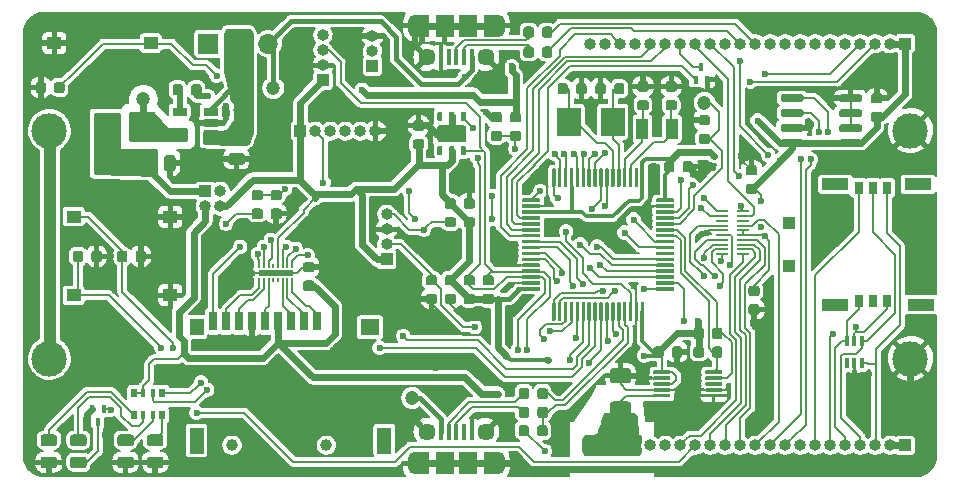
<source format=gtl>
G04 #@! TF.GenerationSoftware,KiCad,Pcbnew,(5.99.0-539-g3370e8996)*
G04 #@! TF.CreationDate,2019-12-31T23:23:20-05:00*
G04 #@! TF.ProjectId,node_base,6e6f6465-5f62-4617-9365-2e6b69636164,rev?*
G04 #@! TF.SameCoordinates,Original*
G04 #@! TF.FileFunction,Copper,L1,Top*
G04 #@! TF.FilePolarity,Positive*
%FSLAX46Y46*%
G04 Gerber Fmt 4.6, Leading zero omitted, Abs format (unit mm)*
G04 Created by KiCad (PCBNEW (5.99.0-539-g3370e8996)) date 2019-12-31 23:23:20*
%MOMM*%
%LPD*%
G04 APERTURE LIST*
%ADD10C,1.200000*%
%ADD11R,0.400000X0.850000*%
%ADD12O,1.000000X1.000000*%
%ADD13R,1.000000X1.000000*%
%ADD14C,3.000000*%
%ADD15R,1.200000X1.000000*%
%ADD16R,0.460000X0.650000*%
%ADD17R,0.250000X0.400000*%
%ADD18R,3.000000X0.500000*%
%ADD19R,1.300000X1.300000*%
%ADD20R,2.000000X2.400000*%
%ADD21O,1.700000X1.700000*%
%ADD22R,1.700000X1.700000*%
%ADD23R,0.500000X0.800000*%
%ADD24R,0.400000X0.800000*%
%ADD25R,1.000000X0.200000*%
%ADD26R,1.100000X0.200000*%
%ADD27R,1.200000X1.900000*%
%ADD28O,1.200000X1.900000*%
%ADD29R,1.500000X1.900000*%
%ADD30C,1.450000*%
%ADD31R,0.400000X1.350000*%
%ADD32R,0.700000X1.600000*%
%ADD33R,1.600000X1.400000*%
%ADD34R,1.200000X2.200000*%
%ADD35C,1.000000*%
%ADD36R,1.200000X1.400000*%
%ADD37R,1.000000X1.800000*%
%ADD38R,1.220000X0.650000*%
%ADD39R,0.800000X1.000000*%
%ADD40R,1.000000X1.100000*%
%ADD41R,2.300000X1.000000*%
%ADD42C,0.600000*%
%ADD43C,0.400000*%
%ADD44C,0.600000*%
%ADD45C,0.200000*%
%ADD46C,0.300000*%
%ADD47C,0.500000*%
%ADD48C,0.800000*%
%ADD49C,1.000000*%
%ADD50C,0.254000*%
G04 APERTURE END LIST*
D10*
X114250000Y-103000000D03*
X102500000Y-76750000D03*
D11*
X151050000Y-98175000D03*
X151700000Y-98175000D03*
X152350000Y-98175000D03*
X152350000Y-100025000D03*
X151700000Y-100025000D03*
X151050000Y-100025000D03*
D12*
X112100000Y-87440000D03*
X112100000Y-88710000D03*
X112100000Y-89980000D03*
D13*
X112100000Y-91250000D03*
D14*
X156450000Y-80352000D03*
X156450000Y-99650000D03*
X83550000Y-99650000D03*
X83550000Y-80350000D03*
D10*
X88250000Y-83250000D03*
X139000000Y-78000000D03*
D15*
X85610000Y-94300000D03*
X93790000Y-94300000D03*
X85610000Y-87650000D03*
X93790000Y-87650000D03*
X92140000Y-72950000D03*
X83960000Y-72950000D03*
G04 #@! TA.AperFunction,SMDPad,CuDef*
G36*
X125589962Y-105291651D02*
G01*
X125660930Y-105339070D01*
X125708349Y-105410038D01*
X125725000Y-105493750D01*
X125725000Y-106006250D01*
X125708349Y-106089962D01*
X125660930Y-106160930D01*
X125589962Y-106208349D01*
X125506250Y-106225000D01*
X125068750Y-106225000D01*
X124985038Y-106208349D01*
X124914070Y-106160930D01*
X124866651Y-106089962D01*
X124850000Y-106006250D01*
X124850000Y-105493750D01*
X124866651Y-105410038D01*
X124914070Y-105339070D01*
X124985038Y-105291651D01*
X125068750Y-105275000D01*
X125506250Y-105275000D01*
X125589962Y-105291651D01*
G37*
G04 #@! TD.AperFunction*
G04 #@! TA.AperFunction,SMDPad,CuDef*
G36*
X124014962Y-105291651D02*
G01*
X124085930Y-105339070D01*
X124133349Y-105410038D01*
X124150000Y-105493750D01*
X124150000Y-106006250D01*
X124133349Y-106089962D01*
X124085930Y-106160930D01*
X124014962Y-106208349D01*
X123931250Y-106225000D01*
X123493750Y-106225000D01*
X123410038Y-106208349D01*
X123339070Y-106160930D01*
X123291651Y-106089962D01*
X123275000Y-106006250D01*
X123275000Y-105493750D01*
X123291651Y-105410038D01*
X123339070Y-105339070D01*
X123410038Y-105291651D01*
X123493750Y-105275000D01*
X123931250Y-105275000D01*
X124014962Y-105291651D01*
G37*
G04 #@! TD.AperFunction*
G04 #@! TA.AperFunction,SMDPad,CuDef*
G36*
X139339962Y-79041651D02*
G01*
X139410930Y-79089070D01*
X139458349Y-79160038D01*
X139475000Y-79243750D01*
X139475000Y-79681250D01*
X139458349Y-79764962D01*
X139410930Y-79835930D01*
X139339962Y-79883349D01*
X139256250Y-79900000D01*
X138743750Y-79900000D01*
X138660038Y-79883349D01*
X138589070Y-79835930D01*
X138541651Y-79764962D01*
X138525000Y-79681250D01*
X138525000Y-79243750D01*
X138541651Y-79160038D01*
X138589070Y-79089070D01*
X138660038Y-79041651D01*
X138743750Y-79025000D01*
X139256250Y-79025000D01*
X139339962Y-79041651D01*
G37*
G04 #@! TD.AperFunction*
G04 #@! TA.AperFunction,SMDPad,CuDef*
G36*
X139339962Y-80616651D02*
G01*
X139410930Y-80664070D01*
X139458349Y-80735038D01*
X139475000Y-80818750D01*
X139475000Y-81256250D01*
X139458349Y-81339962D01*
X139410930Y-81410930D01*
X139339962Y-81458349D01*
X139256250Y-81475000D01*
X138743750Y-81475000D01*
X138660038Y-81458349D01*
X138589070Y-81410930D01*
X138541651Y-81339962D01*
X138525000Y-81256250D01*
X138525000Y-80818750D01*
X138541651Y-80735038D01*
X138589070Y-80664070D01*
X138660038Y-80616651D01*
X138743750Y-80600000D01*
X139256250Y-80600000D01*
X139339962Y-80616651D01*
G37*
G04 #@! TD.AperFunction*
D12*
X98020000Y-86770000D03*
X96750000Y-86770000D03*
X98020000Y-85500000D03*
D13*
X96750000Y-85500000D03*
D16*
X139250000Y-76050000D03*
X138250000Y-76050000D03*
X138750000Y-75000000D03*
X87130000Y-103950000D03*
X88130000Y-103950000D03*
X87630000Y-105000000D03*
D17*
X101300000Y-91825000D03*
X101700000Y-91825000D03*
X102100000Y-91825000D03*
X102500000Y-91825000D03*
X102900000Y-91825000D03*
X103300000Y-91825000D03*
X103700000Y-91825000D03*
X104100000Y-91825000D03*
X104100000Y-92975000D03*
X103700000Y-92975000D03*
X103300000Y-92975000D03*
X102900000Y-92975000D03*
X102500000Y-92975000D03*
X102100000Y-92975000D03*
X101700000Y-92975000D03*
X101300000Y-92975000D03*
D18*
X102700000Y-92400000D03*
D10*
X91500000Y-77700000D03*
G04 #@! TA.AperFunction,SMDPad,CuDef*
G36*
X94714962Y-76441651D02*
G01*
X94785930Y-76489070D01*
X94833349Y-76560038D01*
X94850000Y-76643750D01*
X94850000Y-77156250D01*
X94833349Y-77239962D01*
X94785930Y-77310930D01*
X94714962Y-77358349D01*
X94631250Y-77375000D01*
X94193750Y-77375000D01*
X94110038Y-77358349D01*
X94039070Y-77310930D01*
X93991651Y-77239962D01*
X93975000Y-77156250D01*
X93975000Y-76643750D01*
X93991651Y-76560038D01*
X94039070Y-76489070D01*
X94110038Y-76441651D01*
X94193750Y-76425000D01*
X94631250Y-76425000D01*
X94714962Y-76441651D01*
G37*
G04 #@! TD.AperFunction*
G04 #@! TA.AperFunction,SMDPad,CuDef*
G36*
X96289962Y-76441651D02*
G01*
X96360930Y-76489070D01*
X96408349Y-76560038D01*
X96425000Y-76643750D01*
X96425000Y-77156250D01*
X96408349Y-77239962D01*
X96360930Y-77310930D01*
X96289962Y-77358349D01*
X96206250Y-77375000D01*
X95768750Y-77375000D01*
X95685038Y-77358349D01*
X95614070Y-77310930D01*
X95566651Y-77239962D01*
X95550000Y-77156250D01*
X95550000Y-76643750D01*
X95566651Y-76560038D01*
X95614070Y-76489070D01*
X95685038Y-76441651D01*
X95768750Y-76425000D01*
X96206250Y-76425000D01*
X96289962Y-76441651D01*
G37*
G04 #@! TD.AperFunction*
D19*
X91500000Y-80200000D03*
X88500000Y-80200000D03*
G04 #@! TA.AperFunction,SMDPad,CuDef*
G36*
X94074529Y-82418554D02*
G01*
X94153607Y-82471393D01*
X94206446Y-82550471D01*
X94225000Y-82643750D01*
X94225000Y-83556250D01*
X94206446Y-83649529D01*
X94153607Y-83728607D01*
X94074529Y-83781446D01*
X93981250Y-83800000D01*
X93493750Y-83800000D01*
X93400471Y-83781446D01*
X93321393Y-83728607D01*
X93268554Y-83649529D01*
X93250000Y-83556250D01*
X93250000Y-82643750D01*
X93268554Y-82550471D01*
X93321393Y-82471393D01*
X93400471Y-82418554D01*
X93493750Y-82400000D01*
X93981250Y-82400000D01*
X94074529Y-82418554D01*
G37*
G04 #@! TD.AperFunction*
G04 #@! TA.AperFunction,SMDPad,CuDef*
G36*
X92199529Y-82418554D02*
G01*
X92278607Y-82471393D01*
X92331446Y-82550471D01*
X92350000Y-82643750D01*
X92350000Y-83556250D01*
X92331446Y-83649529D01*
X92278607Y-83728607D01*
X92199529Y-83781446D01*
X92106250Y-83800000D01*
X91618750Y-83800000D01*
X91525471Y-83781446D01*
X91446393Y-83728607D01*
X91393554Y-83649529D01*
X91375000Y-83556250D01*
X91375000Y-82643750D01*
X91393554Y-82550471D01*
X91446393Y-82471393D01*
X91525471Y-82418554D01*
X91618750Y-82400000D01*
X92106250Y-82400000D01*
X92199529Y-82418554D01*
G37*
G04 #@! TD.AperFunction*
G04 #@! TA.AperFunction,SMDPad,CuDef*
G36*
X99949529Y-82268554D02*
G01*
X100028607Y-82321393D01*
X100081446Y-82400471D01*
X100100000Y-82493750D01*
X100100000Y-82981250D01*
X100081446Y-83074529D01*
X100028607Y-83153607D01*
X99949529Y-83206446D01*
X99856250Y-83225000D01*
X98943750Y-83225000D01*
X98850471Y-83206446D01*
X98771393Y-83153607D01*
X98718554Y-83074529D01*
X98700000Y-82981250D01*
X98700000Y-82493750D01*
X98718554Y-82400471D01*
X98771393Y-82321393D01*
X98850471Y-82268554D01*
X98943750Y-82250000D01*
X99856250Y-82250000D01*
X99949529Y-82268554D01*
G37*
G04 #@! TD.AperFunction*
G04 #@! TA.AperFunction,SMDPad,CuDef*
G36*
X99949529Y-80393554D02*
G01*
X100028607Y-80446393D01*
X100081446Y-80525471D01*
X100100000Y-80618750D01*
X100100000Y-81106250D01*
X100081446Y-81199529D01*
X100028607Y-81278607D01*
X99949529Y-81331446D01*
X99856250Y-81350000D01*
X98943750Y-81350000D01*
X98850471Y-81331446D01*
X98771393Y-81278607D01*
X98718554Y-81199529D01*
X98700000Y-81106250D01*
X98700000Y-80618750D01*
X98718554Y-80525471D01*
X98771393Y-80446393D01*
X98850471Y-80393554D01*
X98943750Y-80375000D01*
X99856250Y-80375000D01*
X99949529Y-80393554D01*
G37*
G04 #@! TD.AperFunction*
G04 #@! TA.AperFunction,SMDPad,CuDef*
G36*
X105839962Y-91479151D02*
G01*
X105910930Y-91526570D01*
X105958349Y-91597538D01*
X105975000Y-91681250D01*
X105975000Y-92118750D01*
X105958349Y-92202462D01*
X105910930Y-92273430D01*
X105839962Y-92320849D01*
X105756250Y-92337500D01*
X105243750Y-92337500D01*
X105160038Y-92320849D01*
X105089070Y-92273430D01*
X105041651Y-92202462D01*
X105025000Y-92118750D01*
X105025000Y-91681250D01*
X105041651Y-91597538D01*
X105089070Y-91526570D01*
X105160038Y-91479151D01*
X105243750Y-91462500D01*
X105756250Y-91462500D01*
X105839962Y-91479151D01*
G37*
G04 #@! TD.AperFunction*
G04 #@! TA.AperFunction,SMDPad,CuDef*
G36*
X105839962Y-93054151D02*
G01*
X105910930Y-93101570D01*
X105958349Y-93172538D01*
X105975000Y-93256250D01*
X105975000Y-93693750D01*
X105958349Y-93777462D01*
X105910930Y-93848430D01*
X105839962Y-93895849D01*
X105756250Y-93912500D01*
X105243750Y-93912500D01*
X105160038Y-93895849D01*
X105089070Y-93848430D01*
X105041651Y-93777462D01*
X105025000Y-93693750D01*
X105025000Y-93256250D01*
X105041651Y-93172538D01*
X105089070Y-93101570D01*
X105160038Y-93054151D01*
X105243750Y-93037500D01*
X105756250Y-93037500D01*
X105839962Y-93054151D01*
G37*
G04 #@! TD.AperFunction*
D20*
X131250000Y-79600000D03*
X127550000Y-79600000D03*
G04 #@! TA.AperFunction,SMDPad,CuDef*
G36*
X86549529Y-106093554D02*
G01*
X86628607Y-106146393D01*
X86681446Y-106225471D01*
X86700000Y-106318750D01*
X86700000Y-106806250D01*
X86681446Y-106899529D01*
X86628607Y-106978607D01*
X86549529Y-107031446D01*
X86456250Y-107050000D01*
X85543750Y-107050000D01*
X85450471Y-107031446D01*
X85371393Y-106978607D01*
X85318554Y-106899529D01*
X85300000Y-106806250D01*
X85300000Y-106318750D01*
X85318554Y-106225471D01*
X85371393Y-106146393D01*
X85450471Y-106093554D01*
X85543750Y-106075000D01*
X86456250Y-106075000D01*
X86549529Y-106093554D01*
G37*
G04 #@! TD.AperFunction*
G04 #@! TA.AperFunction,SMDPad,CuDef*
G36*
X86549529Y-107968554D02*
G01*
X86628607Y-108021393D01*
X86681446Y-108100471D01*
X86700000Y-108193750D01*
X86700000Y-108681250D01*
X86681446Y-108774529D01*
X86628607Y-108853607D01*
X86549529Y-108906446D01*
X86456250Y-108925000D01*
X85543750Y-108925000D01*
X85450471Y-108906446D01*
X85371393Y-108853607D01*
X85318554Y-108774529D01*
X85300000Y-108681250D01*
X85300000Y-108193750D01*
X85318554Y-108100471D01*
X85371393Y-108021393D01*
X85450471Y-107968554D01*
X85543750Y-107950000D01*
X86456250Y-107950000D01*
X86549529Y-107968554D01*
G37*
G04 #@! TD.AperFunction*
D21*
X102080000Y-73000000D03*
X99540000Y-73000000D03*
D22*
X97000000Y-73000000D03*
D12*
X106700000Y-72290000D03*
X106700000Y-73560000D03*
X106700000Y-74830000D03*
D13*
X106700000Y-76100000D03*
G04 #@! TA.AperFunction,SMDPad,CuDef*
G36*
X119439962Y-92591651D02*
G01*
X119510930Y-92639070D01*
X119558349Y-92710038D01*
X119575000Y-92793750D01*
X119575000Y-93231250D01*
X119558349Y-93314962D01*
X119510930Y-93385930D01*
X119439962Y-93433349D01*
X119356250Y-93450000D01*
X118843750Y-93450000D01*
X118760038Y-93433349D01*
X118689070Y-93385930D01*
X118641651Y-93314962D01*
X118625000Y-93231250D01*
X118625000Y-92793750D01*
X118641651Y-92710038D01*
X118689070Y-92639070D01*
X118760038Y-92591651D01*
X118843750Y-92575000D01*
X119356250Y-92575000D01*
X119439962Y-92591651D01*
G37*
G04 #@! TD.AperFunction*
G04 #@! TA.AperFunction,SMDPad,CuDef*
G36*
X119439962Y-94166651D02*
G01*
X119510930Y-94214070D01*
X119558349Y-94285038D01*
X119575000Y-94368750D01*
X119575000Y-94806250D01*
X119558349Y-94889962D01*
X119510930Y-94960930D01*
X119439962Y-95008349D01*
X119356250Y-95025000D01*
X118843750Y-95025000D01*
X118760038Y-95008349D01*
X118689070Y-94960930D01*
X118641651Y-94889962D01*
X118625000Y-94806250D01*
X118625000Y-94368750D01*
X118641651Y-94285038D01*
X118689070Y-94214070D01*
X118760038Y-94166651D01*
X118843750Y-94150000D01*
X119356250Y-94150000D01*
X119439962Y-94166651D01*
G37*
G04 #@! TD.AperFunction*
G04 #@! TA.AperFunction,SMDPad,CuDef*
G36*
X121039962Y-92591651D02*
G01*
X121110930Y-92639070D01*
X121158349Y-92710038D01*
X121175000Y-92793750D01*
X121175000Y-93231250D01*
X121158349Y-93314962D01*
X121110930Y-93385930D01*
X121039962Y-93433349D01*
X120956250Y-93450000D01*
X120443750Y-93450000D01*
X120360038Y-93433349D01*
X120289070Y-93385930D01*
X120241651Y-93314962D01*
X120225000Y-93231250D01*
X120225000Y-92793750D01*
X120241651Y-92710038D01*
X120289070Y-92639070D01*
X120360038Y-92591651D01*
X120443750Y-92575000D01*
X120956250Y-92575000D01*
X121039962Y-92591651D01*
G37*
G04 #@! TD.AperFunction*
G04 #@! TA.AperFunction,SMDPad,CuDef*
G36*
X121039962Y-94166651D02*
G01*
X121110930Y-94214070D01*
X121158349Y-94285038D01*
X121175000Y-94368750D01*
X121175000Y-94806250D01*
X121158349Y-94889962D01*
X121110930Y-94960930D01*
X121039962Y-95008349D01*
X120956250Y-95025000D01*
X120443750Y-95025000D01*
X120360038Y-95008349D01*
X120289070Y-94960930D01*
X120241651Y-94889962D01*
X120225000Y-94806250D01*
X120225000Y-94368750D01*
X120241651Y-94285038D01*
X120289070Y-94214070D01*
X120360038Y-94166651D01*
X120443750Y-94150000D01*
X120956250Y-94150000D01*
X121039962Y-94166651D01*
G37*
G04 #@! TD.AperFunction*
G04 #@! TA.AperFunction,SMDPad,CuDef*
G36*
X140389962Y-97041651D02*
G01*
X140460930Y-97089070D01*
X140508349Y-97160038D01*
X140525000Y-97243750D01*
X140525000Y-97756250D01*
X140508349Y-97839962D01*
X140460930Y-97910930D01*
X140389962Y-97958349D01*
X140306250Y-97975000D01*
X139868750Y-97975000D01*
X139785038Y-97958349D01*
X139714070Y-97910930D01*
X139666651Y-97839962D01*
X139650000Y-97756250D01*
X139650000Y-97243750D01*
X139666651Y-97160038D01*
X139714070Y-97089070D01*
X139785038Y-97041651D01*
X139868750Y-97025000D01*
X140306250Y-97025000D01*
X140389962Y-97041651D01*
G37*
G04 #@! TD.AperFunction*
G04 #@! TA.AperFunction,SMDPad,CuDef*
G36*
X138814962Y-97041651D02*
G01*
X138885930Y-97089070D01*
X138933349Y-97160038D01*
X138950000Y-97243750D01*
X138950000Y-97756250D01*
X138933349Y-97839962D01*
X138885930Y-97910930D01*
X138814962Y-97958349D01*
X138731250Y-97975000D01*
X138293750Y-97975000D01*
X138210038Y-97958349D01*
X138139070Y-97910930D01*
X138091651Y-97839962D01*
X138075000Y-97756250D01*
X138075000Y-97243750D01*
X138091651Y-97160038D01*
X138139070Y-97089070D01*
X138210038Y-97041651D01*
X138293750Y-97025000D01*
X138731250Y-97025000D01*
X138814962Y-97041651D01*
G37*
G04 #@! TD.AperFunction*
G04 #@! TA.AperFunction,SMDPad,CuDef*
G36*
X140389962Y-98641651D02*
G01*
X140460930Y-98689070D01*
X140508349Y-98760038D01*
X140525000Y-98843750D01*
X140525000Y-99356250D01*
X140508349Y-99439962D01*
X140460930Y-99510930D01*
X140389962Y-99558349D01*
X140306250Y-99575000D01*
X139868750Y-99575000D01*
X139785038Y-99558349D01*
X139714070Y-99510930D01*
X139666651Y-99439962D01*
X139650000Y-99356250D01*
X139650000Y-98843750D01*
X139666651Y-98760038D01*
X139714070Y-98689070D01*
X139785038Y-98641651D01*
X139868750Y-98625000D01*
X140306250Y-98625000D01*
X140389962Y-98641651D01*
G37*
G04 #@! TD.AperFunction*
G04 #@! TA.AperFunction,SMDPad,CuDef*
G36*
X138814962Y-98641651D02*
G01*
X138885930Y-98689070D01*
X138933349Y-98760038D01*
X138950000Y-98843750D01*
X138950000Y-99356250D01*
X138933349Y-99439962D01*
X138885930Y-99510930D01*
X138814962Y-99558349D01*
X138731250Y-99575000D01*
X138293750Y-99575000D01*
X138210038Y-99558349D01*
X138139070Y-99510930D01*
X138091651Y-99439962D01*
X138075000Y-99356250D01*
X138075000Y-98843750D01*
X138091651Y-98760038D01*
X138139070Y-98689070D01*
X138210038Y-98641651D01*
X138293750Y-98625000D01*
X138731250Y-98625000D01*
X138814962Y-98641651D01*
G37*
G04 #@! TD.AperFunction*
D23*
X90700000Y-104400000D03*
D24*
X91500000Y-104400000D03*
D23*
X93100000Y-104400000D03*
D24*
X92300000Y-104400000D03*
D23*
X90700000Y-102600000D03*
D24*
X92300000Y-102600000D03*
X91500000Y-102600000D03*
D23*
X93100000Y-102600000D03*
D25*
X140500000Y-90800000D03*
X140500000Y-90400000D03*
X140500000Y-90000000D03*
X140500000Y-89600000D03*
X140500000Y-89200000D03*
X140500000Y-88800000D03*
X140500000Y-88400000D03*
X140500000Y-88000000D03*
X140500000Y-87600000D03*
X140500000Y-87200000D03*
X142300000Y-87200000D03*
X142300000Y-87600000D03*
X142300000Y-88000000D03*
X142300000Y-88400000D03*
X142300000Y-88800000D03*
X142300000Y-89200000D03*
X142300000Y-89600000D03*
X142300000Y-90000000D03*
X142300000Y-90400000D03*
D26*
X142250000Y-90800000D03*
G04 #@! TA.AperFunction,SMDPad,CuDef*
G36*
X124027462Y-102141651D02*
G01*
X124098430Y-102189070D01*
X124145849Y-102260038D01*
X124162500Y-102343750D01*
X124162500Y-102856250D01*
X124145849Y-102939962D01*
X124098430Y-103010930D01*
X124027462Y-103058349D01*
X123943750Y-103075000D01*
X123506250Y-103075000D01*
X123422538Y-103058349D01*
X123351570Y-103010930D01*
X123304151Y-102939962D01*
X123287500Y-102856250D01*
X123287500Y-102343750D01*
X123304151Y-102260038D01*
X123351570Y-102189070D01*
X123422538Y-102141651D01*
X123506250Y-102125000D01*
X123943750Y-102125000D01*
X124027462Y-102141651D01*
G37*
G04 #@! TD.AperFunction*
G04 #@! TA.AperFunction,SMDPad,CuDef*
G36*
X125602462Y-102141651D02*
G01*
X125673430Y-102189070D01*
X125720849Y-102260038D01*
X125737500Y-102343750D01*
X125737500Y-102856250D01*
X125720849Y-102939962D01*
X125673430Y-103010930D01*
X125602462Y-103058349D01*
X125518750Y-103075000D01*
X125081250Y-103075000D01*
X124997538Y-103058349D01*
X124926570Y-103010930D01*
X124879151Y-102939962D01*
X124862500Y-102856250D01*
X124862500Y-102343750D01*
X124879151Y-102260038D01*
X124926570Y-102189070D01*
X124997538Y-102141651D01*
X125081250Y-102125000D01*
X125518750Y-102125000D01*
X125602462Y-102141651D01*
G37*
G04 #@! TD.AperFunction*
G04 #@! TA.AperFunction,SMDPad,CuDef*
G36*
X124027462Y-103741651D02*
G01*
X124098430Y-103789070D01*
X124145849Y-103860038D01*
X124162500Y-103943750D01*
X124162500Y-104456250D01*
X124145849Y-104539962D01*
X124098430Y-104610930D01*
X124027462Y-104658349D01*
X123943750Y-104675000D01*
X123506250Y-104675000D01*
X123422538Y-104658349D01*
X123351570Y-104610930D01*
X123304151Y-104539962D01*
X123287500Y-104456250D01*
X123287500Y-103943750D01*
X123304151Y-103860038D01*
X123351570Y-103789070D01*
X123422538Y-103741651D01*
X123506250Y-103725000D01*
X123943750Y-103725000D01*
X124027462Y-103741651D01*
G37*
G04 #@! TD.AperFunction*
G04 #@! TA.AperFunction,SMDPad,CuDef*
G36*
X125602462Y-103741651D02*
G01*
X125673430Y-103789070D01*
X125720849Y-103860038D01*
X125737500Y-103943750D01*
X125737500Y-104456250D01*
X125720849Y-104539962D01*
X125673430Y-104610930D01*
X125602462Y-104658349D01*
X125518750Y-104675000D01*
X125081250Y-104675000D01*
X124997538Y-104658349D01*
X124926570Y-104610930D01*
X124879151Y-104539962D01*
X124862500Y-104456250D01*
X124862500Y-103943750D01*
X124879151Y-103860038D01*
X124926570Y-103789070D01*
X124997538Y-103741651D01*
X125081250Y-103725000D01*
X125518750Y-103725000D01*
X125602462Y-103741651D01*
G37*
G04 #@! TD.AperFunction*
G04 #@! TA.AperFunction,SMDPad,CuDef*
G36*
X124414962Y-73241651D02*
G01*
X124485930Y-73289070D01*
X124533349Y-73360038D01*
X124550000Y-73443750D01*
X124550000Y-73956250D01*
X124533349Y-74039962D01*
X124485930Y-74110930D01*
X124414962Y-74158349D01*
X124331250Y-74175000D01*
X123893750Y-74175000D01*
X123810038Y-74158349D01*
X123739070Y-74110930D01*
X123691651Y-74039962D01*
X123675000Y-73956250D01*
X123675000Y-73443750D01*
X123691651Y-73360038D01*
X123739070Y-73289070D01*
X123810038Y-73241651D01*
X123893750Y-73225000D01*
X124331250Y-73225000D01*
X124414962Y-73241651D01*
G37*
G04 #@! TD.AperFunction*
G04 #@! TA.AperFunction,SMDPad,CuDef*
G36*
X125989962Y-73241651D02*
G01*
X126060930Y-73289070D01*
X126108349Y-73360038D01*
X126125000Y-73443750D01*
X126125000Y-73956250D01*
X126108349Y-74039962D01*
X126060930Y-74110930D01*
X125989962Y-74158349D01*
X125906250Y-74175000D01*
X125468750Y-74175000D01*
X125385038Y-74158349D01*
X125314070Y-74110930D01*
X125266651Y-74039962D01*
X125250000Y-73956250D01*
X125250000Y-73443750D01*
X125266651Y-73360038D01*
X125314070Y-73289070D01*
X125385038Y-73241651D01*
X125468750Y-73225000D01*
X125906250Y-73225000D01*
X125989962Y-73241651D01*
G37*
G04 #@! TD.AperFunction*
G04 #@! TA.AperFunction,SMDPad,CuDef*
G36*
X124414962Y-71541651D02*
G01*
X124485930Y-71589070D01*
X124533349Y-71660038D01*
X124550000Y-71743750D01*
X124550000Y-72256250D01*
X124533349Y-72339962D01*
X124485930Y-72410930D01*
X124414962Y-72458349D01*
X124331250Y-72475000D01*
X123893750Y-72475000D01*
X123810038Y-72458349D01*
X123739070Y-72410930D01*
X123691651Y-72339962D01*
X123675000Y-72256250D01*
X123675000Y-71743750D01*
X123691651Y-71660038D01*
X123739070Y-71589070D01*
X123810038Y-71541651D01*
X123893750Y-71525000D01*
X124331250Y-71525000D01*
X124414962Y-71541651D01*
G37*
G04 #@! TD.AperFunction*
G04 #@! TA.AperFunction,SMDPad,CuDef*
G36*
X125989962Y-71541651D02*
G01*
X126060930Y-71589070D01*
X126108349Y-71660038D01*
X126125000Y-71743750D01*
X126125000Y-72256250D01*
X126108349Y-72339962D01*
X126060930Y-72410930D01*
X125989962Y-72458349D01*
X125906250Y-72475000D01*
X125468750Y-72475000D01*
X125385038Y-72458349D01*
X125314070Y-72410930D01*
X125266651Y-72339962D01*
X125250000Y-72256250D01*
X125250000Y-71743750D01*
X125266651Y-71660038D01*
X125314070Y-71589070D01*
X125385038Y-71541651D01*
X125468750Y-71525000D01*
X125906250Y-71525000D01*
X125989962Y-71541651D01*
G37*
G04 #@! TD.AperFunction*
G04 #@! TA.AperFunction,SMDPad,CuDef*
G36*
X116239962Y-94166651D02*
G01*
X116310930Y-94214070D01*
X116358349Y-94285038D01*
X116375000Y-94368750D01*
X116375000Y-94806250D01*
X116358349Y-94889962D01*
X116310930Y-94960930D01*
X116239962Y-95008349D01*
X116156250Y-95025000D01*
X115643750Y-95025000D01*
X115560038Y-95008349D01*
X115489070Y-94960930D01*
X115441651Y-94889962D01*
X115425000Y-94806250D01*
X115425000Y-94368750D01*
X115441651Y-94285038D01*
X115489070Y-94214070D01*
X115560038Y-94166651D01*
X115643750Y-94150000D01*
X116156250Y-94150000D01*
X116239962Y-94166651D01*
G37*
G04 #@! TD.AperFunction*
G04 #@! TA.AperFunction,SMDPad,CuDef*
G36*
X116239962Y-92591651D02*
G01*
X116310930Y-92639070D01*
X116358349Y-92710038D01*
X116375000Y-92793750D01*
X116375000Y-93231250D01*
X116358349Y-93314962D01*
X116310930Y-93385930D01*
X116239962Y-93433349D01*
X116156250Y-93450000D01*
X115643750Y-93450000D01*
X115560038Y-93433349D01*
X115489070Y-93385930D01*
X115441651Y-93314962D01*
X115425000Y-93231250D01*
X115425000Y-92793750D01*
X115441651Y-92710038D01*
X115489070Y-92639070D01*
X115560038Y-92591651D01*
X115643750Y-92575000D01*
X116156250Y-92575000D01*
X116239962Y-92591651D01*
G37*
G04 #@! TD.AperFunction*
G04 #@! TA.AperFunction,SMDPad,CuDef*
G36*
X117839962Y-87666651D02*
G01*
X117910930Y-87714070D01*
X117958349Y-87785038D01*
X117975000Y-87868750D01*
X117975000Y-88306250D01*
X117958349Y-88389962D01*
X117910930Y-88460930D01*
X117839962Y-88508349D01*
X117756250Y-88525000D01*
X117243750Y-88525000D01*
X117160038Y-88508349D01*
X117089070Y-88460930D01*
X117041651Y-88389962D01*
X117025000Y-88306250D01*
X117025000Y-87868750D01*
X117041651Y-87785038D01*
X117089070Y-87714070D01*
X117160038Y-87666651D01*
X117243750Y-87650000D01*
X117756250Y-87650000D01*
X117839962Y-87666651D01*
G37*
G04 #@! TD.AperFunction*
G04 #@! TA.AperFunction,SMDPad,CuDef*
G36*
X117839962Y-86091651D02*
G01*
X117910930Y-86139070D01*
X117958349Y-86210038D01*
X117975000Y-86293750D01*
X117975000Y-86731250D01*
X117958349Y-86814962D01*
X117910930Y-86885930D01*
X117839962Y-86933349D01*
X117756250Y-86950000D01*
X117243750Y-86950000D01*
X117160038Y-86933349D01*
X117089070Y-86885930D01*
X117041651Y-86814962D01*
X117025000Y-86731250D01*
X117025000Y-86293750D01*
X117041651Y-86210038D01*
X117089070Y-86139070D01*
X117160038Y-86091651D01*
X117243750Y-86075000D01*
X117756250Y-86075000D01*
X117839962Y-86091651D01*
G37*
G04 #@! TD.AperFunction*
G04 #@! TA.AperFunction,SMDPad,CuDef*
G36*
X103089962Y-86954151D02*
G01*
X103160930Y-87001570D01*
X103208349Y-87072538D01*
X103225000Y-87156250D01*
X103225000Y-87593750D01*
X103208349Y-87677462D01*
X103160930Y-87748430D01*
X103089962Y-87795849D01*
X103006250Y-87812500D01*
X102493750Y-87812500D01*
X102410038Y-87795849D01*
X102339070Y-87748430D01*
X102291651Y-87677462D01*
X102275000Y-87593750D01*
X102275000Y-87156250D01*
X102291651Y-87072538D01*
X102339070Y-87001570D01*
X102410038Y-86954151D01*
X102493750Y-86937500D01*
X103006250Y-86937500D01*
X103089962Y-86954151D01*
G37*
G04 #@! TD.AperFunction*
G04 #@! TA.AperFunction,SMDPad,CuDef*
G36*
X103089962Y-85379151D02*
G01*
X103160930Y-85426570D01*
X103208349Y-85497538D01*
X103225000Y-85581250D01*
X103225000Y-86018750D01*
X103208349Y-86102462D01*
X103160930Y-86173430D01*
X103089962Y-86220849D01*
X103006250Y-86237500D01*
X102493750Y-86237500D01*
X102410038Y-86220849D01*
X102339070Y-86173430D01*
X102291651Y-86102462D01*
X102275000Y-86018750D01*
X102275000Y-85581250D01*
X102291651Y-85497538D01*
X102339070Y-85426570D01*
X102410038Y-85379151D01*
X102493750Y-85362500D01*
X103006250Y-85362500D01*
X103089962Y-85379151D01*
G37*
G04 #@! TD.AperFunction*
G04 #@! TA.AperFunction,SMDPad,CuDef*
G36*
X101489962Y-85379151D02*
G01*
X101560930Y-85426570D01*
X101608349Y-85497538D01*
X101625000Y-85581250D01*
X101625000Y-86018750D01*
X101608349Y-86102462D01*
X101560930Y-86173430D01*
X101489962Y-86220849D01*
X101406250Y-86237500D01*
X100893750Y-86237500D01*
X100810038Y-86220849D01*
X100739070Y-86173430D01*
X100691651Y-86102462D01*
X100675000Y-86018750D01*
X100675000Y-85581250D01*
X100691651Y-85497538D01*
X100739070Y-85426570D01*
X100810038Y-85379151D01*
X100893750Y-85362500D01*
X101406250Y-85362500D01*
X101489962Y-85379151D01*
G37*
G04 #@! TD.AperFunction*
G04 #@! TA.AperFunction,SMDPad,CuDef*
G36*
X101489962Y-86954151D02*
G01*
X101560930Y-87001570D01*
X101608349Y-87072538D01*
X101625000Y-87156250D01*
X101625000Y-87593750D01*
X101608349Y-87677462D01*
X101560930Y-87748430D01*
X101489962Y-87795849D01*
X101406250Y-87812500D01*
X100893750Y-87812500D01*
X100810038Y-87795849D01*
X100739070Y-87748430D01*
X100691651Y-87677462D01*
X100675000Y-87593750D01*
X100675000Y-87156250D01*
X100691651Y-87072538D01*
X100739070Y-87001570D01*
X100810038Y-86954151D01*
X100893750Y-86937500D01*
X101406250Y-86937500D01*
X101489962Y-86954151D01*
G37*
G04 #@! TD.AperFunction*
D27*
X115100000Y-108537500D03*
X120900000Y-108537500D03*
D28*
X121500000Y-108537500D03*
X114500000Y-108537500D03*
D29*
X117000000Y-108537500D03*
D30*
X120500000Y-105837500D03*
D31*
X118000000Y-105837500D03*
X118650000Y-105837500D03*
X119300000Y-105837500D03*
X116700000Y-105837500D03*
X117350000Y-105837500D03*
D30*
X115500000Y-105837500D03*
D29*
X119000000Y-108537500D03*
D12*
X110900000Y-72360000D03*
X110900000Y-73630000D03*
D13*
X110900000Y-74900000D03*
D12*
X111150000Y-80400000D03*
X109880000Y-80400000D03*
X108610000Y-80400000D03*
X107340000Y-80400000D03*
X106070000Y-80400000D03*
D13*
X104800000Y-80400000D03*
D32*
X97400000Y-96500000D03*
X98500000Y-96500000D03*
X99600000Y-96500000D03*
X100700000Y-96500000D03*
X101800000Y-96500000D03*
X102900000Y-96500000D03*
X104000000Y-96500000D03*
X105100000Y-96500000D03*
X106200000Y-96500000D03*
D33*
X110700000Y-97000000D03*
D34*
X96000000Y-106600000D03*
X111900000Y-106600000D03*
D35*
X107000000Y-107000000D03*
X99000000Y-107000000D03*
D36*
X96000000Y-97000000D03*
G04 #@! TA.AperFunction,SMDPad,CuDef*
G36*
X84049529Y-106093554D02*
G01*
X84128607Y-106146393D01*
X84181446Y-106225471D01*
X84200000Y-106318750D01*
X84200000Y-106806250D01*
X84181446Y-106899529D01*
X84128607Y-106978607D01*
X84049529Y-107031446D01*
X83956250Y-107050000D01*
X83043750Y-107050000D01*
X82950471Y-107031446D01*
X82871393Y-106978607D01*
X82818554Y-106899529D01*
X82800000Y-106806250D01*
X82800000Y-106318750D01*
X82818554Y-106225471D01*
X82871393Y-106146393D01*
X82950471Y-106093554D01*
X83043750Y-106075000D01*
X83956250Y-106075000D01*
X84049529Y-106093554D01*
G37*
G04 #@! TD.AperFunction*
G04 #@! TA.AperFunction,SMDPad,CuDef*
G36*
X84049529Y-107968554D02*
G01*
X84128607Y-108021393D01*
X84181446Y-108100471D01*
X84200000Y-108193750D01*
X84200000Y-108681250D01*
X84181446Y-108774529D01*
X84128607Y-108853607D01*
X84049529Y-108906446D01*
X83956250Y-108925000D01*
X83043750Y-108925000D01*
X82950471Y-108906446D01*
X82871393Y-108853607D01*
X82818554Y-108774529D01*
X82800000Y-108681250D01*
X82800000Y-108193750D01*
X82818554Y-108100471D01*
X82871393Y-108021393D01*
X82950471Y-107968554D01*
X83043750Y-107950000D01*
X83956250Y-107950000D01*
X84049529Y-107968554D01*
G37*
G04 #@! TD.AperFunction*
G04 #@! TA.AperFunction,SMDPad,CuDef*
G36*
X90549529Y-106093554D02*
G01*
X90628607Y-106146393D01*
X90681446Y-106225471D01*
X90700000Y-106318750D01*
X90700000Y-106806250D01*
X90681446Y-106899529D01*
X90628607Y-106978607D01*
X90549529Y-107031446D01*
X90456250Y-107050000D01*
X89543750Y-107050000D01*
X89450471Y-107031446D01*
X89371393Y-106978607D01*
X89318554Y-106899529D01*
X89300000Y-106806250D01*
X89300000Y-106318750D01*
X89318554Y-106225471D01*
X89371393Y-106146393D01*
X89450471Y-106093554D01*
X89543750Y-106075000D01*
X90456250Y-106075000D01*
X90549529Y-106093554D01*
G37*
G04 #@! TD.AperFunction*
G04 #@! TA.AperFunction,SMDPad,CuDef*
G36*
X90549529Y-107968554D02*
G01*
X90628607Y-108021393D01*
X90681446Y-108100471D01*
X90700000Y-108193750D01*
X90700000Y-108681250D01*
X90681446Y-108774529D01*
X90628607Y-108853607D01*
X90549529Y-108906446D01*
X90456250Y-108925000D01*
X89543750Y-108925000D01*
X89450471Y-108906446D01*
X89371393Y-108853607D01*
X89318554Y-108774529D01*
X89300000Y-108681250D01*
X89300000Y-108193750D01*
X89318554Y-108100471D01*
X89371393Y-108021393D01*
X89450471Y-107968554D01*
X89543750Y-107950000D01*
X90456250Y-107950000D01*
X90549529Y-107968554D01*
G37*
G04 #@! TD.AperFunction*
G04 #@! TA.AperFunction,SMDPad,CuDef*
G36*
X93049529Y-106093554D02*
G01*
X93128607Y-106146393D01*
X93181446Y-106225471D01*
X93200000Y-106318750D01*
X93200000Y-106806250D01*
X93181446Y-106899529D01*
X93128607Y-106978607D01*
X93049529Y-107031446D01*
X92956250Y-107050000D01*
X92043750Y-107050000D01*
X91950471Y-107031446D01*
X91871393Y-106978607D01*
X91818554Y-106899529D01*
X91800000Y-106806250D01*
X91800000Y-106318750D01*
X91818554Y-106225471D01*
X91871393Y-106146393D01*
X91950471Y-106093554D01*
X92043750Y-106075000D01*
X92956250Y-106075000D01*
X93049529Y-106093554D01*
G37*
G04 #@! TD.AperFunction*
G04 #@! TA.AperFunction,SMDPad,CuDef*
G36*
X93049529Y-107968554D02*
G01*
X93128607Y-108021393D01*
X93181446Y-108100471D01*
X93200000Y-108193750D01*
X93200000Y-108681250D01*
X93181446Y-108774529D01*
X93128607Y-108853607D01*
X93049529Y-108906446D01*
X92956250Y-108925000D01*
X92043750Y-108925000D01*
X91950471Y-108906446D01*
X91871393Y-108853607D01*
X91818554Y-108774529D01*
X91800000Y-108681250D01*
X91800000Y-108193750D01*
X91818554Y-108100471D01*
X91871393Y-108021393D01*
X91950471Y-107968554D01*
X92043750Y-107950000D01*
X92956250Y-107950000D01*
X93049529Y-107968554D01*
G37*
G04 #@! TD.AperFunction*
G04 #@! TA.AperFunction,SMDPad,CuDef*
G36*
X143339962Y-84866651D02*
G01*
X143410930Y-84914070D01*
X143458349Y-84985038D01*
X143475000Y-85068750D01*
X143475000Y-85506250D01*
X143458349Y-85589962D01*
X143410930Y-85660930D01*
X143339962Y-85708349D01*
X143256250Y-85725000D01*
X142743750Y-85725000D01*
X142660038Y-85708349D01*
X142589070Y-85660930D01*
X142541651Y-85589962D01*
X142525000Y-85506250D01*
X142525000Y-85068750D01*
X142541651Y-84985038D01*
X142589070Y-84914070D01*
X142660038Y-84866651D01*
X142743750Y-84850000D01*
X143256250Y-84850000D01*
X143339962Y-84866651D01*
G37*
G04 #@! TD.AperFunction*
G04 #@! TA.AperFunction,SMDPad,CuDef*
G36*
X143339962Y-83291651D02*
G01*
X143410930Y-83339070D01*
X143458349Y-83410038D01*
X143475000Y-83493750D01*
X143475000Y-83931250D01*
X143458349Y-84014962D01*
X143410930Y-84085930D01*
X143339962Y-84133349D01*
X143256250Y-84150000D01*
X142743750Y-84150000D01*
X142660038Y-84133349D01*
X142589070Y-84085930D01*
X142541651Y-84014962D01*
X142525000Y-83931250D01*
X142525000Y-83493750D01*
X142541651Y-83410038D01*
X142589070Y-83339070D01*
X142660038Y-83291651D01*
X142743750Y-83275000D01*
X143256250Y-83275000D01*
X143339962Y-83291651D01*
G37*
G04 #@! TD.AperFunction*
G04 #@! TA.AperFunction,SMDPad,CuDef*
G36*
X143539962Y-95066651D02*
G01*
X143610930Y-95114070D01*
X143658349Y-95185038D01*
X143675000Y-95268750D01*
X143675000Y-95706250D01*
X143658349Y-95789962D01*
X143610930Y-95860930D01*
X143539962Y-95908349D01*
X143456250Y-95925000D01*
X142943750Y-95925000D01*
X142860038Y-95908349D01*
X142789070Y-95860930D01*
X142741651Y-95789962D01*
X142725000Y-95706250D01*
X142725000Y-95268750D01*
X142741651Y-95185038D01*
X142789070Y-95114070D01*
X142860038Y-95066651D01*
X142943750Y-95050000D01*
X143456250Y-95050000D01*
X143539962Y-95066651D01*
G37*
G04 #@! TD.AperFunction*
G04 #@! TA.AperFunction,SMDPad,CuDef*
G36*
X143539962Y-93491651D02*
G01*
X143610930Y-93539070D01*
X143658349Y-93610038D01*
X143675000Y-93693750D01*
X143675000Y-94131250D01*
X143658349Y-94214962D01*
X143610930Y-94285930D01*
X143539962Y-94333349D01*
X143456250Y-94350000D01*
X142943750Y-94350000D01*
X142860038Y-94333349D01*
X142789070Y-94285930D01*
X142741651Y-94214962D01*
X142725000Y-94131250D01*
X142725000Y-93693750D01*
X142741651Y-93610038D01*
X142789070Y-93539070D01*
X142860038Y-93491651D01*
X142943750Y-93475000D01*
X143456250Y-93475000D01*
X143539962Y-93491651D01*
G37*
G04 #@! TD.AperFunction*
G04 #@! TA.AperFunction,SMDPad,CuDef*
G36*
X153939962Y-78766651D02*
G01*
X154010930Y-78814070D01*
X154058349Y-78885038D01*
X154075000Y-78968750D01*
X154075000Y-79406250D01*
X154058349Y-79489962D01*
X154010930Y-79560930D01*
X153939962Y-79608349D01*
X153856250Y-79625000D01*
X153343750Y-79625000D01*
X153260038Y-79608349D01*
X153189070Y-79560930D01*
X153141651Y-79489962D01*
X153125000Y-79406250D01*
X153125000Y-78968750D01*
X153141651Y-78885038D01*
X153189070Y-78814070D01*
X153260038Y-78766651D01*
X153343750Y-78750000D01*
X153856250Y-78750000D01*
X153939962Y-78766651D01*
G37*
G04 #@! TD.AperFunction*
G04 #@! TA.AperFunction,SMDPad,CuDef*
G36*
X153939962Y-77191651D02*
G01*
X154010930Y-77239070D01*
X154058349Y-77310038D01*
X154075000Y-77393750D01*
X154075000Y-77831250D01*
X154058349Y-77914962D01*
X154010930Y-77985930D01*
X153939962Y-78033349D01*
X153856250Y-78050000D01*
X153343750Y-78050000D01*
X153260038Y-78033349D01*
X153189070Y-77985930D01*
X153141651Y-77914962D01*
X153125000Y-77831250D01*
X153125000Y-77393750D01*
X153141651Y-77310038D01*
X153189070Y-77239070D01*
X153260038Y-77191651D01*
X153343750Y-77175000D01*
X153856250Y-77175000D01*
X153939962Y-77191651D01*
G37*
G04 #@! TD.AperFunction*
G04 #@! TA.AperFunction,SMDPad,CuDef*
G36*
X136989962Y-98641651D02*
G01*
X137060930Y-98689070D01*
X137108349Y-98760038D01*
X137125000Y-98843750D01*
X137125000Y-99356250D01*
X137108349Y-99439962D01*
X137060930Y-99510930D01*
X136989962Y-99558349D01*
X136906250Y-99575000D01*
X136468750Y-99575000D01*
X136385038Y-99558349D01*
X136314070Y-99510930D01*
X136266651Y-99439962D01*
X136250000Y-99356250D01*
X136250000Y-98843750D01*
X136266651Y-98760038D01*
X136314070Y-98689070D01*
X136385038Y-98641651D01*
X136468750Y-98625000D01*
X136906250Y-98625000D01*
X136989962Y-98641651D01*
G37*
G04 #@! TD.AperFunction*
G04 #@! TA.AperFunction,SMDPad,CuDef*
G36*
X135414962Y-98641651D02*
G01*
X135485930Y-98689070D01*
X135533349Y-98760038D01*
X135550000Y-98843750D01*
X135550000Y-99356250D01*
X135533349Y-99439962D01*
X135485930Y-99510930D01*
X135414962Y-99558349D01*
X135331250Y-99575000D01*
X134893750Y-99575000D01*
X134810038Y-99558349D01*
X134739070Y-99510930D01*
X134691651Y-99439962D01*
X134675000Y-99356250D01*
X134675000Y-98843750D01*
X134691651Y-98760038D01*
X134739070Y-98689070D01*
X134810038Y-98641651D01*
X134893750Y-98625000D01*
X135331250Y-98625000D01*
X135414962Y-98641651D01*
G37*
G04 #@! TD.AperFunction*
G04 #@! TA.AperFunction,SMDPad,CuDef*
G36*
X87839962Y-90541651D02*
G01*
X87910930Y-90589070D01*
X87958349Y-90660038D01*
X87975000Y-90743750D01*
X87975000Y-91256250D01*
X87958349Y-91339962D01*
X87910930Y-91410930D01*
X87839962Y-91458349D01*
X87756250Y-91475000D01*
X87318750Y-91475000D01*
X87235038Y-91458349D01*
X87164070Y-91410930D01*
X87116651Y-91339962D01*
X87100000Y-91256250D01*
X87100000Y-90743750D01*
X87116651Y-90660038D01*
X87164070Y-90589070D01*
X87235038Y-90541651D01*
X87318750Y-90525000D01*
X87756250Y-90525000D01*
X87839962Y-90541651D01*
G37*
G04 #@! TD.AperFunction*
G04 #@! TA.AperFunction,SMDPad,CuDef*
G36*
X86264962Y-90541651D02*
G01*
X86335930Y-90589070D01*
X86383349Y-90660038D01*
X86400000Y-90743750D01*
X86400000Y-91256250D01*
X86383349Y-91339962D01*
X86335930Y-91410930D01*
X86264962Y-91458349D01*
X86181250Y-91475000D01*
X85743750Y-91475000D01*
X85660038Y-91458349D01*
X85589070Y-91410930D01*
X85541651Y-91339962D01*
X85525000Y-91256250D01*
X85525000Y-90743750D01*
X85541651Y-90660038D01*
X85589070Y-90589070D01*
X85660038Y-90541651D01*
X85743750Y-90525000D01*
X86181250Y-90525000D01*
X86264962Y-90541651D01*
G37*
G04 #@! TD.AperFunction*
G04 #@! TA.AperFunction,SMDPad,CuDef*
G36*
X91589962Y-90541651D02*
G01*
X91660930Y-90589070D01*
X91708349Y-90660038D01*
X91725000Y-90743750D01*
X91725000Y-91256250D01*
X91708349Y-91339962D01*
X91660930Y-91410930D01*
X91589962Y-91458349D01*
X91506250Y-91475000D01*
X91068750Y-91475000D01*
X90985038Y-91458349D01*
X90914070Y-91410930D01*
X90866651Y-91339962D01*
X90850000Y-91256250D01*
X90850000Y-90743750D01*
X90866651Y-90660038D01*
X90914070Y-90589070D01*
X90985038Y-90541651D01*
X91068750Y-90525000D01*
X91506250Y-90525000D01*
X91589962Y-90541651D01*
G37*
G04 #@! TD.AperFunction*
G04 #@! TA.AperFunction,SMDPad,CuDef*
G36*
X90014962Y-90541651D02*
G01*
X90085930Y-90589070D01*
X90133349Y-90660038D01*
X90150000Y-90743750D01*
X90150000Y-91256250D01*
X90133349Y-91339962D01*
X90085930Y-91410930D01*
X90014962Y-91458349D01*
X89931250Y-91475000D01*
X89493750Y-91475000D01*
X89410038Y-91458349D01*
X89339070Y-91410930D01*
X89291651Y-91339962D01*
X89275000Y-91256250D01*
X89275000Y-90743750D01*
X89291651Y-90660038D01*
X89339070Y-90589070D01*
X89410038Y-90541651D01*
X89493750Y-90525000D01*
X89931250Y-90525000D01*
X90014962Y-90541651D01*
G37*
G04 #@! TD.AperFunction*
G04 #@! TA.AperFunction,SMDPad,CuDef*
G36*
X119439962Y-86091651D02*
G01*
X119510930Y-86139070D01*
X119558349Y-86210038D01*
X119575000Y-86293750D01*
X119575000Y-86731250D01*
X119558349Y-86814962D01*
X119510930Y-86885930D01*
X119439962Y-86933349D01*
X119356250Y-86950000D01*
X118843750Y-86950000D01*
X118760038Y-86933349D01*
X118689070Y-86885930D01*
X118641651Y-86814962D01*
X118625000Y-86731250D01*
X118625000Y-86293750D01*
X118641651Y-86210038D01*
X118689070Y-86139070D01*
X118760038Y-86091651D01*
X118843750Y-86075000D01*
X119356250Y-86075000D01*
X119439962Y-86091651D01*
G37*
G04 #@! TD.AperFunction*
G04 #@! TA.AperFunction,SMDPad,CuDef*
G36*
X119439962Y-87666651D02*
G01*
X119510930Y-87714070D01*
X119558349Y-87785038D01*
X119575000Y-87868750D01*
X119575000Y-88306250D01*
X119558349Y-88389962D01*
X119510930Y-88460930D01*
X119439962Y-88508349D01*
X119356250Y-88525000D01*
X118843750Y-88525000D01*
X118760038Y-88508349D01*
X118689070Y-88460930D01*
X118641651Y-88389962D01*
X118625000Y-88306250D01*
X118625000Y-87868750D01*
X118641651Y-87785038D01*
X118689070Y-87714070D01*
X118760038Y-87666651D01*
X118843750Y-87650000D01*
X119356250Y-87650000D01*
X119439962Y-87666651D01*
G37*
G04 #@! TD.AperFunction*
G04 #@! TA.AperFunction,SMDPad,CuDef*
G36*
X115139962Y-79491651D02*
G01*
X115210930Y-79539070D01*
X115258349Y-79610038D01*
X115275000Y-79693750D01*
X115275000Y-80131250D01*
X115258349Y-80214962D01*
X115210930Y-80285930D01*
X115139962Y-80333349D01*
X115056250Y-80350000D01*
X114543750Y-80350000D01*
X114460038Y-80333349D01*
X114389070Y-80285930D01*
X114341651Y-80214962D01*
X114325000Y-80131250D01*
X114325000Y-79693750D01*
X114341651Y-79610038D01*
X114389070Y-79539070D01*
X114460038Y-79491651D01*
X114543750Y-79475000D01*
X115056250Y-79475000D01*
X115139962Y-79491651D01*
G37*
G04 #@! TD.AperFunction*
G04 #@! TA.AperFunction,SMDPad,CuDef*
G36*
X115139962Y-81066651D02*
G01*
X115210930Y-81114070D01*
X115258349Y-81185038D01*
X115275000Y-81268750D01*
X115275000Y-81706250D01*
X115258349Y-81789962D01*
X115210930Y-81860930D01*
X115139962Y-81908349D01*
X115056250Y-81925000D01*
X114543750Y-81925000D01*
X114460038Y-81908349D01*
X114389070Y-81860930D01*
X114341651Y-81789962D01*
X114325000Y-81706250D01*
X114325000Y-81268750D01*
X114341651Y-81185038D01*
X114389070Y-81114070D01*
X114460038Y-81066651D01*
X114543750Y-81050000D01*
X115056250Y-81050000D01*
X115139962Y-81066651D01*
G37*
G04 #@! TD.AperFunction*
G04 #@! TA.AperFunction,SMDPad,CuDef*
G36*
X117839962Y-94166651D02*
G01*
X117910930Y-94214070D01*
X117958349Y-94285038D01*
X117975000Y-94368750D01*
X117975000Y-94806250D01*
X117958349Y-94889962D01*
X117910930Y-94960930D01*
X117839962Y-95008349D01*
X117756250Y-95025000D01*
X117243750Y-95025000D01*
X117160038Y-95008349D01*
X117089070Y-94960930D01*
X117041651Y-94889962D01*
X117025000Y-94806250D01*
X117025000Y-94368750D01*
X117041651Y-94285038D01*
X117089070Y-94214070D01*
X117160038Y-94166651D01*
X117243750Y-94150000D01*
X117756250Y-94150000D01*
X117839962Y-94166651D01*
G37*
G04 #@! TD.AperFunction*
G04 #@! TA.AperFunction,SMDPad,CuDef*
G36*
X117839962Y-92591651D02*
G01*
X117910930Y-92639070D01*
X117958349Y-92710038D01*
X117975000Y-92793750D01*
X117975000Y-93231250D01*
X117958349Y-93314962D01*
X117910930Y-93385930D01*
X117839962Y-93433349D01*
X117756250Y-93450000D01*
X117243750Y-93450000D01*
X117160038Y-93433349D01*
X117089070Y-93385930D01*
X117041651Y-93314962D01*
X117025000Y-93231250D01*
X117025000Y-92793750D01*
X117041651Y-92710038D01*
X117089070Y-92639070D01*
X117160038Y-92591651D01*
X117243750Y-92575000D01*
X117756250Y-92575000D01*
X117839962Y-92591651D01*
G37*
G04 #@! TD.AperFunction*
G04 #@! TA.AperFunction,SMDPad,CuDef*
G36*
X137889962Y-82941651D02*
G01*
X137960930Y-82989070D01*
X138008349Y-83060038D01*
X138025000Y-83143750D01*
X138025000Y-83656250D01*
X138008349Y-83739962D01*
X137960930Y-83810930D01*
X137889962Y-83858349D01*
X137806250Y-83875000D01*
X137368750Y-83875000D01*
X137285038Y-83858349D01*
X137214070Y-83810930D01*
X137166651Y-83739962D01*
X137150000Y-83656250D01*
X137150000Y-83143750D01*
X137166651Y-83060038D01*
X137214070Y-82989070D01*
X137285038Y-82941651D01*
X137368750Y-82925000D01*
X137806250Y-82925000D01*
X137889962Y-82941651D01*
G37*
G04 #@! TD.AperFunction*
G04 #@! TA.AperFunction,SMDPad,CuDef*
G36*
X136314962Y-82941651D02*
G01*
X136385930Y-82989070D01*
X136433349Y-83060038D01*
X136450000Y-83143750D01*
X136450000Y-83656250D01*
X136433349Y-83739962D01*
X136385930Y-83810930D01*
X136314962Y-83858349D01*
X136231250Y-83875000D01*
X135793750Y-83875000D01*
X135710038Y-83858349D01*
X135639070Y-83810930D01*
X135591651Y-83739962D01*
X135575000Y-83656250D01*
X135575000Y-83143750D01*
X135591651Y-83060038D01*
X135639070Y-82989070D01*
X135710038Y-82941651D01*
X135793750Y-82925000D01*
X136231250Y-82925000D01*
X136314962Y-82941651D01*
G37*
G04 #@! TD.AperFunction*
G04 #@! TA.AperFunction,SMDPad,CuDef*
G36*
X123339962Y-80366651D02*
G01*
X123410930Y-80414070D01*
X123458349Y-80485038D01*
X123475000Y-80568750D01*
X123475000Y-81006250D01*
X123458349Y-81089962D01*
X123410930Y-81160930D01*
X123339962Y-81208349D01*
X123256250Y-81225000D01*
X122743750Y-81225000D01*
X122660038Y-81208349D01*
X122589070Y-81160930D01*
X122541651Y-81089962D01*
X122525000Y-81006250D01*
X122525000Y-80568750D01*
X122541651Y-80485038D01*
X122589070Y-80414070D01*
X122660038Y-80366651D01*
X122743750Y-80350000D01*
X123256250Y-80350000D01*
X123339962Y-80366651D01*
G37*
G04 #@! TD.AperFunction*
G04 #@! TA.AperFunction,SMDPad,CuDef*
G36*
X123339962Y-78791651D02*
G01*
X123410930Y-78839070D01*
X123458349Y-78910038D01*
X123475000Y-78993750D01*
X123475000Y-79431250D01*
X123458349Y-79514962D01*
X123410930Y-79585930D01*
X123339962Y-79633349D01*
X123256250Y-79650000D01*
X122743750Y-79650000D01*
X122660038Y-79633349D01*
X122589070Y-79585930D01*
X122541651Y-79514962D01*
X122525000Y-79431250D01*
X122525000Y-78993750D01*
X122541651Y-78910038D01*
X122589070Y-78839070D01*
X122660038Y-78791651D01*
X122743750Y-78775000D01*
X123256250Y-78775000D01*
X123339962Y-78791651D01*
G37*
G04 #@! TD.AperFunction*
G04 #@! TA.AperFunction,SMDPad,CuDef*
G36*
X134139962Y-76191651D02*
G01*
X134210930Y-76239070D01*
X134258349Y-76310038D01*
X134275000Y-76393750D01*
X134275000Y-76831250D01*
X134258349Y-76914962D01*
X134210930Y-76985930D01*
X134139962Y-77033349D01*
X134056250Y-77050000D01*
X133543750Y-77050000D01*
X133460038Y-77033349D01*
X133389070Y-76985930D01*
X133341651Y-76914962D01*
X133325000Y-76831250D01*
X133325000Y-76393750D01*
X133341651Y-76310038D01*
X133389070Y-76239070D01*
X133460038Y-76191651D01*
X133543750Y-76175000D01*
X134056250Y-76175000D01*
X134139962Y-76191651D01*
G37*
G04 #@! TD.AperFunction*
G04 #@! TA.AperFunction,SMDPad,CuDef*
G36*
X134139962Y-77766651D02*
G01*
X134210930Y-77814070D01*
X134258349Y-77885038D01*
X134275000Y-77968750D01*
X134275000Y-78406250D01*
X134258349Y-78489962D01*
X134210930Y-78560930D01*
X134139962Y-78608349D01*
X134056250Y-78625000D01*
X133543750Y-78625000D01*
X133460038Y-78608349D01*
X133389070Y-78560930D01*
X133341651Y-78489962D01*
X133325000Y-78406250D01*
X133325000Y-77968750D01*
X133341651Y-77885038D01*
X133389070Y-77814070D01*
X133460038Y-77766651D01*
X133543750Y-77750000D01*
X134056250Y-77750000D01*
X134139962Y-77766651D01*
G37*
G04 #@! TD.AperFunction*
G04 #@! TA.AperFunction,SMDPad,CuDef*
G36*
X136539962Y-76191651D02*
G01*
X136610930Y-76239070D01*
X136658349Y-76310038D01*
X136675000Y-76393750D01*
X136675000Y-76831250D01*
X136658349Y-76914962D01*
X136610930Y-76985930D01*
X136539962Y-77033349D01*
X136456250Y-77050000D01*
X135943750Y-77050000D01*
X135860038Y-77033349D01*
X135789070Y-76985930D01*
X135741651Y-76914962D01*
X135725000Y-76831250D01*
X135725000Y-76393750D01*
X135741651Y-76310038D01*
X135789070Y-76239070D01*
X135860038Y-76191651D01*
X135943750Y-76175000D01*
X136456250Y-76175000D01*
X136539962Y-76191651D01*
G37*
G04 #@! TD.AperFunction*
G04 #@! TA.AperFunction,SMDPad,CuDef*
G36*
X136539962Y-77766651D02*
G01*
X136610930Y-77814070D01*
X136658349Y-77885038D01*
X136675000Y-77968750D01*
X136675000Y-78406250D01*
X136658349Y-78489962D01*
X136610930Y-78560930D01*
X136539962Y-78608349D01*
X136456250Y-78625000D01*
X135943750Y-78625000D01*
X135860038Y-78608349D01*
X135789070Y-78560930D01*
X135741651Y-78489962D01*
X135725000Y-78406250D01*
X135725000Y-77968750D01*
X135741651Y-77885038D01*
X135789070Y-77814070D01*
X135860038Y-77766651D01*
X135943750Y-77750000D01*
X136456250Y-77750000D01*
X136539962Y-77766651D01*
G37*
G04 #@! TD.AperFunction*
G04 #@! TA.AperFunction,SMDPad,CuDef*
G36*
X128889962Y-76341651D02*
G01*
X128960930Y-76389070D01*
X129008349Y-76460038D01*
X129025000Y-76543750D01*
X129025000Y-77056250D01*
X129008349Y-77139962D01*
X128960930Y-77210930D01*
X128889962Y-77258349D01*
X128806250Y-77275000D01*
X128368750Y-77275000D01*
X128285038Y-77258349D01*
X128214070Y-77210930D01*
X128166651Y-77139962D01*
X128150000Y-77056250D01*
X128150000Y-76543750D01*
X128166651Y-76460038D01*
X128214070Y-76389070D01*
X128285038Y-76341651D01*
X128368750Y-76325000D01*
X128806250Y-76325000D01*
X128889962Y-76341651D01*
G37*
G04 #@! TD.AperFunction*
G04 #@! TA.AperFunction,SMDPad,CuDef*
G36*
X127314962Y-76341651D02*
G01*
X127385930Y-76389070D01*
X127433349Y-76460038D01*
X127450000Y-76543750D01*
X127450000Y-77056250D01*
X127433349Y-77139962D01*
X127385930Y-77210930D01*
X127314962Y-77258349D01*
X127231250Y-77275000D01*
X126793750Y-77275000D01*
X126710038Y-77258349D01*
X126639070Y-77210930D01*
X126591651Y-77139962D01*
X126575000Y-77056250D01*
X126575000Y-76543750D01*
X126591651Y-76460038D01*
X126639070Y-76389070D01*
X126710038Y-76341651D01*
X126793750Y-76325000D01*
X127231250Y-76325000D01*
X127314962Y-76341651D01*
G37*
G04 #@! TD.AperFunction*
G04 #@! TA.AperFunction,SMDPad,CuDef*
G36*
X130514962Y-76341651D02*
G01*
X130585930Y-76389070D01*
X130633349Y-76460038D01*
X130650000Y-76543750D01*
X130650000Y-77056250D01*
X130633349Y-77139962D01*
X130585930Y-77210930D01*
X130514962Y-77258349D01*
X130431250Y-77275000D01*
X129993750Y-77275000D01*
X129910038Y-77258349D01*
X129839070Y-77210930D01*
X129791651Y-77139962D01*
X129775000Y-77056250D01*
X129775000Y-76543750D01*
X129791651Y-76460038D01*
X129839070Y-76389070D01*
X129910038Y-76341651D01*
X129993750Y-76325000D01*
X130431250Y-76325000D01*
X130514962Y-76341651D01*
G37*
G04 #@! TD.AperFunction*
G04 #@! TA.AperFunction,SMDPad,CuDef*
G36*
X132089962Y-76341651D02*
G01*
X132160930Y-76389070D01*
X132208349Y-76460038D01*
X132225000Y-76543750D01*
X132225000Y-77056250D01*
X132208349Y-77139962D01*
X132160930Y-77210930D01*
X132089962Y-77258349D01*
X132006250Y-77275000D01*
X131568750Y-77275000D01*
X131485038Y-77258349D01*
X131414070Y-77210930D01*
X131366651Y-77139962D01*
X131350000Y-77056250D01*
X131350000Y-76543750D01*
X131366651Y-76460038D01*
X131414070Y-76389070D01*
X131485038Y-76341651D01*
X131568750Y-76325000D01*
X132006250Y-76325000D01*
X132089962Y-76341651D01*
G37*
G04 #@! TD.AperFunction*
G04 #@! TA.AperFunction,SMDPad,CuDef*
G36*
X83114962Y-76241651D02*
G01*
X83185930Y-76289070D01*
X83233349Y-76360038D01*
X83250000Y-76443750D01*
X83250000Y-76956250D01*
X83233349Y-77039962D01*
X83185930Y-77110930D01*
X83114962Y-77158349D01*
X83031250Y-77175000D01*
X82593750Y-77175000D01*
X82510038Y-77158349D01*
X82439070Y-77110930D01*
X82391651Y-77039962D01*
X82375000Y-76956250D01*
X82375000Y-76443750D01*
X82391651Y-76360038D01*
X82439070Y-76289070D01*
X82510038Y-76241651D01*
X82593750Y-76225000D01*
X83031250Y-76225000D01*
X83114962Y-76241651D01*
G37*
G04 #@! TD.AperFunction*
G04 #@! TA.AperFunction,SMDPad,CuDef*
G36*
X84689962Y-76241651D02*
G01*
X84760930Y-76289070D01*
X84808349Y-76360038D01*
X84825000Y-76443750D01*
X84825000Y-76956250D01*
X84808349Y-77039962D01*
X84760930Y-77110930D01*
X84689962Y-77158349D01*
X84606250Y-77175000D01*
X84168750Y-77175000D01*
X84085038Y-77158349D01*
X84014070Y-77110930D01*
X83966651Y-77039962D01*
X83950000Y-76956250D01*
X83950000Y-76443750D01*
X83966651Y-76360038D01*
X84014070Y-76289070D01*
X84085038Y-76241651D01*
X84168750Y-76225000D01*
X84606250Y-76225000D01*
X84689962Y-76241651D01*
G37*
G04 #@! TD.AperFunction*
D37*
X136250000Y-80200000D03*
X133750000Y-80200000D03*
G04 #@! TA.AperFunction,SMDPad,CuDef*
G36*
X118738268Y-81657612D02*
G01*
X118770711Y-81679289D01*
X118792388Y-81711732D01*
X118800000Y-81750000D01*
X118800000Y-82350000D01*
X118792388Y-82388268D01*
X118770711Y-82420711D01*
X118738268Y-82442388D01*
X118700000Y-82450000D01*
X118500000Y-82450000D01*
X118461732Y-82442388D01*
X118429289Y-82420711D01*
X118407612Y-82388268D01*
X118400000Y-82350000D01*
X118400000Y-81750000D01*
X118407612Y-81711732D01*
X118429289Y-81679289D01*
X118461732Y-81657612D01*
X118500000Y-81650000D01*
X118700000Y-81650000D01*
X118738268Y-81657612D01*
G37*
G04 #@! TD.AperFunction*
G04 #@! TA.AperFunction,SMDPad,CuDef*
G36*
X117738268Y-81657612D02*
G01*
X117770711Y-81679289D01*
X117792388Y-81711732D01*
X117800000Y-81750000D01*
X117800000Y-82350000D01*
X117792388Y-82388268D01*
X117770711Y-82420711D01*
X117738268Y-82442388D01*
X117700000Y-82450000D01*
X117500000Y-82450000D01*
X117461732Y-82442388D01*
X117429289Y-82420711D01*
X117407612Y-82388268D01*
X117400000Y-82350000D01*
X117400000Y-81750000D01*
X117407612Y-81711732D01*
X117429289Y-81679289D01*
X117461732Y-81657612D01*
X117500000Y-81650000D01*
X117700000Y-81650000D01*
X117738268Y-81657612D01*
G37*
G04 #@! TD.AperFunction*
G04 #@! TA.AperFunction,SMDPad,CuDef*
G36*
X116738268Y-81657612D02*
G01*
X116770711Y-81679289D01*
X116792388Y-81711732D01*
X116800000Y-81750000D01*
X116800000Y-82350000D01*
X116792388Y-82388268D01*
X116770711Y-82420711D01*
X116738268Y-82442388D01*
X116700000Y-82450000D01*
X116500000Y-82450000D01*
X116461732Y-82442388D01*
X116429289Y-82420711D01*
X116407612Y-82388268D01*
X116400000Y-82350000D01*
X116400000Y-81750000D01*
X116407612Y-81711732D01*
X116429289Y-81679289D01*
X116461732Y-81657612D01*
X116500000Y-81650000D01*
X116700000Y-81650000D01*
X116738268Y-81657612D01*
G37*
G04 #@! TD.AperFunction*
G04 #@! TA.AperFunction,SMDPad,CuDef*
G36*
X116738268Y-78757612D02*
G01*
X116770711Y-78779289D01*
X116792388Y-78811732D01*
X116800000Y-78850000D01*
X116800000Y-79450000D01*
X116792388Y-79488268D01*
X116770711Y-79520711D01*
X116738268Y-79542388D01*
X116700000Y-79550000D01*
X116500000Y-79550000D01*
X116461732Y-79542388D01*
X116429289Y-79520711D01*
X116407612Y-79488268D01*
X116400000Y-79450000D01*
X116400000Y-78850000D01*
X116407612Y-78811732D01*
X116429289Y-78779289D01*
X116461732Y-78757612D01*
X116500000Y-78750000D01*
X116700000Y-78750000D01*
X116738268Y-78757612D01*
G37*
G04 #@! TD.AperFunction*
G04 #@! TA.AperFunction,SMDPad,CuDef*
G36*
X117738268Y-78757612D02*
G01*
X117770711Y-78779289D01*
X117792388Y-78811732D01*
X117800000Y-78850000D01*
X117800000Y-79450000D01*
X117792388Y-79488268D01*
X117770711Y-79520711D01*
X117738268Y-79542388D01*
X117700000Y-79550000D01*
X117500000Y-79550000D01*
X117461732Y-79542388D01*
X117429289Y-79520711D01*
X117407612Y-79488268D01*
X117400000Y-79450000D01*
X117400000Y-78850000D01*
X117407612Y-78811732D01*
X117429289Y-78779289D01*
X117461732Y-78757612D01*
X117500000Y-78750000D01*
X117700000Y-78750000D01*
X117738268Y-78757612D01*
G37*
G04 #@! TD.AperFunction*
G04 #@! TA.AperFunction,SMDPad,CuDef*
G36*
X118738268Y-78757612D02*
G01*
X118770711Y-78779289D01*
X118792388Y-78811732D01*
X118800000Y-78850000D01*
X118800000Y-79450000D01*
X118792388Y-79488268D01*
X118770711Y-79520711D01*
X118738268Y-79542388D01*
X118700000Y-79550000D01*
X118500000Y-79550000D01*
X118461732Y-79542388D01*
X118429289Y-79520711D01*
X118407612Y-79488268D01*
X118400000Y-79450000D01*
X118400000Y-78850000D01*
X118407612Y-78811732D01*
X118429289Y-78779289D01*
X118461732Y-78757612D01*
X118500000Y-78750000D01*
X118700000Y-78750000D01*
X118738268Y-78757612D01*
G37*
G04 #@! TD.AperFunction*
G04 #@! TA.AperFunction,SMDPad,CuDef*
G36*
X118645671Y-79869030D02*
G01*
X118726777Y-79923223D01*
X118780970Y-80004329D01*
X118800000Y-80100000D01*
X118800000Y-81100000D01*
X118780970Y-81195671D01*
X118726777Y-81276777D01*
X118645671Y-81330970D01*
X118550000Y-81350000D01*
X116650000Y-81350000D01*
X116554329Y-81330970D01*
X116473223Y-81276777D01*
X116419030Y-81195671D01*
X116400000Y-81100000D01*
X116400000Y-80100000D01*
X116419030Y-80004329D01*
X116473223Y-79923223D01*
X116554329Y-79869030D01*
X116650000Y-79850000D01*
X118550000Y-79850000D01*
X118645671Y-79869030D01*
G37*
G04 #@! TD.AperFunction*
G04 #@! TA.AperFunction,SMDPad,CuDef*
G36*
X140478701Y-102655709D02*
G01*
X140503033Y-102671967D01*
X140519291Y-102696299D01*
X140525000Y-102725000D01*
X140525000Y-102875000D01*
X140519291Y-102903701D01*
X140503033Y-102928033D01*
X140478701Y-102944291D01*
X140450000Y-102950000D01*
X139150000Y-102950000D01*
X139121299Y-102944291D01*
X139096967Y-102928033D01*
X139080709Y-102903701D01*
X139075000Y-102875000D01*
X139075000Y-102725000D01*
X139080709Y-102696299D01*
X139096967Y-102671967D01*
X139121299Y-102655709D01*
X139150000Y-102650000D01*
X140450000Y-102650000D01*
X140478701Y-102655709D01*
G37*
G04 #@! TD.AperFunction*
G04 #@! TA.AperFunction,SMDPad,CuDef*
G36*
X140478701Y-102155709D02*
G01*
X140503033Y-102171967D01*
X140519291Y-102196299D01*
X140525000Y-102225000D01*
X140525000Y-102375000D01*
X140519291Y-102403701D01*
X140503033Y-102428033D01*
X140478701Y-102444291D01*
X140450000Y-102450000D01*
X139150000Y-102450000D01*
X139121299Y-102444291D01*
X139096967Y-102428033D01*
X139080709Y-102403701D01*
X139075000Y-102375000D01*
X139075000Y-102225000D01*
X139080709Y-102196299D01*
X139096967Y-102171967D01*
X139121299Y-102155709D01*
X139150000Y-102150000D01*
X140450000Y-102150000D01*
X140478701Y-102155709D01*
G37*
G04 #@! TD.AperFunction*
G04 #@! TA.AperFunction,SMDPad,CuDef*
G36*
X140478701Y-101655709D02*
G01*
X140503033Y-101671967D01*
X140519291Y-101696299D01*
X140525000Y-101725000D01*
X140525000Y-101875000D01*
X140519291Y-101903701D01*
X140503033Y-101928033D01*
X140478701Y-101944291D01*
X140450000Y-101950000D01*
X139150000Y-101950000D01*
X139121299Y-101944291D01*
X139096967Y-101928033D01*
X139080709Y-101903701D01*
X139075000Y-101875000D01*
X139075000Y-101725000D01*
X139080709Y-101696299D01*
X139096967Y-101671967D01*
X139121299Y-101655709D01*
X139150000Y-101650000D01*
X140450000Y-101650000D01*
X140478701Y-101655709D01*
G37*
G04 #@! TD.AperFunction*
G04 #@! TA.AperFunction,SMDPad,CuDef*
G36*
X140478701Y-101155709D02*
G01*
X140503033Y-101171967D01*
X140519291Y-101196299D01*
X140525000Y-101225000D01*
X140525000Y-101375000D01*
X140519291Y-101403701D01*
X140503033Y-101428033D01*
X140478701Y-101444291D01*
X140450000Y-101450000D01*
X139150000Y-101450000D01*
X139121299Y-101444291D01*
X139096967Y-101428033D01*
X139080709Y-101403701D01*
X139075000Y-101375000D01*
X139075000Y-101225000D01*
X139080709Y-101196299D01*
X139096967Y-101171967D01*
X139121299Y-101155709D01*
X139150000Y-101150000D01*
X140450000Y-101150000D01*
X140478701Y-101155709D01*
G37*
G04 #@! TD.AperFunction*
G04 #@! TA.AperFunction,SMDPad,CuDef*
G36*
X140478701Y-100655709D02*
G01*
X140503033Y-100671967D01*
X140519291Y-100696299D01*
X140525000Y-100725000D01*
X140525000Y-100875000D01*
X140519291Y-100903701D01*
X140503033Y-100928033D01*
X140478701Y-100944291D01*
X140450000Y-100950000D01*
X139150000Y-100950000D01*
X139121299Y-100944291D01*
X139096967Y-100928033D01*
X139080709Y-100903701D01*
X139075000Y-100875000D01*
X139075000Y-100725000D01*
X139080709Y-100696299D01*
X139096967Y-100671967D01*
X139121299Y-100655709D01*
X139150000Y-100650000D01*
X140450000Y-100650000D01*
X140478701Y-100655709D01*
G37*
G04 #@! TD.AperFunction*
G04 #@! TA.AperFunction,SMDPad,CuDef*
G36*
X136078701Y-100655709D02*
G01*
X136103033Y-100671967D01*
X136119291Y-100696299D01*
X136125000Y-100725000D01*
X136125000Y-100875000D01*
X136119291Y-100903701D01*
X136103033Y-100928033D01*
X136078701Y-100944291D01*
X136050000Y-100950000D01*
X134750000Y-100950000D01*
X134721299Y-100944291D01*
X134696967Y-100928033D01*
X134680709Y-100903701D01*
X134675000Y-100875000D01*
X134675000Y-100725000D01*
X134680709Y-100696299D01*
X134696967Y-100671967D01*
X134721299Y-100655709D01*
X134750000Y-100650000D01*
X136050000Y-100650000D01*
X136078701Y-100655709D01*
G37*
G04 #@! TD.AperFunction*
G04 #@! TA.AperFunction,SMDPad,CuDef*
G36*
X136078701Y-101155709D02*
G01*
X136103033Y-101171967D01*
X136119291Y-101196299D01*
X136125000Y-101225000D01*
X136125000Y-101375000D01*
X136119291Y-101403701D01*
X136103033Y-101428033D01*
X136078701Y-101444291D01*
X136050000Y-101450000D01*
X134750000Y-101450000D01*
X134721299Y-101444291D01*
X134696967Y-101428033D01*
X134680709Y-101403701D01*
X134675000Y-101375000D01*
X134675000Y-101225000D01*
X134680709Y-101196299D01*
X134696967Y-101171967D01*
X134721299Y-101155709D01*
X134750000Y-101150000D01*
X136050000Y-101150000D01*
X136078701Y-101155709D01*
G37*
G04 #@! TD.AperFunction*
G04 #@! TA.AperFunction,SMDPad,CuDef*
G36*
X136078701Y-101655709D02*
G01*
X136103033Y-101671967D01*
X136119291Y-101696299D01*
X136125000Y-101725000D01*
X136125000Y-101875000D01*
X136119291Y-101903701D01*
X136103033Y-101928033D01*
X136078701Y-101944291D01*
X136050000Y-101950000D01*
X134750000Y-101950000D01*
X134721299Y-101944291D01*
X134696967Y-101928033D01*
X134680709Y-101903701D01*
X134675000Y-101875000D01*
X134675000Y-101725000D01*
X134680709Y-101696299D01*
X134696967Y-101671967D01*
X134721299Y-101655709D01*
X134750000Y-101650000D01*
X136050000Y-101650000D01*
X136078701Y-101655709D01*
G37*
G04 #@! TD.AperFunction*
G04 #@! TA.AperFunction,SMDPad,CuDef*
G36*
X136078701Y-102155709D02*
G01*
X136103033Y-102171967D01*
X136119291Y-102196299D01*
X136125000Y-102225000D01*
X136125000Y-102375000D01*
X136119291Y-102403701D01*
X136103033Y-102428033D01*
X136078701Y-102444291D01*
X136050000Y-102450000D01*
X134750000Y-102450000D01*
X134721299Y-102444291D01*
X134696967Y-102428033D01*
X134680709Y-102403701D01*
X134675000Y-102375000D01*
X134675000Y-102225000D01*
X134680709Y-102196299D01*
X134696967Y-102171967D01*
X134721299Y-102155709D01*
X134750000Y-102150000D01*
X136050000Y-102150000D01*
X136078701Y-102155709D01*
G37*
G04 #@! TD.AperFunction*
G04 #@! TA.AperFunction,SMDPad,CuDef*
G36*
X136078701Y-102655709D02*
G01*
X136103033Y-102671967D01*
X136119291Y-102696299D01*
X136125000Y-102725000D01*
X136125000Y-102875000D01*
X136119291Y-102903701D01*
X136103033Y-102928033D01*
X136078701Y-102944291D01*
X136050000Y-102950000D01*
X134750000Y-102950000D01*
X134721299Y-102944291D01*
X134696967Y-102928033D01*
X134680709Y-102903701D01*
X134675000Y-102875000D01*
X134675000Y-102725000D01*
X134680709Y-102696299D01*
X134696967Y-102671967D01*
X134721299Y-102655709D01*
X134750000Y-102650000D01*
X136050000Y-102650000D01*
X136078701Y-102655709D01*
G37*
G04 #@! TD.AperFunction*
D38*
X94590000Y-80650000D03*
X94590000Y-78750000D03*
X97210000Y-78750000D03*
X97210000Y-79700000D03*
X97210000Y-80650000D03*
G04 #@! TA.AperFunction,SMDPad,CuDef*
G36*
X147307403Y-81116418D02*
G01*
X147356066Y-81148934D01*
X147388582Y-81197597D01*
X147400000Y-81255000D01*
X147400000Y-81555000D01*
X147388582Y-81612403D01*
X147356066Y-81661066D01*
X147307403Y-81693582D01*
X147250000Y-81705000D01*
X145600000Y-81705000D01*
X145542597Y-81693582D01*
X145493934Y-81661066D01*
X145461418Y-81612403D01*
X145450000Y-81555000D01*
X145450000Y-81255000D01*
X145461418Y-81197597D01*
X145493934Y-81148934D01*
X145542597Y-81116418D01*
X145600000Y-81105000D01*
X147250000Y-81105000D01*
X147307403Y-81116418D01*
G37*
G04 #@! TD.AperFunction*
G04 #@! TA.AperFunction,SMDPad,CuDef*
G36*
X147307403Y-79846418D02*
G01*
X147356066Y-79878934D01*
X147388582Y-79927597D01*
X147400000Y-79985000D01*
X147400000Y-80285000D01*
X147388582Y-80342403D01*
X147356066Y-80391066D01*
X147307403Y-80423582D01*
X147250000Y-80435000D01*
X145600000Y-80435000D01*
X145542597Y-80423582D01*
X145493934Y-80391066D01*
X145461418Y-80342403D01*
X145450000Y-80285000D01*
X145450000Y-79985000D01*
X145461418Y-79927597D01*
X145493934Y-79878934D01*
X145542597Y-79846418D01*
X145600000Y-79835000D01*
X147250000Y-79835000D01*
X147307403Y-79846418D01*
G37*
G04 #@! TD.AperFunction*
G04 #@! TA.AperFunction,SMDPad,CuDef*
G36*
X147307403Y-78576418D02*
G01*
X147356066Y-78608934D01*
X147388582Y-78657597D01*
X147400000Y-78715000D01*
X147400000Y-79015000D01*
X147388582Y-79072403D01*
X147356066Y-79121066D01*
X147307403Y-79153582D01*
X147250000Y-79165000D01*
X145600000Y-79165000D01*
X145542597Y-79153582D01*
X145493934Y-79121066D01*
X145461418Y-79072403D01*
X145450000Y-79015000D01*
X145450000Y-78715000D01*
X145461418Y-78657597D01*
X145493934Y-78608934D01*
X145542597Y-78576418D01*
X145600000Y-78565000D01*
X147250000Y-78565000D01*
X147307403Y-78576418D01*
G37*
G04 #@! TD.AperFunction*
G04 #@! TA.AperFunction,SMDPad,CuDef*
G36*
X147307403Y-77306418D02*
G01*
X147356066Y-77338934D01*
X147388582Y-77387597D01*
X147400000Y-77445000D01*
X147400000Y-77745000D01*
X147388582Y-77802403D01*
X147356066Y-77851066D01*
X147307403Y-77883582D01*
X147250000Y-77895000D01*
X145600000Y-77895000D01*
X145542597Y-77883582D01*
X145493934Y-77851066D01*
X145461418Y-77802403D01*
X145450000Y-77745000D01*
X145450000Y-77445000D01*
X145461418Y-77387597D01*
X145493934Y-77338934D01*
X145542597Y-77306418D01*
X145600000Y-77295000D01*
X147250000Y-77295000D01*
X147307403Y-77306418D01*
G37*
G04 #@! TD.AperFunction*
G04 #@! TA.AperFunction,SMDPad,CuDef*
G36*
X152257403Y-77306418D02*
G01*
X152306066Y-77338934D01*
X152338582Y-77387597D01*
X152350000Y-77445000D01*
X152350000Y-77745000D01*
X152338582Y-77802403D01*
X152306066Y-77851066D01*
X152257403Y-77883582D01*
X152200000Y-77895000D01*
X150550000Y-77895000D01*
X150492597Y-77883582D01*
X150443934Y-77851066D01*
X150411418Y-77802403D01*
X150400000Y-77745000D01*
X150400000Y-77445000D01*
X150411418Y-77387597D01*
X150443934Y-77338934D01*
X150492597Y-77306418D01*
X150550000Y-77295000D01*
X152200000Y-77295000D01*
X152257403Y-77306418D01*
G37*
G04 #@! TD.AperFunction*
G04 #@! TA.AperFunction,SMDPad,CuDef*
G36*
X152257403Y-78576418D02*
G01*
X152306066Y-78608934D01*
X152338582Y-78657597D01*
X152350000Y-78715000D01*
X152350000Y-79015000D01*
X152338582Y-79072403D01*
X152306066Y-79121066D01*
X152257403Y-79153582D01*
X152200000Y-79165000D01*
X150550000Y-79165000D01*
X150492597Y-79153582D01*
X150443934Y-79121066D01*
X150411418Y-79072403D01*
X150400000Y-79015000D01*
X150400000Y-78715000D01*
X150411418Y-78657597D01*
X150443934Y-78608934D01*
X150492597Y-78576418D01*
X150550000Y-78565000D01*
X152200000Y-78565000D01*
X152257403Y-78576418D01*
G37*
G04 #@! TD.AperFunction*
G04 #@! TA.AperFunction,SMDPad,CuDef*
G36*
X152257403Y-79846418D02*
G01*
X152306066Y-79878934D01*
X152338582Y-79927597D01*
X152350000Y-79985000D01*
X152350000Y-80285000D01*
X152338582Y-80342403D01*
X152306066Y-80391066D01*
X152257403Y-80423582D01*
X152200000Y-80435000D01*
X150550000Y-80435000D01*
X150492597Y-80423582D01*
X150443934Y-80391066D01*
X150411418Y-80342403D01*
X150400000Y-80285000D01*
X150400000Y-79985000D01*
X150411418Y-79927597D01*
X150443934Y-79878934D01*
X150492597Y-79846418D01*
X150550000Y-79835000D01*
X152200000Y-79835000D01*
X152257403Y-79846418D01*
G37*
G04 #@! TD.AperFunction*
G04 #@! TA.AperFunction,SMDPad,CuDef*
G36*
X152257403Y-81116418D02*
G01*
X152306066Y-81148934D01*
X152338582Y-81197597D01*
X152350000Y-81255000D01*
X152350000Y-81555000D01*
X152338582Y-81612403D01*
X152306066Y-81661066D01*
X152257403Y-81693582D01*
X152200000Y-81705000D01*
X150550000Y-81705000D01*
X150492597Y-81693582D01*
X150443934Y-81661066D01*
X150411418Y-81612403D01*
X150400000Y-81555000D01*
X150400000Y-81255000D01*
X150411418Y-81197597D01*
X150443934Y-81148934D01*
X150492597Y-81116418D01*
X150550000Y-81105000D01*
X152200000Y-81105000D01*
X152257403Y-81116418D01*
G37*
G04 #@! TD.AperFunction*
G04 #@! TA.AperFunction,SMDPad,CuDef*
G36*
X136403701Y-86105709D02*
G01*
X136428033Y-86121967D01*
X136444291Y-86146299D01*
X136450000Y-86175000D01*
X136450000Y-86325000D01*
X136444291Y-86353701D01*
X136428033Y-86378033D01*
X136403701Y-86394291D01*
X136375000Y-86400000D01*
X134975000Y-86400000D01*
X134946299Y-86394291D01*
X134921967Y-86378033D01*
X134905709Y-86353701D01*
X134900000Y-86325000D01*
X134900000Y-86175000D01*
X134905709Y-86146299D01*
X134921967Y-86121967D01*
X134946299Y-86105709D01*
X134975000Y-86100000D01*
X136375000Y-86100000D01*
X136403701Y-86105709D01*
G37*
G04 #@! TD.AperFunction*
G04 #@! TA.AperFunction,SMDPad,CuDef*
G36*
X136403701Y-86605709D02*
G01*
X136428033Y-86621967D01*
X136444291Y-86646299D01*
X136450000Y-86675000D01*
X136450000Y-86825000D01*
X136444291Y-86853701D01*
X136428033Y-86878033D01*
X136403701Y-86894291D01*
X136375000Y-86900000D01*
X134975000Y-86900000D01*
X134946299Y-86894291D01*
X134921967Y-86878033D01*
X134905709Y-86853701D01*
X134900000Y-86825000D01*
X134900000Y-86675000D01*
X134905709Y-86646299D01*
X134921967Y-86621967D01*
X134946299Y-86605709D01*
X134975000Y-86600000D01*
X136375000Y-86600000D01*
X136403701Y-86605709D01*
G37*
G04 #@! TD.AperFunction*
G04 #@! TA.AperFunction,SMDPad,CuDef*
G36*
X136403701Y-87105709D02*
G01*
X136428033Y-87121967D01*
X136444291Y-87146299D01*
X136450000Y-87175000D01*
X136450000Y-87325000D01*
X136444291Y-87353701D01*
X136428033Y-87378033D01*
X136403701Y-87394291D01*
X136375000Y-87400000D01*
X134975000Y-87400000D01*
X134946299Y-87394291D01*
X134921967Y-87378033D01*
X134905709Y-87353701D01*
X134900000Y-87325000D01*
X134900000Y-87175000D01*
X134905709Y-87146299D01*
X134921967Y-87121967D01*
X134946299Y-87105709D01*
X134975000Y-87100000D01*
X136375000Y-87100000D01*
X136403701Y-87105709D01*
G37*
G04 #@! TD.AperFunction*
G04 #@! TA.AperFunction,SMDPad,CuDef*
G36*
X136403701Y-87605709D02*
G01*
X136428033Y-87621967D01*
X136444291Y-87646299D01*
X136450000Y-87675000D01*
X136450000Y-87825000D01*
X136444291Y-87853701D01*
X136428033Y-87878033D01*
X136403701Y-87894291D01*
X136375000Y-87900000D01*
X134975000Y-87900000D01*
X134946299Y-87894291D01*
X134921967Y-87878033D01*
X134905709Y-87853701D01*
X134900000Y-87825000D01*
X134900000Y-87675000D01*
X134905709Y-87646299D01*
X134921967Y-87621967D01*
X134946299Y-87605709D01*
X134975000Y-87600000D01*
X136375000Y-87600000D01*
X136403701Y-87605709D01*
G37*
G04 #@! TD.AperFunction*
G04 #@! TA.AperFunction,SMDPad,CuDef*
G36*
X136403701Y-88105709D02*
G01*
X136428033Y-88121967D01*
X136444291Y-88146299D01*
X136450000Y-88175000D01*
X136450000Y-88325000D01*
X136444291Y-88353701D01*
X136428033Y-88378033D01*
X136403701Y-88394291D01*
X136375000Y-88400000D01*
X134975000Y-88400000D01*
X134946299Y-88394291D01*
X134921967Y-88378033D01*
X134905709Y-88353701D01*
X134900000Y-88325000D01*
X134900000Y-88175000D01*
X134905709Y-88146299D01*
X134921967Y-88121967D01*
X134946299Y-88105709D01*
X134975000Y-88100000D01*
X136375000Y-88100000D01*
X136403701Y-88105709D01*
G37*
G04 #@! TD.AperFunction*
G04 #@! TA.AperFunction,SMDPad,CuDef*
G36*
X136403701Y-88605709D02*
G01*
X136428033Y-88621967D01*
X136444291Y-88646299D01*
X136450000Y-88675000D01*
X136450000Y-88825000D01*
X136444291Y-88853701D01*
X136428033Y-88878033D01*
X136403701Y-88894291D01*
X136375000Y-88900000D01*
X134975000Y-88900000D01*
X134946299Y-88894291D01*
X134921967Y-88878033D01*
X134905709Y-88853701D01*
X134900000Y-88825000D01*
X134900000Y-88675000D01*
X134905709Y-88646299D01*
X134921967Y-88621967D01*
X134946299Y-88605709D01*
X134975000Y-88600000D01*
X136375000Y-88600000D01*
X136403701Y-88605709D01*
G37*
G04 #@! TD.AperFunction*
G04 #@! TA.AperFunction,SMDPad,CuDef*
G36*
X136403701Y-89105709D02*
G01*
X136428033Y-89121967D01*
X136444291Y-89146299D01*
X136450000Y-89175000D01*
X136450000Y-89325000D01*
X136444291Y-89353701D01*
X136428033Y-89378033D01*
X136403701Y-89394291D01*
X136375000Y-89400000D01*
X134975000Y-89400000D01*
X134946299Y-89394291D01*
X134921967Y-89378033D01*
X134905709Y-89353701D01*
X134900000Y-89325000D01*
X134900000Y-89175000D01*
X134905709Y-89146299D01*
X134921967Y-89121967D01*
X134946299Y-89105709D01*
X134975000Y-89100000D01*
X136375000Y-89100000D01*
X136403701Y-89105709D01*
G37*
G04 #@! TD.AperFunction*
G04 #@! TA.AperFunction,SMDPad,CuDef*
G36*
X136403701Y-89605709D02*
G01*
X136428033Y-89621967D01*
X136444291Y-89646299D01*
X136450000Y-89675000D01*
X136450000Y-89825000D01*
X136444291Y-89853701D01*
X136428033Y-89878033D01*
X136403701Y-89894291D01*
X136375000Y-89900000D01*
X134975000Y-89900000D01*
X134946299Y-89894291D01*
X134921967Y-89878033D01*
X134905709Y-89853701D01*
X134900000Y-89825000D01*
X134900000Y-89675000D01*
X134905709Y-89646299D01*
X134921967Y-89621967D01*
X134946299Y-89605709D01*
X134975000Y-89600000D01*
X136375000Y-89600000D01*
X136403701Y-89605709D01*
G37*
G04 #@! TD.AperFunction*
G04 #@! TA.AperFunction,SMDPad,CuDef*
G36*
X136403701Y-90105709D02*
G01*
X136428033Y-90121967D01*
X136444291Y-90146299D01*
X136450000Y-90175000D01*
X136450000Y-90325000D01*
X136444291Y-90353701D01*
X136428033Y-90378033D01*
X136403701Y-90394291D01*
X136375000Y-90400000D01*
X134975000Y-90400000D01*
X134946299Y-90394291D01*
X134921967Y-90378033D01*
X134905709Y-90353701D01*
X134900000Y-90325000D01*
X134900000Y-90175000D01*
X134905709Y-90146299D01*
X134921967Y-90121967D01*
X134946299Y-90105709D01*
X134975000Y-90100000D01*
X136375000Y-90100000D01*
X136403701Y-90105709D01*
G37*
G04 #@! TD.AperFunction*
G04 #@! TA.AperFunction,SMDPad,CuDef*
G36*
X136403701Y-90605709D02*
G01*
X136428033Y-90621967D01*
X136444291Y-90646299D01*
X136450000Y-90675000D01*
X136450000Y-90825000D01*
X136444291Y-90853701D01*
X136428033Y-90878033D01*
X136403701Y-90894291D01*
X136375000Y-90900000D01*
X134975000Y-90900000D01*
X134946299Y-90894291D01*
X134921967Y-90878033D01*
X134905709Y-90853701D01*
X134900000Y-90825000D01*
X134900000Y-90675000D01*
X134905709Y-90646299D01*
X134921967Y-90621967D01*
X134946299Y-90605709D01*
X134975000Y-90600000D01*
X136375000Y-90600000D01*
X136403701Y-90605709D01*
G37*
G04 #@! TD.AperFunction*
G04 #@! TA.AperFunction,SMDPad,CuDef*
G36*
X136403701Y-91105709D02*
G01*
X136428033Y-91121967D01*
X136444291Y-91146299D01*
X136450000Y-91175000D01*
X136450000Y-91325000D01*
X136444291Y-91353701D01*
X136428033Y-91378033D01*
X136403701Y-91394291D01*
X136375000Y-91400000D01*
X134975000Y-91400000D01*
X134946299Y-91394291D01*
X134921967Y-91378033D01*
X134905709Y-91353701D01*
X134900000Y-91325000D01*
X134900000Y-91175000D01*
X134905709Y-91146299D01*
X134921967Y-91121967D01*
X134946299Y-91105709D01*
X134975000Y-91100000D01*
X136375000Y-91100000D01*
X136403701Y-91105709D01*
G37*
G04 #@! TD.AperFunction*
G04 #@! TA.AperFunction,SMDPad,CuDef*
G36*
X136403701Y-91605709D02*
G01*
X136428033Y-91621967D01*
X136444291Y-91646299D01*
X136450000Y-91675000D01*
X136450000Y-91825000D01*
X136444291Y-91853701D01*
X136428033Y-91878033D01*
X136403701Y-91894291D01*
X136375000Y-91900000D01*
X134975000Y-91900000D01*
X134946299Y-91894291D01*
X134921967Y-91878033D01*
X134905709Y-91853701D01*
X134900000Y-91825000D01*
X134900000Y-91675000D01*
X134905709Y-91646299D01*
X134921967Y-91621967D01*
X134946299Y-91605709D01*
X134975000Y-91600000D01*
X136375000Y-91600000D01*
X136403701Y-91605709D01*
G37*
G04 #@! TD.AperFunction*
G04 #@! TA.AperFunction,SMDPad,CuDef*
G36*
X136403701Y-92105709D02*
G01*
X136428033Y-92121967D01*
X136444291Y-92146299D01*
X136450000Y-92175000D01*
X136450000Y-92325000D01*
X136444291Y-92353701D01*
X136428033Y-92378033D01*
X136403701Y-92394291D01*
X136375000Y-92400000D01*
X134975000Y-92400000D01*
X134946299Y-92394291D01*
X134921967Y-92378033D01*
X134905709Y-92353701D01*
X134900000Y-92325000D01*
X134900000Y-92175000D01*
X134905709Y-92146299D01*
X134921967Y-92121967D01*
X134946299Y-92105709D01*
X134975000Y-92100000D01*
X136375000Y-92100000D01*
X136403701Y-92105709D01*
G37*
G04 #@! TD.AperFunction*
G04 #@! TA.AperFunction,SMDPad,CuDef*
G36*
X136403701Y-92605709D02*
G01*
X136428033Y-92621967D01*
X136444291Y-92646299D01*
X136450000Y-92675000D01*
X136450000Y-92825000D01*
X136444291Y-92853701D01*
X136428033Y-92878033D01*
X136403701Y-92894291D01*
X136375000Y-92900000D01*
X134975000Y-92900000D01*
X134946299Y-92894291D01*
X134921967Y-92878033D01*
X134905709Y-92853701D01*
X134900000Y-92825000D01*
X134900000Y-92675000D01*
X134905709Y-92646299D01*
X134921967Y-92621967D01*
X134946299Y-92605709D01*
X134975000Y-92600000D01*
X136375000Y-92600000D01*
X136403701Y-92605709D01*
G37*
G04 #@! TD.AperFunction*
G04 #@! TA.AperFunction,SMDPad,CuDef*
G36*
X136403701Y-93105709D02*
G01*
X136428033Y-93121967D01*
X136444291Y-93146299D01*
X136450000Y-93175000D01*
X136450000Y-93325000D01*
X136444291Y-93353701D01*
X136428033Y-93378033D01*
X136403701Y-93394291D01*
X136375000Y-93400000D01*
X134975000Y-93400000D01*
X134946299Y-93394291D01*
X134921967Y-93378033D01*
X134905709Y-93353701D01*
X134900000Y-93325000D01*
X134900000Y-93175000D01*
X134905709Y-93146299D01*
X134921967Y-93121967D01*
X134946299Y-93105709D01*
X134975000Y-93100000D01*
X136375000Y-93100000D01*
X136403701Y-93105709D01*
G37*
G04 #@! TD.AperFunction*
G04 #@! TA.AperFunction,SMDPad,CuDef*
G36*
X136403701Y-93605709D02*
G01*
X136428033Y-93621967D01*
X136444291Y-93646299D01*
X136450000Y-93675000D01*
X136450000Y-93825000D01*
X136444291Y-93853701D01*
X136428033Y-93878033D01*
X136403701Y-93894291D01*
X136375000Y-93900000D01*
X134975000Y-93900000D01*
X134946299Y-93894291D01*
X134921967Y-93878033D01*
X134905709Y-93853701D01*
X134900000Y-93825000D01*
X134900000Y-93675000D01*
X134905709Y-93646299D01*
X134921967Y-93621967D01*
X134946299Y-93605709D01*
X134975000Y-93600000D01*
X136375000Y-93600000D01*
X136403701Y-93605709D01*
G37*
G04 #@! TD.AperFunction*
G04 #@! TA.AperFunction,SMDPad,CuDef*
G36*
X133853701Y-94905709D02*
G01*
X133878033Y-94921967D01*
X133894291Y-94946299D01*
X133900000Y-94975000D01*
X133900000Y-96375000D01*
X133894291Y-96403701D01*
X133878033Y-96428033D01*
X133853701Y-96444291D01*
X133825000Y-96450000D01*
X133675000Y-96450000D01*
X133646299Y-96444291D01*
X133621967Y-96428033D01*
X133605709Y-96403701D01*
X133600000Y-96375000D01*
X133600000Y-94975000D01*
X133605709Y-94946299D01*
X133621967Y-94921967D01*
X133646299Y-94905709D01*
X133675000Y-94900000D01*
X133825000Y-94900000D01*
X133853701Y-94905709D01*
G37*
G04 #@! TD.AperFunction*
G04 #@! TA.AperFunction,SMDPad,CuDef*
G36*
X133353701Y-94905709D02*
G01*
X133378033Y-94921967D01*
X133394291Y-94946299D01*
X133400000Y-94975000D01*
X133400000Y-96375000D01*
X133394291Y-96403701D01*
X133378033Y-96428033D01*
X133353701Y-96444291D01*
X133325000Y-96450000D01*
X133175000Y-96450000D01*
X133146299Y-96444291D01*
X133121967Y-96428033D01*
X133105709Y-96403701D01*
X133100000Y-96375000D01*
X133100000Y-94975000D01*
X133105709Y-94946299D01*
X133121967Y-94921967D01*
X133146299Y-94905709D01*
X133175000Y-94900000D01*
X133325000Y-94900000D01*
X133353701Y-94905709D01*
G37*
G04 #@! TD.AperFunction*
G04 #@! TA.AperFunction,SMDPad,CuDef*
G36*
X132853701Y-94905709D02*
G01*
X132878033Y-94921967D01*
X132894291Y-94946299D01*
X132900000Y-94975000D01*
X132900000Y-96375000D01*
X132894291Y-96403701D01*
X132878033Y-96428033D01*
X132853701Y-96444291D01*
X132825000Y-96450000D01*
X132675000Y-96450000D01*
X132646299Y-96444291D01*
X132621967Y-96428033D01*
X132605709Y-96403701D01*
X132600000Y-96375000D01*
X132600000Y-94975000D01*
X132605709Y-94946299D01*
X132621967Y-94921967D01*
X132646299Y-94905709D01*
X132675000Y-94900000D01*
X132825000Y-94900000D01*
X132853701Y-94905709D01*
G37*
G04 #@! TD.AperFunction*
G04 #@! TA.AperFunction,SMDPad,CuDef*
G36*
X132353701Y-94905709D02*
G01*
X132378033Y-94921967D01*
X132394291Y-94946299D01*
X132400000Y-94975000D01*
X132400000Y-96375000D01*
X132394291Y-96403701D01*
X132378033Y-96428033D01*
X132353701Y-96444291D01*
X132325000Y-96450000D01*
X132175000Y-96450000D01*
X132146299Y-96444291D01*
X132121967Y-96428033D01*
X132105709Y-96403701D01*
X132100000Y-96375000D01*
X132100000Y-94975000D01*
X132105709Y-94946299D01*
X132121967Y-94921967D01*
X132146299Y-94905709D01*
X132175000Y-94900000D01*
X132325000Y-94900000D01*
X132353701Y-94905709D01*
G37*
G04 #@! TD.AperFunction*
G04 #@! TA.AperFunction,SMDPad,CuDef*
G36*
X131853701Y-94905709D02*
G01*
X131878033Y-94921967D01*
X131894291Y-94946299D01*
X131900000Y-94975000D01*
X131900000Y-96375000D01*
X131894291Y-96403701D01*
X131878033Y-96428033D01*
X131853701Y-96444291D01*
X131825000Y-96450000D01*
X131675000Y-96450000D01*
X131646299Y-96444291D01*
X131621967Y-96428033D01*
X131605709Y-96403701D01*
X131600000Y-96375000D01*
X131600000Y-94975000D01*
X131605709Y-94946299D01*
X131621967Y-94921967D01*
X131646299Y-94905709D01*
X131675000Y-94900000D01*
X131825000Y-94900000D01*
X131853701Y-94905709D01*
G37*
G04 #@! TD.AperFunction*
G04 #@! TA.AperFunction,SMDPad,CuDef*
G36*
X131353701Y-94905709D02*
G01*
X131378033Y-94921967D01*
X131394291Y-94946299D01*
X131400000Y-94975000D01*
X131400000Y-96375000D01*
X131394291Y-96403701D01*
X131378033Y-96428033D01*
X131353701Y-96444291D01*
X131325000Y-96450000D01*
X131175000Y-96450000D01*
X131146299Y-96444291D01*
X131121967Y-96428033D01*
X131105709Y-96403701D01*
X131100000Y-96375000D01*
X131100000Y-94975000D01*
X131105709Y-94946299D01*
X131121967Y-94921967D01*
X131146299Y-94905709D01*
X131175000Y-94900000D01*
X131325000Y-94900000D01*
X131353701Y-94905709D01*
G37*
G04 #@! TD.AperFunction*
G04 #@! TA.AperFunction,SMDPad,CuDef*
G36*
X130853701Y-94905709D02*
G01*
X130878033Y-94921967D01*
X130894291Y-94946299D01*
X130900000Y-94975000D01*
X130900000Y-96375000D01*
X130894291Y-96403701D01*
X130878033Y-96428033D01*
X130853701Y-96444291D01*
X130825000Y-96450000D01*
X130675000Y-96450000D01*
X130646299Y-96444291D01*
X130621967Y-96428033D01*
X130605709Y-96403701D01*
X130600000Y-96375000D01*
X130600000Y-94975000D01*
X130605709Y-94946299D01*
X130621967Y-94921967D01*
X130646299Y-94905709D01*
X130675000Y-94900000D01*
X130825000Y-94900000D01*
X130853701Y-94905709D01*
G37*
G04 #@! TD.AperFunction*
G04 #@! TA.AperFunction,SMDPad,CuDef*
G36*
X130353701Y-94905709D02*
G01*
X130378033Y-94921967D01*
X130394291Y-94946299D01*
X130400000Y-94975000D01*
X130400000Y-96375000D01*
X130394291Y-96403701D01*
X130378033Y-96428033D01*
X130353701Y-96444291D01*
X130325000Y-96450000D01*
X130175000Y-96450000D01*
X130146299Y-96444291D01*
X130121967Y-96428033D01*
X130105709Y-96403701D01*
X130100000Y-96375000D01*
X130100000Y-94975000D01*
X130105709Y-94946299D01*
X130121967Y-94921967D01*
X130146299Y-94905709D01*
X130175000Y-94900000D01*
X130325000Y-94900000D01*
X130353701Y-94905709D01*
G37*
G04 #@! TD.AperFunction*
G04 #@! TA.AperFunction,SMDPad,CuDef*
G36*
X129853701Y-94905709D02*
G01*
X129878033Y-94921967D01*
X129894291Y-94946299D01*
X129900000Y-94975000D01*
X129900000Y-96375000D01*
X129894291Y-96403701D01*
X129878033Y-96428033D01*
X129853701Y-96444291D01*
X129825000Y-96450000D01*
X129675000Y-96450000D01*
X129646299Y-96444291D01*
X129621967Y-96428033D01*
X129605709Y-96403701D01*
X129600000Y-96375000D01*
X129600000Y-94975000D01*
X129605709Y-94946299D01*
X129621967Y-94921967D01*
X129646299Y-94905709D01*
X129675000Y-94900000D01*
X129825000Y-94900000D01*
X129853701Y-94905709D01*
G37*
G04 #@! TD.AperFunction*
G04 #@! TA.AperFunction,SMDPad,CuDef*
G36*
X129353701Y-94905709D02*
G01*
X129378033Y-94921967D01*
X129394291Y-94946299D01*
X129400000Y-94975000D01*
X129400000Y-96375000D01*
X129394291Y-96403701D01*
X129378033Y-96428033D01*
X129353701Y-96444291D01*
X129325000Y-96450000D01*
X129175000Y-96450000D01*
X129146299Y-96444291D01*
X129121967Y-96428033D01*
X129105709Y-96403701D01*
X129100000Y-96375000D01*
X129100000Y-94975000D01*
X129105709Y-94946299D01*
X129121967Y-94921967D01*
X129146299Y-94905709D01*
X129175000Y-94900000D01*
X129325000Y-94900000D01*
X129353701Y-94905709D01*
G37*
G04 #@! TD.AperFunction*
G04 #@! TA.AperFunction,SMDPad,CuDef*
G36*
X128853701Y-94905709D02*
G01*
X128878033Y-94921967D01*
X128894291Y-94946299D01*
X128900000Y-94975000D01*
X128900000Y-96375000D01*
X128894291Y-96403701D01*
X128878033Y-96428033D01*
X128853701Y-96444291D01*
X128825000Y-96450000D01*
X128675000Y-96450000D01*
X128646299Y-96444291D01*
X128621967Y-96428033D01*
X128605709Y-96403701D01*
X128600000Y-96375000D01*
X128600000Y-94975000D01*
X128605709Y-94946299D01*
X128621967Y-94921967D01*
X128646299Y-94905709D01*
X128675000Y-94900000D01*
X128825000Y-94900000D01*
X128853701Y-94905709D01*
G37*
G04 #@! TD.AperFunction*
G04 #@! TA.AperFunction,SMDPad,CuDef*
G36*
X128353701Y-94905709D02*
G01*
X128378033Y-94921967D01*
X128394291Y-94946299D01*
X128400000Y-94975000D01*
X128400000Y-96375000D01*
X128394291Y-96403701D01*
X128378033Y-96428033D01*
X128353701Y-96444291D01*
X128325000Y-96450000D01*
X128175000Y-96450000D01*
X128146299Y-96444291D01*
X128121967Y-96428033D01*
X128105709Y-96403701D01*
X128100000Y-96375000D01*
X128100000Y-94975000D01*
X128105709Y-94946299D01*
X128121967Y-94921967D01*
X128146299Y-94905709D01*
X128175000Y-94900000D01*
X128325000Y-94900000D01*
X128353701Y-94905709D01*
G37*
G04 #@! TD.AperFunction*
G04 #@! TA.AperFunction,SMDPad,CuDef*
G36*
X127853701Y-94905709D02*
G01*
X127878033Y-94921967D01*
X127894291Y-94946299D01*
X127900000Y-94975000D01*
X127900000Y-96375000D01*
X127894291Y-96403701D01*
X127878033Y-96428033D01*
X127853701Y-96444291D01*
X127825000Y-96450000D01*
X127675000Y-96450000D01*
X127646299Y-96444291D01*
X127621967Y-96428033D01*
X127605709Y-96403701D01*
X127600000Y-96375000D01*
X127600000Y-94975000D01*
X127605709Y-94946299D01*
X127621967Y-94921967D01*
X127646299Y-94905709D01*
X127675000Y-94900000D01*
X127825000Y-94900000D01*
X127853701Y-94905709D01*
G37*
G04 #@! TD.AperFunction*
G04 #@! TA.AperFunction,SMDPad,CuDef*
G36*
X127353701Y-94905709D02*
G01*
X127378033Y-94921967D01*
X127394291Y-94946299D01*
X127400000Y-94975000D01*
X127400000Y-96375000D01*
X127394291Y-96403701D01*
X127378033Y-96428033D01*
X127353701Y-96444291D01*
X127325000Y-96450000D01*
X127175000Y-96450000D01*
X127146299Y-96444291D01*
X127121967Y-96428033D01*
X127105709Y-96403701D01*
X127100000Y-96375000D01*
X127100000Y-94975000D01*
X127105709Y-94946299D01*
X127121967Y-94921967D01*
X127146299Y-94905709D01*
X127175000Y-94900000D01*
X127325000Y-94900000D01*
X127353701Y-94905709D01*
G37*
G04 #@! TD.AperFunction*
G04 #@! TA.AperFunction,SMDPad,CuDef*
G36*
X126853701Y-94905709D02*
G01*
X126878033Y-94921967D01*
X126894291Y-94946299D01*
X126900000Y-94975000D01*
X126900000Y-96375000D01*
X126894291Y-96403701D01*
X126878033Y-96428033D01*
X126853701Y-96444291D01*
X126825000Y-96450000D01*
X126675000Y-96450000D01*
X126646299Y-96444291D01*
X126621967Y-96428033D01*
X126605709Y-96403701D01*
X126600000Y-96375000D01*
X126600000Y-94975000D01*
X126605709Y-94946299D01*
X126621967Y-94921967D01*
X126646299Y-94905709D01*
X126675000Y-94900000D01*
X126825000Y-94900000D01*
X126853701Y-94905709D01*
G37*
G04 #@! TD.AperFunction*
G04 #@! TA.AperFunction,SMDPad,CuDef*
G36*
X126353701Y-94905709D02*
G01*
X126378033Y-94921967D01*
X126394291Y-94946299D01*
X126400000Y-94975000D01*
X126400000Y-96375000D01*
X126394291Y-96403701D01*
X126378033Y-96428033D01*
X126353701Y-96444291D01*
X126325000Y-96450000D01*
X126175000Y-96450000D01*
X126146299Y-96444291D01*
X126121967Y-96428033D01*
X126105709Y-96403701D01*
X126100000Y-96375000D01*
X126100000Y-94975000D01*
X126105709Y-94946299D01*
X126121967Y-94921967D01*
X126146299Y-94905709D01*
X126175000Y-94900000D01*
X126325000Y-94900000D01*
X126353701Y-94905709D01*
G37*
G04 #@! TD.AperFunction*
G04 #@! TA.AperFunction,SMDPad,CuDef*
G36*
X125053701Y-93605709D02*
G01*
X125078033Y-93621967D01*
X125094291Y-93646299D01*
X125100000Y-93675000D01*
X125100000Y-93825000D01*
X125094291Y-93853701D01*
X125078033Y-93878033D01*
X125053701Y-93894291D01*
X125025000Y-93900000D01*
X123625000Y-93900000D01*
X123596299Y-93894291D01*
X123571967Y-93878033D01*
X123555709Y-93853701D01*
X123550000Y-93825000D01*
X123550000Y-93675000D01*
X123555709Y-93646299D01*
X123571967Y-93621967D01*
X123596299Y-93605709D01*
X123625000Y-93600000D01*
X125025000Y-93600000D01*
X125053701Y-93605709D01*
G37*
G04 #@! TD.AperFunction*
G04 #@! TA.AperFunction,SMDPad,CuDef*
G36*
X125053701Y-93105709D02*
G01*
X125078033Y-93121967D01*
X125094291Y-93146299D01*
X125100000Y-93175000D01*
X125100000Y-93325000D01*
X125094291Y-93353701D01*
X125078033Y-93378033D01*
X125053701Y-93394291D01*
X125025000Y-93400000D01*
X123625000Y-93400000D01*
X123596299Y-93394291D01*
X123571967Y-93378033D01*
X123555709Y-93353701D01*
X123550000Y-93325000D01*
X123550000Y-93175000D01*
X123555709Y-93146299D01*
X123571967Y-93121967D01*
X123596299Y-93105709D01*
X123625000Y-93100000D01*
X125025000Y-93100000D01*
X125053701Y-93105709D01*
G37*
G04 #@! TD.AperFunction*
G04 #@! TA.AperFunction,SMDPad,CuDef*
G36*
X125053701Y-92605709D02*
G01*
X125078033Y-92621967D01*
X125094291Y-92646299D01*
X125100000Y-92675000D01*
X125100000Y-92825000D01*
X125094291Y-92853701D01*
X125078033Y-92878033D01*
X125053701Y-92894291D01*
X125025000Y-92900000D01*
X123625000Y-92900000D01*
X123596299Y-92894291D01*
X123571967Y-92878033D01*
X123555709Y-92853701D01*
X123550000Y-92825000D01*
X123550000Y-92675000D01*
X123555709Y-92646299D01*
X123571967Y-92621967D01*
X123596299Y-92605709D01*
X123625000Y-92600000D01*
X125025000Y-92600000D01*
X125053701Y-92605709D01*
G37*
G04 #@! TD.AperFunction*
G04 #@! TA.AperFunction,SMDPad,CuDef*
G36*
X125053701Y-92105709D02*
G01*
X125078033Y-92121967D01*
X125094291Y-92146299D01*
X125100000Y-92175000D01*
X125100000Y-92325000D01*
X125094291Y-92353701D01*
X125078033Y-92378033D01*
X125053701Y-92394291D01*
X125025000Y-92400000D01*
X123625000Y-92400000D01*
X123596299Y-92394291D01*
X123571967Y-92378033D01*
X123555709Y-92353701D01*
X123550000Y-92325000D01*
X123550000Y-92175000D01*
X123555709Y-92146299D01*
X123571967Y-92121967D01*
X123596299Y-92105709D01*
X123625000Y-92100000D01*
X125025000Y-92100000D01*
X125053701Y-92105709D01*
G37*
G04 #@! TD.AperFunction*
G04 #@! TA.AperFunction,SMDPad,CuDef*
G36*
X125053701Y-91605709D02*
G01*
X125078033Y-91621967D01*
X125094291Y-91646299D01*
X125100000Y-91675000D01*
X125100000Y-91825000D01*
X125094291Y-91853701D01*
X125078033Y-91878033D01*
X125053701Y-91894291D01*
X125025000Y-91900000D01*
X123625000Y-91900000D01*
X123596299Y-91894291D01*
X123571967Y-91878033D01*
X123555709Y-91853701D01*
X123550000Y-91825000D01*
X123550000Y-91675000D01*
X123555709Y-91646299D01*
X123571967Y-91621967D01*
X123596299Y-91605709D01*
X123625000Y-91600000D01*
X125025000Y-91600000D01*
X125053701Y-91605709D01*
G37*
G04 #@! TD.AperFunction*
G04 #@! TA.AperFunction,SMDPad,CuDef*
G36*
X125053701Y-91105709D02*
G01*
X125078033Y-91121967D01*
X125094291Y-91146299D01*
X125100000Y-91175000D01*
X125100000Y-91325000D01*
X125094291Y-91353701D01*
X125078033Y-91378033D01*
X125053701Y-91394291D01*
X125025000Y-91400000D01*
X123625000Y-91400000D01*
X123596299Y-91394291D01*
X123571967Y-91378033D01*
X123555709Y-91353701D01*
X123550000Y-91325000D01*
X123550000Y-91175000D01*
X123555709Y-91146299D01*
X123571967Y-91121967D01*
X123596299Y-91105709D01*
X123625000Y-91100000D01*
X125025000Y-91100000D01*
X125053701Y-91105709D01*
G37*
G04 #@! TD.AperFunction*
G04 #@! TA.AperFunction,SMDPad,CuDef*
G36*
X125053701Y-90605709D02*
G01*
X125078033Y-90621967D01*
X125094291Y-90646299D01*
X125100000Y-90675000D01*
X125100000Y-90825000D01*
X125094291Y-90853701D01*
X125078033Y-90878033D01*
X125053701Y-90894291D01*
X125025000Y-90900000D01*
X123625000Y-90900000D01*
X123596299Y-90894291D01*
X123571967Y-90878033D01*
X123555709Y-90853701D01*
X123550000Y-90825000D01*
X123550000Y-90675000D01*
X123555709Y-90646299D01*
X123571967Y-90621967D01*
X123596299Y-90605709D01*
X123625000Y-90600000D01*
X125025000Y-90600000D01*
X125053701Y-90605709D01*
G37*
G04 #@! TD.AperFunction*
G04 #@! TA.AperFunction,SMDPad,CuDef*
G36*
X125053701Y-90105709D02*
G01*
X125078033Y-90121967D01*
X125094291Y-90146299D01*
X125100000Y-90175000D01*
X125100000Y-90325000D01*
X125094291Y-90353701D01*
X125078033Y-90378033D01*
X125053701Y-90394291D01*
X125025000Y-90400000D01*
X123625000Y-90400000D01*
X123596299Y-90394291D01*
X123571967Y-90378033D01*
X123555709Y-90353701D01*
X123550000Y-90325000D01*
X123550000Y-90175000D01*
X123555709Y-90146299D01*
X123571967Y-90121967D01*
X123596299Y-90105709D01*
X123625000Y-90100000D01*
X125025000Y-90100000D01*
X125053701Y-90105709D01*
G37*
G04 #@! TD.AperFunction*
G04 #@! TA.AperFunction,SMDPad,CuDef*
G36*
X125053701Y-89605709D02*
G01*
X125078033Y-89621967D01*
X125094291Y-89646299D01*
X125100000Y-89675000D01*
X125100000Y-89825000D01*
X125094291Y-89853701D01*
X125078033Y-89878033D01*
X125053701Y-89894291D01*
X125025000Y-89900000D01*
X123625000Y-89900000D01*
X123596299Y-89894291D01*
X123571967Y-89878033D01*
X123555709Y-89853701D01*
X123550000Y-89825000D01*
X123550000Y-89675000D01*
X123555709Y-89646299D01*
X123571967Y-89621967D01*
X123596299Y-89605709D01*
X123625000Y-89600000D01*
X125025000Y-89600000D01*
X125053701Y-89605709D01*
G37*
G04 #@! TD.AperFunction*
G04 #@! TA.AperFunction,SMDPad,CuDef*
G36*
X125053701Y-89105709D02*
G01*
X125078033Y-89121967D01*
X125094291Y-89146299D01*
X125100000Y-89175000D01*
X125100000Y-89325000D01*
X125094291Y-89353701D01*
X125078033Y-89378033D01*
X125053701Y-89394291D01*
X125025000Y-89400000D01*
X123625000Y-89400000D01*
X123596299Y-89394291D01*
X123571967Y-89378033D01*
X123555709Y-89353701D01*
X123550000Y-89325000D01*
X123550000Y-89175000D01*
X123555709Y-89146299D01*
X123571967Y-89121967D01*
X123596299Y-89105709D01*
X123625000Y-89100000D01*
X125025000Y-89100000D01*
X125053701Y-89105709D01*
G37*
G04 #@! TD.AperFunction*
G04 #@! TA.AperFunction,SMDPad,CuDef*
G36*
X125053701Y-88605709D02*
G01*
X125078033Y-88621967D01*
X125094291Y-88646299D01*
X125100000Y-88675000D01*
X125100000Y-88825000D01*
X125094291Y-88853701D01*
X125078033Y-88878033D01*
X125053701Y-88894291D01*
X125025000Y-88900000D01*
X123625000Y-88900000D01*
X123596299Y-88894291D01*
X123571967Y-88878033D01*
X123555709Y-88853701D01*
X123550000Y-88825000D01*
X123550000Y-88675000D01*
X123555709Y-88646299D01*
X123571967Y-88621967D01*
X123596299Y-88605709D01*
X123625000Y-88600000D01*
X125025000Y-88600000D01*
X125053701Y-88605709D01*
G37*
G04 #@! TD.AperFunction*
G04 #@! TA.AperFunction,SMDPad,CuDef*
G36*
X125053701Y-88105709D02*
G01*
X125078033Y-88121967D01*
X125094291Y-88146299D01*
X125100000Y-88175000D01*
X125100000Y-88325000D01*
X125094291Y-88353701D01*
X125078033Y-88378033D01*
X125053701Y-88394291D01*
X125025000Y-88400000D01*
X123625000Y-88400000D01*
X123596299Y-88394291D01*
X123571967Y-88378033D01*
X123555709Y-88353701D01*
X123550000Y-88325000D01*
X123550000Y-88175000D01*
X123555709Y-88146299D01*
X123571967Y-88121967D01*
X123596299Y-88105709D01*
X123625000Y-88100000D01*
X125025000Y-88100000D01*
X125053701Y-88105709D01*
G37*
G04 #@! TD.AperFunction*
G04 #@! TA.AperFunction,SMDPad,CuDef*
G36*
X125053701Y-87605709D02*
G01*
X125078033Y-87621967D01*
X125094291Y-87646299D01*
X125100000Y-87675000D01*
X125100000Y-87825000D01*
X125094291Y-87853701D01*
X125078033Y-87878033D01*
X125053701Y-87894291D01*
X125025000Y-87900000D01*
X123625000Y-87900000D01*
X123596299Y-87894291D01*
X123571967Y-87878033D01*
X123555709Y-87853701D01*
X123550000Y-87825000D01*
X123550000Y-87675000D01*
X123555709Y-87646299D01*
X123571967Y-87621967D01*
X123596299Y-87605709D01*
X123625000Y-87600000D01*
X125025000Y-87600000D01*
X125053701Y-87605709D01*
G37*
G04 #@! TD.AperFunction*
G04 #@! TA.AperFunction,SMDPad,CuDef*
G36*
X125053701Y-87105709D02*
G01*
X125078033Y-87121967D01*
X125094291Y-87146299D01*
X125100000Y-87175000D01*
X125100000Y-87325000D01*
X125094291Y-87353701D01*
X125078033Y-87378033D01*
X125053701Y-87394291D01*
X125025000Y-87400000D01*
X123625000Y-87400000D01*
X123596299Y-87394291D01*
X123571967Y-87378033D01*
X123555709Y-87353701D01*
X123550000Y-87325000D01*
X123550000Y-87175000D01*
X123555709Y-87146299D01*
X123571967Y-87121967D01*
X123596299Y-87105709D01*
X123625000Y-87100000D01*
X125025000Y-87100000D01*
X125053701Y-87105709D01*
G37*
G04 #@! TD.AperFunction*
G04 #@! TA.AperFunction,SMDPad,CuDef*
G36*
X125053701Y-86605709D02*
G01*
X125078033Y-86621967D01*
X125094291Y-86646299D01*
X125100000Y-86675000D01*
X125100000Y-86825000D01*
X125094291Y-86853701D01*
X125078033Y-86878033D01*
X125053701Y-86894291D01*
X125025000Y-86900000D01*
X123625000Y-86900000D01*
X123596299Y-86894291D01*
X123571967Y-86878033D01*
X123555709Y-86853701D01*
X123550000Y-86825000D01*
X123550000Y-86675000D01*
X123555709Y-86646299D01*
X123571967Y-86621967D01*
X123596299Y-86605709D01*
X123625000Y-86600000D01*
X125025000Y-86600000D01*
X125053701Y-86605709D01*
G37*
G04 #@! TD.AperFunction*
G04 #@! TA.AperFunction,SMDPad,CuDef*
G36*
X125053701Y-86105709D02*
G01*
X125078033Y-86121967D01*
X125094291Y-86146299D01*
X125100000Y-86175000D01*
X125100000Y-86325000D01*
X125094291Y-86353701D01*
X125078033Y-86378033D01*
X125053701Y-86394291D01*
X125025000Y-86400000D01*
X123625000Y-86400000D01*
X123596299Y-86394291D01*
X123571967Y-86378033D01*
X123555709Y-86353701D01*
X123550000Y-86325000D01*
X123550000Y-86175000D01*
X123555709Y-86146299D01*
X123571967Y-86121967D01*
X123596299Y-86105709D01*
X123625000Y-86100000D01*
X125025000Y-86100000D01*
X125053701Y-86105709D01*
G37*
G04 #@! TD.AperFunction*
G04 #@! TA.AperFunction,SMDPad,CuDef*
G36*
X126353701Y-83555709D02*
G01*
X126378033Y-83571967D01*
X126394291Y-83596299D01*
X126400000Y-83625000D01*
X126400000Y-85025000D01*
X126394291Y-85053701D01*
X126378033Y-85078033D01*
X126353701Y-85094291D01*
X126325000Y-85100000D01*
X126175000Y-85100000D01*
X126146299Y-85094291D01*
X126121967Y-85078033D01*
X126105709Y-85053701D01*
X126100000Y-85025000D01*
X126100000Y-83625000D01*
X126105709Y-83596299D01*
X126121967Y-83571967D01*
X126146299Y-83555709D01*
X126175000Y-83550000D01*
X126325000Y-83550000D01*
X126353701Y-83555709D01*
G37*
G04 #@! TD.AperFunction*
G04 #@! TA.AperFunction,SMDPad,CuDef*
G36*
X126853701Y-83555709D02*
G01*
X126878033Y-83571967D01*
X126894291Y-83596299D01*
X126900000Y-83625000D01*
X126900000Y-85025000D01*
X126894291Y-85053701D01*
X126878033Y-85078033D01*
X126853701Y-85094291D01*
X126825000Y-85100000D01*
X126675000Y-85100000D01*
X126646299Y-85094291D01*
X126621967Y-85078033D01*
X126605709Y-85053701D01*
X126600000Y-85025000D01*
X126600000Y-83625000D01*
X126605709Y-83596299D01*
X126621967Y-83571967D01*
X126646299Y-83555709D01*
X126675000Y-83550000D01*
X126825000Y-83550000D01*
X126853701Y-83555709D01*
G37*
G04 #@! TD.AperFunction*
G04 #@! TA.AperFunction,SMDPad,CuDef*
G36*
X127353701Y-83555709D02*
G01*
X127378033Y-83571967D01*
X127394291Y-83596299D01*
X127400000Y-83625000D01*
X127400000Y-85025000D01*
X127394291Y-85053701D01*
X127378033Y-85078033D01*
X127353701Y-85094291D01*
X127325000Y-85100000D01*
X127175000Y-85100000D01*
X127146299Y-85094291D01*
X127121967Y-85078033D01*
X127105709Y-85053701D01*
X127100000Y-85025000D01*
X127100000Y-83625000D01*
X127105709Y-83596299D01*
X127121967Y-83571967D01*
X127146299Y-83555709D01*
X127175000Y-83550000D01*
X127325000Y-83550000D01*
X127353701Y-83555709D01*
G37*
G04 #@! TD.AperFunction*
G04 #@! TA.AperFunction,SMDPad,CuDef*
G36*
X127853701Y-83555709D02*
G01*
X127878033Y-83571967D01*
X127894291Y-83596299D01*
X127900000Y-83625000D01*
X127900000Y-85025000D01*
X127894291Y-85053701D01*
X127878033Y-85078033D01*
X127853701Y-85094291D01*
X127825000Y-85100000D01*
X127675000Y-85100000D01*
X127646299Y-85094291D01*
X127621967Y-85078033D01*
X127605709Y-85053701D01*
X127600000Y-85025000D01*
X127600000Y-83625000D01*
X127605709Y-83596299D01*
X127621967Y-83571967D01*
X127646299Y-83555709D01*
X127675000Y-83550000D01*
X127825000Y-83550000D01*
X127853701Y-83555709D01*
G37*
G04 #@! TD.AperFunction*
G04 #@! TA.AperFunction,SMDPad,CuDef*
G36*
X128353701Y-83555709D02*
G01*
X128378033Y-83571967D01*
X128394291Y-83596299D01*
X128400000Y-83625000D01*
X128400000Y-85025000D01*
X128394291Y-85053701D01*
X128378033Y-85078033D01*
X128353701Y-85094291D01*
X128325000Y-85100000D01*
X128175000Y-85100000D01*
X128146299Y-85094291D01*
X128121967Y-85078033D01*
X128105709Y-85053701D01*
X128100000Y-85025000D01*
X128100000Y-83625000D01*
X128105709Y-83596299D01*
X128121967Y-83571967D01*
X128146299Y-83555709D01*
X128175000Y-83550000D01*
X128325000Y-83550000D01*
X128353701Y-83555709D01*
G37*
G04 #@! TD.AperFunction*
G04 #@! TA.AperFunction,SMDPad,CuDef*
G36*
X128853701Y-83555709D02*
G01*
X128878033Y-83571967D01*
X128894291Y-83596299D01*
X128900000Y-83625000D01*
X128900000Y-85025000D01*
X128894291Y-85053701D01*
X128878033Y-85078033D01*
X128853701Y-85094291D01*
X128825000Y-85100000D01*
X128675000Y-85100000D01*
X128646299Y-85094291D01*
X128621967Y-85078033D01*
X128605709Y-85053701D01*
X128600000Y-85025000D01*
X128600000Y-83625000D01*
X128605709Y-83596299D01*
X128621967Y-83571967D01*
X128646299Y-83555709D01*
X128675000Y-83550000D01*
X128825000Y-83550000D01*
X128853701Y-83555709D01*
G37*
G04 #@! TD.AperFunction*
G04 #@! TA.AperFunction,SMDPad,CuDef*
G36*
X129353701Y-83555709D02*
G01*
X129378033Y-83571967D01*
X129394291Y-83596299D01*
X129400000Y-83625000D01*
X129400000Y-85025000D01*
X129394291Y-85053701D01*
X129378033Y-85078033D01*
X129353701Y-85094291D01*
X129325000Y-85100000D01*
X129175000Y-85100000D01*
X129146299Y-85094291D01*
X129121967Y-85078033D01*
X129105709Y-85053701D01*
X129100000Y-85025000D01*
X129100000Y-83625000D01*
X129105709Y-83596299D01*
X129121967Y-83571967D01*
X129146299Y-83555709D01*
X129175000Y-83550000D01*
X129325000Y-83550000D01*
X129353701Y-83555709D01*
G37*
G04 #@! TD.AperFunction*
G04 #@! TA.AperFunction,SMDPad,CuDef*
G36*
X129853701Y-83555709D02*
G01*
X129878033Y-83571967D01*
X129894291Y-83596299D01*
X129900000Y-83625000D01*
X129900000Y-85025000D01*
X129894291Y-85053701D01*
X129878033Y-85078033D01*
X129853701Y-85094291D01*
X129825000Y-85100000D01*
X129675000Y-85100000D01*
X129646299Y-85094291D01*
X129621967Y-85078033D01*
X129605709Y-85053701D01*
X129600000Y-85025000D01*
X129600000Y-83625000D01*
X129605709Y-83596299D01*
X129621967Y-83571967D01*
X129646299Y-83555709D01*
X129675000Y-83550000D01*
X129825000Y-83550000D01*
X129853701Y-83555709D01*
G37*
G04 #@! TD.AperFunction*
G04 #@! TA.AperFunction,SMDPad,CuDef*
G36*
X130353701Y-83555709D02*
G01*
X130378033Y-83571967D01*
X130394291Y-83596299D01*
X130400000Y-83625000D01*
X130400000Y-85025000D01*
X130394291Y-85053701D01*
X130378033Y-85078033D01*
X130353701Y-85094291D01*
X130325000Y-85100000D01*
X130175000Y-85100000D01*
X130146299Y-85094291D01*
X130121967Y-85078033D01*
X130105709Y-85053701D01*
X130100000Y-85025000D01*
X130100000Y-83625000D01*
X130105709Y-83596299D01*
X130121967Y-83571967D01*
X130146299Y-83555709D01*
X130175000Y-83550000D01*
X130325000Y-83550000D01*
X130353701Y-83555709D01*
G37*
G04 #@! TD.AperFunction*
G04 #@! TA.AperFunction,SMDPad,CuDef*
G36*
X130853701Y-83555709D02*
G01*
X130878033Y-83571967D01*
X130894291Y-83596299D01*
X130900000Y-83625000D01*
X130900000Y-85025000D01*
X130894291Y-85053701D01*
X130878033Y-85078033D01*
X130853701Y-85094291D01*
X130825000Y-85100000D01*
X130675000Y-85100000D01*
X130646299Y-85094291D01*
X130621967Y-85078033D01*
X130605709Y-85053701D01*
X130600000Y-85025000D01*
X130600000Y-83625000D01*
X130605709Y-83596299D01*
X130621967Y-83571967D01*
X130646299Y-83555709D01*
X130675000Y-83550000D01*
X130825000Y-83550000D01*
X130853701Y-83555709D01*
G37*
G04 #@! TD.AperFunction*
G04 #@! TA.AperFunction,SMDPad,CuDef*
G36*
X131353701Y-83555709D02*
G01*
X131378033Y-83571967D01*
X131394291Y-83596299D01*
X131400000Y-83625000D01*
X131400000Y-85025000D01*
X131394291Y-85053701D01*
X131378033Y-85078033D01*
X131353701Y-85094291D01*
X131325000Y-85100000D01*
X131175000Y-85100000D01*
X131146299Y-85094291D01*
X131121967Y-85078033D01*
X131105709Y-85053701D01*
X131100000Y-85025000D01*
X131100000Y-83625000D01*
X131105709Y-83596299D01*
X131121967Y-83571967D01*
X131146299Y-83555709D01*
X131175000Y-83550000D01*
X131325000Y-83550000D01*
X131353701Y-83555709D01*
G37*
G04 #@! TD.AperFunction*
G04 #@! TA.AperFunction,SMDPad,CuDef*
G36*
X131853701Y-83555709D02*
G01*
X131878033Y-83571967D01*
X131894291Y-83596299D01*
X131900000Y-83625000D01*
X131900000Y-85025000D01*
X131894291Y-85053701D01*
X131878033Y-85078033D01*
X131853701Y-85094291D01*
X131825000Y-85100000D01*
X131675000Y-85100000D01*
X131646299Y-85094291D01*
X131621967Y-85078033D01*
X131605709Y-85053701D01*
X131600000Y-85025000D01*
X131600000Y-83625000D01*
X131605709Y-83596299D01*
X131621967Y-83571967D01*
X131646299Y-83555709D01*
X131675000Y-83550000D01*
X131825000Y-83550000D01*
X131853701Y-83555709D01*
G37*
G04 #@! TD.AperFunction*
G04 #@! TA.AperFunction,SMDPad,CuDef*
G36*
X132353701Y-83555709D02*
G01*
X132378033Y-83571967D01*
X132394291Y-83596299D01*
X132400000Y-83625000D01*
X132400000Y-85025000D01*
X132394291Y-85053701D01*
X132378033Y-85078033D01*
X132353701Y-85094291D01*
X132325000Y-85100000D01*
X132175000Y-85100000D01*
X132146299Y-85094291D01*
X132121967Y-85078033D01*
X132105709Y-85053701D01*
X132100000Y-85025000D01*
X132100000Y-83625000D01*
X132105709Y-83596299D01*
X132121967Y-83571967D01*
X132146299Y-83555709D01*
X132175000Y-83550000D01*
X132325000Y-83550000D01*
X132353701Y-83555709D01*
G37*
G04 #@! TD.AperFunction*
G04 #@! TA.AperFunction,SMDPad,CuDef*
G36*
X132853701Y-83555709D02*
G01*
X132878033Y-83571967D01*
X132894291Y-83596299D01*
X132900000Y-83625000D01*
X132900000Y-85025000D01*
X132894291Y-85053701D01*
X132878033Y-85078033D01*
X132853701Y-85094291D01*
X132825000Y-85100000D01*
X132675000Y-85100000D01*
X132646299Y-85094291D01*
X132621967Y-85078033D01*
X132605709Y-85053701D01*
X132600000Y-85025000D01*
X132600000Y-83625000D01*
X132605709Y-83596299D01*
X132621967Y-83571967D01*
X132646299Y-83555709D01*
X132675000Y-83550000D01*
X132825000Y-83550000D01*
X132853701Y-83555709D01*
G37*
G04 #@! TD.AperFunction*
G04 #@! TA.AperFunction,SMDPad,CuDef*
G36*
X133353701Y-83555709D02*
G01*
X133378033Y-83571967D01*
X133394291Y-83596299D01*
X133400000Y-83625000D01*
X133400000Y-85025000D01*
X133394291Y-85053701D01*
X133378033Y-85078033D01*
X133353701Y-85094291D01*
X133325000Y-85100000D01*
X133175000Y-85100000D01*
X133146299Y-85094291D01*
X133121967Y-85078033D01*
X133105709Y-85053701D01*
X133100000Y-85025000D01*
X133100000Y-83625000D01*
X133105709Y-83596299D01*
X133121967Y-83571967D01*
X133146299Y-83555709D01*
X133175000Y-83550000D01*
X133325000Y-83550000D01*
X133353701Y-83555709D01*
G37*
G04 #@! TD.AperFunction*
G04 #@! TA.AperFunction,SMDPad,CuDef*
G36*
X133853701Y-83555709D02*
G01*
X133878033Y-83571967D01*
X133894291Y-83596299D01*
X133900000Y-83625000D01*
X133900000Y-85025000D01*
X133894291Y-85053701D01*
X133878033Y-85078033D01*
X133853701Y-85094291D01*
X133825000Y-85100000D01*
X133675000Y-85100000D01*
X133646299Y-85094291D01*
X133621967Y-85078033D01*
X133605709Y-85053701D01*
X133600000Y-85025000D01*
X133600000Y-83625000D01*
X133605709Y-83596299D01*
X133621967Y-83571967D01*
X133646299Y-83555709D01*
X133675000Y-83550000D01*
X133825000Y-83550000D01*
X133853701Y-83555709D01*
G37*
G04 #@! TD.AperFunction*
G04 #@! TA.AperFunction,SMDPad,CuDef*
G36*
X132620671Y-100494030D02*
G01*
X132701777Y-100548223D01*
X132755970Y-100629329D01*
X132775000Y-100725000D01*
X132775000Y-101475000D01*
X132755970Y-101570671D01*
X132701777Y-101651777D01*
X132620671Y-101705970D01*
X132525000Y-101725000D01*
X131275000Y-101725000D01*
X131179329Y-101705970D01*
X131098223Y-101651777D01*
X131044030Y-101570671D01*
X131025000Y-101475000D01*
X131025000Y-100725000D01*
X131044030Y-100629329D01*
X131098223Y-100548223D01*
X131179329Y-100494030D01*
X131275000Y-100475000D01*
X132525000Y-100475000D01*
X132620671Y-100494030D01*
G37*
G04 #@! TD.AperFunction*
G04 #@! TA.AperFunction,SMDPad,CuDef*
G36*
X132620671Y-103294030D02*
G01*
X132701777Y-103348223D01*
X132755970Y-103429329D01*
X132775000Y-103525000D01*
X132775000Y-104275000D01*
X132755970Y-104370671D01*
X132701777Y-104451777D01*
X132620671Y-104505970D01*
X132525000Y-104525000D01*
X131275000Y-104525000D01*
X131179329Y-104505970D01*
X131098223Y-104451777D01*
X131044030Y-104370671D01*
X131025000Y-104275000D01*
X131025000Y-103525000D01*
X131044030Y-103429329D01*
X131098223Y-103348223D01*
X131179329Y-103294030D01*
X131275000Y-103275000D01*
X132525000Y-103275000D01*
X132620671Y-103294030D01*
G37*
G04 #@! TD.AperFunction*
G04 #@! TA.AperFunction,SMDPad,CuDef*
G36*
X121739962Y-78791651D02*
G01*
X121810930Y-78839070D01*
X121858349Y-78910038D01*
X121875000Y-78993750D01*
X121875000Y-79431250D01*
X121858349Y-79514962D01*
X121810930Y-79585930D01*
X121739962Y-79633349D01*
X121656250Y-79650000D01*
X121143750Y-79650000D01*
X121060038Y-79633349D01*
X120989070Y-79585930D01*
X120941651Y-79514962D01*
X120925000Y-79431250D01*
X120925000Y-78993750D01*
X120941651Y-78910038D01*
X120989070Y-78839070D01*
X121060038Y-78791651D01*
X121143750Y-78775000D01*
X121656250Y-78775000D01*
X121739962Y-78791651D01*
G37*
G04 #@! TD.AperFunction*
G04 #@! TA.AperFunction,SMDPad,CuDef*
G36*
X121739962Y-80366651D02*
G01*
X121810930Y-80414070D01*
X121858349Y-80485038D01*
X121875000Y-80568750D01*
X121875000Y-81006250D01*
X121858349Y-81089962D01*
X121810930Y-81160930D01*
X121739962Y-81208349D01*
X121656250Y-81225000D01*
X121143750Y-81225000D01*
X121060038Y-81208349D01*
X120989070Y-81160930D01*
X120941651Y-81089962D01*
X120925000Y-81006250D01*
X120925000Y-80568750D01*
X120941651Y-80485038D01*
X120989070Y-80414070D01*
X121060038Y-80366651D01*
X121143750Y-80350000D01*
X121656250Y-80350000D01*
X121739962Y-80366651D01*
G37*
G04 #@! TD.AperFunction*
D12*
X129330000Y-107000000D03*
X130600000Y-107000000D03*
X131870000Y-107000000D03*
X133140000Y-107000000D03*
X134410000Y-107000000D03*
X135680000Y-107000000D03*
X136950000Y-107000000D03*
X138220000Y-107000000D03*
X139490000Y-107000000D03*
X140760000Y-107000000D03*
X142030000Y-107000000D03*
X143300000Y-107000000D03*
X144570000Y-107000000D03*
X145840000Y-107000000D03*
X147110000Y-107000000D03*
X148380000Y-107000000D03*
X149650000Y-107000000D03*
X150920000Y-107000000D03*
X152190000Y-107000000D03*
X153460000Y-107000000D03*
X154730000Y-107000000D03*
D13*
X156000000Y-107000000D03*
D12*
X129330000Y-73000000D03*
X130600000Y-73000000D03*
X131870000Y-73000000D03*
X133140000Y-73000000D03*
X134410000Y-73000000D03*
X135680000Y-73000000D03*
X136950000Y-73000000D03*
X138220000Y-73000000D03*
X139490000Y-73000000D03*
X140760000Y-73000000D03*
X142030000Y-73000000D03*
X143300000Y-73000000D03*
X144570000Y-73000000D03*
X145840000Y-73000000D03*
X147110000Y-73000000D03*
X148380000Y-73000000D03*
X149650000Y-73000000D03*
X150920000Y-73000000D03*
X152190000Y-73000000D03*
X153460000Y-73000000D03*
X154730000Y-73000000D03*
D13*
X156000000Y-73000000D03*
D27*
X120900000Y-71462500D03*
X115100000Y-71462500D03*
D28*
X114500000Y-71462500D03*
X121500000Y-71462500D03*
D29*
X119000000Y-71462500D03*
D30*
X115500000Y-74162500D03*
D31*
X118000000Y-74162500D03*
X117350000Y-74162500D03*
X116700000Y-74162500D03*
X119300000Y-74162500D03*
X118650000Y-74162500D03*
D30*
X120500000Y-74162500D03*
D29*
X117000000Y-71462500D03*
D39*
X152050000Y-85200000D03*
X153250000Y-85200000D03*
X154450000Y-85200000D03*
D40*
X146175000Y-88180000D03*
X146175000Y-91820000D03*
D39*
X154450000Y-94800000D03*
X153250000Y-94800000D03*
D41*
X157100000Y-84900000D03*
X150100000Y-84900000D03*
D39*
X152050000Y-94800000D03*
D41*
X150100000Y-95100000D03*
X157300000Y-95100000D03*
D42*
X120500000Y-101250000D03*
X116250000Y-100449990D03*
X137300000Y-96500000D03*
X93000000Y-98750000D03*
X94000000Y-98750000D03*
X111500000Y-98750000D03*
X113500000Y-97750000D03*
X115250000Y-88750000D03*
X86500000Y-78000000D03*
X103750000Y-77500000D03*
X120750000Y-76750000D03*
X108000000Y-88000000D03*
X131500000Y-89750000D03*
X128500000Y-90000000D03*
X121500000Y-89500000D03*
X127300000Y-88899990D03*
X134750000Y-83318750D03*
X86750000Y-104750000D03*
X132250000Y-89000000D03*
X138000000Y-84000000D03*
X139750000Y-83500000D03*
X137750000Y-81250000D03*
X120500000Y-78750000D03*
X125400000Y-83649990D03*
X137000000Y-84500000D03*
X138000000Y-85000000D03*
X114000000Y-85500000D03*
X114533772Y-87850010D03*
X121000000Y-87850010D03*
X130604504Y-86744040D03*
X129500000Y-87000000D03*
X126579255Y-86100010D03*
X103500000Y-85300000D03*
X139800021Y-82500000D03*
X138750000Y-86899990D03*
X139000000Y-86100000D03*
X125500000Y-107500000D03*
X123000000Y-81900000D03*
X98500000Y-88250000D03*
X92750000Y-91600000D03*
X88230010Y-106100000D03*
X96000000Y-104250000D03*
X88750000Y-104000000D03*
X106745694Y-84764308D03*
X101700000Y-90200000D03*
X102300000Y-89600000D03*
X104414224Y-90372416D03*
X130850000Y-98200000D03*
X131500000Y-97547396D03*
X127900000Y-93499979D03*
X126500021Y-93122126D03*
X120999999Y-85900001D03*
X154800000Y-82900000D03*
X136300000Y-104800000D03*
X87800000Y-71900000D03*
X107800000Y-99200000D03*
X97700000Y-98500000D03*
X142000000Y-74500000D03*
X121500000Y-83400000D03*
X125100000Y-85500000D03*
X141900000Y-84200000D03*
X142100033Y-82500000D03*
X139200000Y-89000000D03*
X143800021Y-86300000D03*
X143800010Y-88530264D03*
X122586962Y-93385802D03*
X126945326Y-92402820D03*
X105402862Y-90905553D03*
X101200000Y-90800000D03*
X103600000Y-90200000D03*
X125799999Y-99799999D03*
X129300000Y-92000000D03*
X128700000Y-93300000D03*
X130400000Y-93900000D03*
X131400000Y-93900000D03*
X129914886Y-90185114D03*
X130200000Y-91700000D03*
X137800000Y-100400000D03*
X133400000Y-100300000D03*
X147800000Y-79700000D03*
X149500013Y-80500000D03*
X148700000Y-80500000D03*
X134000000Y-86900000D03*
X118500000Y-83300000D03*
X114300000Y-92300000D03*
X120600002Y-97399998D03*
X119575734Y-97000000D03*
X151800000Y-97000000D03*
X149900000Y-97600000D03*
X142115405Y-86700000D03*
X118718750Y-75818750D03*
X119400000Y-80100000D03*
X133850000Y-93750000D03*
X144144265Y-75544265D03*
X126328332Y-82313204D03*
X127128292Y-82304078D03*
X128800000Y-82300000D03*
X127999995Y-82303422D03*
X129700000Y-82300000D03*
X142900000Y-76200000D03*
X144400000Y-82400000D03*
X140400000Y-91400000D03*
X147200000Y-82800000D03*
X148000000Y-82800000D03*
X144100000Y-89300000D03*
X119799990Y-82700000D03*
X125911834Y-97340094D03*
X139900000Y-92700000D03*
X140300000Y-93500000D03*
X96387845Y-101685414D03*
X96900000Y-102300000D03*
X110000000Y-76900000D03*
X122700000Y-74900000D03*
X121500000Y-102625020D03*
X138500000Y-96500000D03*
X145393750Y-82893750D03*
X130564140Y-82287316D03*
X143500000Y-79500000D03*
X133000000Y-87900000D03*
X124000000Y-98900000D03*
X125401097Y-97998850D03*
X123200000Y-98900000D03*
X122200000Y-99400000D03*
X128099681Y-97899990D03*
X133900000Y-99400000D03*
X143100000Y-104800000D03*
X138800000Y-104800000D03*
X129200000Y-100000000D03*
X127599978Y-99799982D03*
X122500000Y-96800000D03*
X113200000Y-79900000D03*
X152900000Y-101000000D03*
X154100000Y-76600000D03*
X90400000Y-82300000D03*
X98500000Y-79300000D03*
X98500000Y-78300000D03*
X96000000Y-79700000D03*
X95000000Y-82200000D03*
X97600000Y-82600000D03*
X96600000Y-83800000D03*
X95400000Y-84200000D03*
X101100000Y-83600000D03*
X97700000Y-75700000D03*
X96946017Y-77446017D03*
X138975728Y-92624272D03*
X141200000Y-91700000D03*
X139007122Y-91107122D03*
X133049262Y-93550738D03*
X116000000Y-96600000D03*
X99700000Y-90200000D03*
X96600000Y-90500000D03*
X104900000Y-74800000D03*
X88750000Y-91000000D03*
D43*
X116700000Y-104762500D02*
X114937500Y-103000000D01*
X116700000Y-105837500D02*
X116700000Y-104762500D01*
X114937500Y-103000000D02*
X114250000Y-103000000D01*
D44*
X105850000Y-101250000D02*
X118750000Y-101250000D01*
X102900000Y-98300000D02*
X105850000Y-101250000D01*
X120125020Y-102625020D02*
X121500000Y-102625020D01*
X118750000Y-101250000D02*
X120125020Y-102625020D01*
D43*
X102500000Y-76750000D02*
X102500000Y-73420000D01*
X102500000Y-73420000D02*
X102080000Y-73000000D01*
D44*
X136712500Y-97500000D02*
X138512500Y-97500000D01*
D45*
X135675000Y-93250000D02*
X136750000Y-93250000D01*
D44*
X135112500Y-99100000D02*
X136712500Y-97500000D01*
D45*
X137300000Y-93800000D02*
X137300000Y-96075736D01*
X136750000Y-93250000D02*
X137300000Y-93800000D01*
X137300000Y-96075736D02*
X137300000Y-96500000D01*
X88550000Y-94300000D02*
X92700001Y-98450001D01*
X85610000Y-94300000D02*
X88550000Y-94300000D01*
X92700001Y-98450001D02*
X93000000Y-98750000D01*
X94000000Y-98325736D02*
X94000000Y-98750000D01*
X89712500Y-94038236D02*
X94000000Y-98325736D01*
X89712500Y-91000000D02*
X89712500Y-94038236D01*
X85962500Y-91000000D02*
X85962500Y-93947500D01*
X85962500Y-93947500D02*
X85610000Y-94300000D01*
X85610000Y-87650000D02*
X86837500Y-87650000D01*
X86837500Y-87650000D02*
X89712500Y-90525000D01*
X89712500Y-90525000D02*
X89712500Y-91000000D01*
D44*
X106050000Y-86100000D02*
X106050000Y-85850000D01*
X106050000Y-85850000D02*
X105950000Y-85750000D01*
X105950000Y-85750000D02*
X109050000Y-85750000D01*
X109050000Y-85750000D02*
X109275000Y-85525000D01*
X104700000Y-84500000D02*
X105950000Y-85750000D01*
X109275000Y-85525000D02*
X109500000Y-85300000D01*
D45*
X127215711Y-74099989D02*
X124500000Y-76815700D01*
X133650011Y-74099989D02*
X127215711Y-74099989D01*
X124500000Y-76815700D02*
X124500000Y-82000000D01*
X134410000Y-73000000D02*
X134410000Y-73340000D01*
X134410000Y-73340000D02*
X133650011Y-74099989D01*
X124500000Y-82000000D02*
X122250000Y-84250000D01*
X122250000Y-84250000D02*
X122250000Y-88250000D01*
X122250000Y-88250000D02*
X122750000Y-88750000D01*
X122750000Y-88750000D02*
X123550000Y-88750000D01*
X123550000Y-88750000D02*
X124325000Y-88750000D01*
X125000000Y-82250000D02*
X125000000Y-76881400D01*
X122750000Y-84500000D02*
X125000000Y-82250000D01*
X122750000Y-88000000D02*
X122750000Y-84500000D01*
X134500000Y-74500000D02*
X135680000Y-73320000D01*
X124325000Y-88250000D02*
X123000000Y-88250000D01*
X123000000Y-88250000D02*
X122750000Y-88000000D01*
X125000000Y-76881400D02*
X127381400Y-74500000D01*
X135680000Y-73320000D02*
X135680000Y-73000000D01*
X127381400Y-74500000D02*
X134500000Y-74500000D01*
D46*
X128650000Y-87250000D02*
X127750000Y-87250000D01*
X127750000Y-87250000D02*
X127750000Y-85950000D01*
X129000002Y-87600002D02*
X128650000Y-87250000D01*
X128650000Y-87250000D02*
X125100000Y-87250000D01*
D44*
X94500000Y-95750000D02*
X95750000Y-94500000D01*
X95750000Y-94500000D02*
X95750000Y-89000000D01*
X94500000Y-97750000D02*
X94500000Y-95750000D01*
X94900000Y-99200000D02*
X94900000Y-98150000D01*
X94900000Y-98150000D02*
X94500000Y-97750000D01*
X95750000Y-89000000D02*
X96750000Y-88000000D01*
X96750000Y-88000000D02*
X96750000Y-86770000D01*
D45*
X129750000Y-95675000D02*
X129750000Y-98561998D01*
X129750000Y-98561998D02*
X128599999Y-99711999D01*
X128599999Y-100365701D02*
X127765700Y-101200000D01*
X127765700Y-101200000D02*
X122100000Y-101200000D01*
X122100000Y-101200000D02*
X119650000Y-98750000D01*
X128599999Y-99711999D02*
X128599999Y-100365701D01*
X111924264Y-98750000D02*
X111500000Y-98750000D01*
X119650000Y-98750000D02*
X111924264Y-98750000D01*
X113850000Y-98100000D02*
X113799999Y-98049999D01*
X129250000Y-95675000D02*
X129250000Y-98496298D01*
X129250000Y-98496298D02*
X128199988Y-99546310D01*
X122200000Y-100500000D02*
X119800000Y-98100000D01*
X128199988Y-99546310D02*
X128199988Y-100200012D01*
X119800000Y-98100000D02*
X113850000Y-98100000D01*
X127900000Y-100500000D02*
X122200000Y-100500000D01*
X128199988Y-100200012D02*
X127900000Y-100500000D01*
X113799999Y-98049999D02*
X113500000Y-97750000D01*
X112690000Y-87440000D02*
X114000000Y-88750000D01*
X112100000Y-87440000D02*
X112690000Y-87440000D01*
X114000000Y-88750000D02*
X114825736Y-88750000D01*
X114825736Y-88750000D02*
X115250000Y-88750000D01*
X115912500Y-88087500D02*
X115549999Y-88450001D01*
X117500000Y-88087500D02*
X115912500Y-88087500D01*
X115549999Y-88450001D02*
X115250000Y-88750000D01*
D44*
X112100000Y-91250000D02*
X111250000Y-91250000D01*
D45*
X113305000Y-89980000D02*
X115900000Y-92575000D01*
X112100000Y-89980000D02*
X113305000Y-89980000D01*
X115900000Y-92575000D02*
X115900000Y-93012500D01*
D44*
X110000010Y-90000010D02*
X110000010Y-85800010D01*
X111250000Y-91250000D02*
X110000010Y-90000010D01*
X110000010Y-85800010D02*
X109500000Y-85300000D01*
X93750000Y-85500000D02*
X91862500Y-83612500D01*
X96750000Y-85500000D02*
X93750000Y-85500000D01*
X91862500Y-83612500D02*
X91862500Y-83100000D01*
D45*
X128799999Y-90299999D02*
X128500000Y-90000000D01*
X130202880Y-90785124D02*
X129285124Y-90785124D01*
X131167756Y-91750000D02*
X130202880Y-90785124D01*
X129285124Y-90785124D02*
X128799999Y-90299999D01*
X135675000Y-91750000D02*
X131167756Y-91750000D01*
X127300000Y-89700000D02*
X127300000Y-89324254D01*
X132750000Y-94100005D02*
X131949994Y-93299999D01*
X132750000Y-95675000D02*
X132750000Y-94100005D01*
X131949994Y-93299999D02*
X129588001Y-93299999D01*
X129588001Y-93299999D02*
X128700000Y-92411998D01*
X128700000Y-92411998D02*
X128700000Y-91100000D01*
X127300000Y-89324254D02*
X127300000Y-88899990D01*
X128700000Y-91100000D02*
X127300000Y-89700000D01*
D46*
X136012500Y-83737500D02*
X135675000Y-84075000D01*
D45*
X136012500Y-83400000D02*
X136012500Y-83737500D01*
D46*
X135675000Y-84075000D02*
X135675000Y-86250000D01*
D45*
X134000000Y-86475736D02*
X134750000Y-85725736D01*
X134000000Y-86900000D02*
X134000000Y-86475736D01*
X134750000Y-85725736D02*
X134750000Y-83318750D01*
D44*
X136218750Y-82718750D02*
X136737499Y-82200001D01*
X136012500Y-82925000D02*
X136218750Y-82718750D01*
D46*
X133750000Y-83000000D02*
X134031250Y-82718750D01*
X133750000Y-84325000D02*
X133750000Y-83000000D01*
X134031250Y-82718750D02*
X136218750Y-82718750D01*
D44*
X86750000Y-104750000D02*
X86750000Y-104330000D01*
X86750000Y-104330000D02*
X87130000Y-103950000D01*
D45*
X133500000Y-90250000D02*
X132250000Y-89000000D01*
X135675000Y-90250000D02*
X133500000Y-90250000D01*
D44*
X138000000Y-84000000D02*
X138000000Y-83812500D01*
X138000000Y-83812500D02*
X137587500Y-83400000D01*
D45*
X131370001Y-72500001D02*
X131870000Y-73000000D01*
X121750000Y-88475000D02*
X121750000Y-84184300D01*
X124325000Y-89250000D02*
X122525000Y-89250000D01*
X124000000Y-76750000D02*
X126750000Y-74000000D01*
X124000000Y-81934300D02*
X124000000Y-76750000D01*
X122525000Y-89250000D02*
X121750000Y-88475000D01*
X131069999Y-72199999D02*
X131370001Y-72500001D01*
X121750000Y-84184300D02*
X124000000Y-81934300D01*
X126750000Y-74000000D02*
X126750000Y-73500000D01*
X126750000Y-73500000D02*
X128050001Y-72199999D01*
X128050001Y-72199999D02*
X131069999Y-72199999D01*
X127599990Y-74900010D02*
X137100010Y-74900010D01*
X125728331Y-76771669D02*
X127599990Y-74900010D01*
X125728331Y-82087367D02*
X125728331Y-76771669D01*
X137100010Y-74900010D02*
X138250000Y-76050000D01*
X124558575Y-83308575D02*
X124558575Y-83257123D01*
X124558575Y-83257123D02*
X125728331Y-82087367D01*
X138070000Y-75000000D02*
X136950000Y-73880000D01*
X138750000Y-75000000D02*
X138070000Y-75000000D01*
X136950000Y-73707106D02*
X136950000Y-73000000D01*
X136950000Y-73880000D02*
X136950000Y-73707106D01*
X123385257Y-87750000D02*
X123150010Y-87514753D01*
X124325000Y-87750000D02*
X123385257Y-87750000D01*
X123150010Y-87514753D02*
X123150010Y-84717141D01*
X123150010Y-84717141D02*
X124558575Y-83308575D01*
D44*
X120925000Y-79212500D02*
X120500000Y-78787500D01*
X121400000Y-79212500D02*
X120925000Y-79212500D01*
X120500000Y-78787500D02*
X120500000Y-78750000D01*
D45*
X136650000Y-87250000D02*
X137000000Y-86900000D01*
X137000000Y-86900000D02*
X137000000Y-84924264D01*
X137000000Y-84924264D02*
X137000000Y-84500000D01*
X135675000Y-87250000D02*
X136650000Y-87250000D01*
X137700001Y-86899999D02*
X137700001Y-85299999D01*
X137700001Y-85299999D02*
X138000000Y-85000000D01*
X135675000Y-87750000D02*
X136850000Y-87750000D01*
X136850000Y-87750000D02*
X137700001Y-86899999D01*
X114533772Y-87850010D02*
X114000000Y-87316238D01*
X114000000Y-87316238D02*
X114000000Y-85500000D01*
X120999999Y-85900001D02*
X121000000Y-86324266D01*
X121000000Y-86324266D02*
X121000000Y-87425746D01*
X121000000Y-87425746D02*
X121000000Y-87850010D01*
X130750000Y-84325000D02*
X130750000Y-86598544D01*
X130750000Y-86598544D02*
X130604504Y-86744040D01*
D46*
X132589743Y-86289743D02*
X131279484Y-87600002D01*
X131279484Y-87600002D02*
X129000002Y-87600002D01*
D45*
X130250000Y-86250000D02*
X129500000Y-87000000D01*
X130250000Y-84325000D02*
X130250000Y-86250000D01*
X126279256Y-85800011D02*
X126579255Y-86100010D01*
X126250000Y-85770755D02*
X126279256Y-85800011D01*
X126250000Y-84325000D02*
X126250000Y-85770755D01*
X103000000Y-85800000D02*
X103500000Y-85300000D01*
X102750000Y-85800000D02*
X103000000Y-85800000D01*
D44*
X136737499Y-82200001D02*
X139500022Y-82200001D01*
X136012500Y-83400000D02*
X136012500Y-82925000D01*
X139500022Y-82200001D02*
X139800021Y-82500000D01*
D45*
X140500001Y-83499999D02*
X140500001Y-82062501D01*
X138149999Y-87015699D02*
X138149999Y-85850001D01*
X138149999Y-85850001D02*
X140500001Y-83499999D01*
X135675000Y-88250000D02*
X136915698Y-88250000D01*
X136915698Y-88250000D02*
X138149999Y-87015699D01*
X140500001Y-82062501D02*
X139475000Y-81037500D01*
X139475000Y-81037500D02*
X139000000Y-81037500D01*
X139450010Y-87600000D02*
X138750000Y-86899990D01*
X140500000Y-87600000D02*
X139450010Y-87600000D01*
X139800000Y-86900000D02*
X139000000Y-86100000D01*
X140100000Y-87200000D02*
X139800000Y-86900000D01*
X140500000Y-87200000D02*
X140100000Y-87200000D01*
X139475000Y-81037500D02*
X140250000Y-80262500D01*
X140250000Y-80262500D02*
X140250000Y-78750000D01*
X140250000Y-78750000D02*
X139500000Y-78000000D01*
X139500000Y-78000000D02*
X139000000Y-78000000D01*
X123712500Y-105750000D02*
X123750000Y-105750000D01*
X123750000Y-105750000D02*
X125500000Y-107500000D01*
X125300000Y-104200000D02*
X125300000Y-105737500D01*
X125300000Y-105737500D02*
X125287500Y-105750000D01*
X124558575Y-83308575D02*
X124617151Y-83250000D01*
X124617151Y-83250000D02*
X124632849Y-83265698D01*
X123000000Y-80787500D02*
X123000000Y-81900000D01*
D44*
X123000000Y-79212500D02*
X123025000Y-79187500D01*
X123025000Y-79187500D02*
X123025000Y-77900000D01*
D45*
X121400000Y-80787500D02*
X123000000Y-80787500D01*
D44*
X117200000Y-83300000D02*
X117600000Y-82900000D01*
X117600000Y-82900000D02*
X117600000Y-82050000D01*
X116750000Y-83300000D02*
X117200000Y-83300000D01*
X114800000Y-83200000D02*
X114900000Y-83300000D01*
X114900000Y-83300000D02*
X116750000Y-83300000D01*
X112700000Y-85300000D02*
X114800000Y-83200000D01*
X109500000Y-85300000D02*
X112700000Y-85300000D01*
X114800000Y-83200000D02*
X114800000Y-81487500D01*
X116750000Y-83300000D02*
X116750000Y-85762500D01*
X116750000Y-85762500D02*
X117500000Y-86512500D01*
D45*
X101150000Y-85800000D02*
X102750000Y-85800000D01*
D44*
X97770000Y-86770000D02*
X98477106Y-86770000D01*
X98477106Y-86770000D02*
X100747106Y-84500000D01*
X100747106Y-84500000D02*
X103100000Y-84500000D01*
D45*
X98500000Y-88250000D02*
X99375000Y-87375000D01*
X99375000Y-87375000D02*
X101150000Y-87375000D01*
X83500000Y-105700000D02*
X86700000Y-102500000D01*
X83500000Y-106562500D02*
X83500000Y-105700000D01*
X86000000Y-106562500D02*
X86000000Y-103800000D01*
X89600000Y-104490002D02*
X90509998Y-105400000D01*
X91500000Y-105000000D02*
X91500000Y-104400000D01*
X91100000Y-105400000D02*
X91500000Y-105000000D01*
X89600000Y-103865700D02*
X89600000Y-104490002D01*
X90509998Y-105400000D02*
X91100000Y-105400000D01*
X86899989Y-102900011D02*
X88634311Y-102900011D01*
X86000000Y-103800000D02*
X86899989Y-102900011D01*
X88634311Y-102900011D02*
X89600000Y-103865700D01*
X86700000Y-102500000D02*
X88800000Y-102500000D01*
X88800000Y-102500000D02*
X90700000Y-104400000D01*
X87630000Y-105000000D02*
X87630000Y-107507500D01*
X87630000Y-107507500D02*
X86700000Y-108437500D01*
X86700000Y-108437500D02*
X86000000Y-108437500D01*
X140930000Y-71900000D02*
X133000000Y-71900000D01*
X142030000Y-73000000D02*
X140930000Y-71900000D01*
X133000000Y-71900000D02*
X132800000Y-71700000D01*
X132800000Y-71700000D02*
X127687500Y-71700000D01*
X127687500Y-71700000D02*
X125687500Y-73700000D01*
X140999990Y-84599990D02*
X143200000Y-86800000D01*
X140999990Y-75999990D02*
X140999990Y-84599990D01*
X143200000Y-86800000D02*
X143200000Y-87400000D01*
X138220000Y-73000000D02*
X138220000Y-73220000D01*
X138220000Y-73220000D02*
X140999990Y-75999990D01*
X143200000Y-87400000D02*
X143000000Y-87600000D01*
X143000000Y-87600000D02*
X142300000Y-87600000D01*
X88700000Y-103950000D02*
X88750000Y-104000000D01*
X88130000Y-103950000D02*
X88700000Y-103950000D01*
X114100000Y-107100000D02*
X123300000Y-107100000D01*
X112800000Y-108400000D02*
X114100000Y-107100000D01*
X123300000Y-107100000D02*
X124600000Y-108400000D01*
X104200000Y-108400000D02*
X112800000Y-108400000D01*
X96000000Y-104250000D02*
X100050000Y-104250000D01*
X100050000Y-104250000D02*
X104200000Y-108400000D01*
X124600000Y-108400000D02*
X136820000Y-108400000D01*
X136820000Y-108400000D02*
X138220000Y-107000000D01*
D46*
X133750000Y-86029486D02*
X133489743Y-86289743D01*
X133750000Y-84325000D02*
X133750000Y-86029486D01*
X133489743Y-86289743D02*
X132589743Y-86289743D01*
D45*
X106745694Y-84340044D02*
X106745694Y-84764308D01*
X106745694Y-81075694D02*
X106745694Y-84340044D01*
X106070000Y-80400000D02*
X106745694Y-81075694D01*
X105500000Y-91900000D02*
X105025000Y-91900000D01*
X105025000Y-91900000D02*
X104525000Y-92400000D01*
X104525000Y-92400000D02*
X104400000Y-92400000D01*
X104400000Y-92400000D02*
X102700000Y-92400000D01*
X102700000Y-92400000D02*
X100400000Y-92400000D01*
X101700000Y-91825000D02*
X101700000Y-90200000D01*
X102100000Y-91425000D02*
X102404523Y-91120477D01*
X102404523Y-89704523D02*
X102300000Y-89600000D01*
X102404523Y-91120477D02*
X102404523Y-89704523D01*
X102100000Y-91825000D02*
X102100000Y-91425000D01*
X104100000Y-91825000D02*
X104100000Y-91425000D01*
X104100000Y-91425000D02*
X104619447Y-90905553D01*
X104619447Y-90905553D02*
X104978598Y-90905553D01*
X104414224Y-90372416D02*
X103700000Y-91086640D01*
X103700000Y-91086640D02*
X103700000Y-91825000D01*
X103300000Y-91825000D02*
X103300000Y-90500000D01*
X103300000Y-90500000D02*
X103600000Y-90200000D01*
X105075001Y-87300000D02*
X105075001Y-87074999D01*
X105075001Y-87074999D02*
X106050000Y-86100000D01*
X102900000Y-91825000D02*
X102900000Y-89475001D01*
X102900000Y-89475001D02*
X105075001Y-87300000D01*
X103300000Y-95209998D02*
X104000000Y-95909998D01*
X103300000Y-92975000D02*
X103300000Y-95209998D01*
X104000000Y-95909998D02*
X104000000Y-96500000D01*
X103700000Y-94509998D02*
X105100000Y-95909998D01*
X103700000Y-92975000D02*
X103700000Y-94509998D01*
X105100000Y-95909998D02*
X105100000Y-96500000D01*
X104100000Y-94048542D02*
X105251458Y-95200000D01*
X104100000Y-92975000D02*
X104100000Y-94048542D01*
X105251458Y-95200000D02*
X105500000Y-95200000D01*
X106200000Y-95900000D02*
X106200000Y-96500000D01*
X105500000Y-95200000D02*
X106200000Y-95900000D01*
X102100000Y-95200000D02*
X101800000Y-95500000D01*
X102100000Y-92975000D02*
X102100000Y-95200000D01*
X101800000Y-95500000D02*
X101800000Y-96500000D01*
X101700000Y-93800000D02*
X100800000Y-94700000D01*
X101700000Y-92975000D02*
X101700000Y-93800000D01*
X100800000Y-94700000D02*
X100400000Y-94700000D01*
X100400000Y-94700000D02*
X99600000Y-95500000D01*
X99600000Y-95500000D02*
X99600000Y-96500000D01*
X101300000Y-93700000D02*
X100700000Y-94300000D01*
X101300000Y-92975000D02*
X101300000Y-93700000D01*
X98500000Y-95500000D02*
X98500000Y-96500000D01*
X100700000Y-94300000D02*
X99700000Y-94300000D01*
X99700000Y-94300000D02*
X98500000Y-95500000D01*
X101200000Y-91200000D02*
X101300000Y-91300000D01*
X101300000Y-91799999D02*
X101274999Y-91825000D01*
X101200000Y-90800000D02*
X101200000Y-91200000D01*
X101300000Y-91300000D02*
X101300000Y-91799999D01*
X115912500Y-93012500D02*
X116675010Y-93775010D01*
X115900000Y-93012500D02*
X115912500Y-93012500D01*
X119151470Y-97000000D02*
X119575734Y-97000000D01*
X116675010Y-93775010D02*
X116675010Y-95099265D01*
X116675010Y-95099265D02*
X118575745Y-97000000D01*
X118575745Y-97000000D02*
X119151470Y-97000000D01*
X130750000Y-98100000D02*
X130850000Y-98200000D01*
X130750000Y-97349966D02*
X130750000Y-98100000D01*
X131250000Y-97297396D02*
X131500000Y-97547396D01*
X131250000Y-96961962D02*
X131250000Y-97297396D01*
X127000000Y-103200000D02*
X126337500Y-103200000D01*
X132100000Y-98100000D02*
X127000000Y-103200000D01*
X132100000Y-97246262D02*
X132100000Y-98100000D01*
X126337500Y-103200000D02*
X125737500Y-102600000D01*
X131750000Y-95675000D02*
X131750000Y-96896262D01*
X131750000Y-96896262D02*
X132100000Y-97246262D01*
X125737500Y-102600000D02*
X125300000Y-102600000D01*
X132500000Y-97000000D02*
X132299990Y-96799990D01*
X132500000Y-98300000D02*
X132500000Y-97000000D01*
X126400000Y-103600000D02*
X127200000Y-103600000D01*
X127200000Y-103600000D02*
X132500000Y-98300000D01*
X125300000Y-104200000D02*
X125800000Y-104200000D01*
X132299990Y-96799990D02*
X132299990Y-96499990D01*
X125800000Y-104200000D02*
X126400000Y-103600000D01*
X132299990Y-96499990D02*
X132250000Y-96450000D01*
X132250000Y-96450000D02*
X132250000Y-95675000D01*
X109900000Y-78000000D02*
X118800000Y-78000000D01*
X107180000Y-73560000D02*
X108200000Y-74580000D01*
X108200000Y-76300000D02*
X109900000Y-78000000D01*
X106700000Y-73560000D02*
X107180000Y-73560000D01*
X120000000Y-79200000D02*
X120000000Y-81761263D01*
X108200000Y-74580000D02*
X108200000Y-76300000D01*
X118800000Y-78000000D02*
X120000000Y-79200000D01*
X120000000Y-81761263D02*
X120288737Y-82050000D01*
X141600000Y-71300000D02*
X126800000Y-71300000D01*
X143300000Y-73000000D02*
X141600000Y-71300000D01*
X126800000Y-71300000D02*
X126100000Y-72000000D01*
X126100000Y-72000000D02*
X125687500Y-72000000D01*
D44*
X157700000Y-107800000D02*
X156499990Y-109000010D01*
X156499990Y-109000010D02*
X123162510Y-109000010D01*
X123162510Y-109000010D02*
X122700000Y-108537500D01*
X122700000Y-108537500D02*
X121500000Y-108537500D01*
X157700000Y-103021320D02*
X157700000Y-107800000D01*
X156450000Y-99650000D02*
X156450000Y-101771320D01*
X156450000Y-101771320D02*
X157700000Y-103021320D01*
D45*
X91500000Y-102000000D02*
X92000000Y-101500000D01*
X92000000Y-101500000D02*
X92000000Y-100100000D01*
X92000000Y-100100000D02*
X92400000Y-99700000D01*
X91500000Y-102600000D02*
X91500000Y-102000000D01*
X92400000Y-99700000D02*
X94400000Y-99700000D01*
X94400000Y-99700000D02*
X94900000Y-99200000D01*
D44*
X120000000Y-77900000D02*
X119399999Y-77299999D01*
X119399999Y-77299999D02*
X110399999Y-77299999D01*
X123025000Y-77900000D02*
X120000000Y-77900000D01*
X110399999Y-77299999D02*
X110000000Y-76900000D01*
D45*
X132750000Y-83250000D02*
X134700000Y-81300000D01*
X132750000Y-84325000D02*
X132750000Y-83250000D01*
X134700000Y-81300000D02*
X135550000Y-81300000D01*
X136250000Y-80600000D02*
X136250000Y-80200000D01*
X135550000Y-81300000D02*
X136250000Y-80600000D01*
X136300000Y-101800000D02*
X136600000Y-101500000D01*
X135400000Y-101800000D02*
X136300000Y-101800000D01*
X136600000Y-101500000D02*
X136600000Y-101100000D01*
X136600000Y-101100000D02*
X136300000Y-100800000D01*
X136300000Y-100800000D02*
X136125000Y-100800000D01*
X136125000Y-100800000D02*
X135400000Y-100800000D01*
X122250000Y-92750000D02*
X121200000Y-93800000D01*
X124325000Y-92750000D02*
X122250000Y-92750000D01*
X121200000Y-93800000D02*
X119450000Y-93800000D01*
X119450000Y-93800000D02*
X119100000Y-93450000D01*
X119100000Y-93450000D02*
X119100000Y-93012500D01*
D44*
X156000000Y-77262500D02*
X156000000Y-75500000D01*
X156000000Y-73000000D02*
X156000000Y-75500000D01*
X153600000Y-79187500D02*
X154075000Y-79187500D01*
X154075000Y-79187500D02*
X156000000Y-77262500D01*
X153600000Y-80087500D02*
X152282500Y-81405000D01*
X153600000Y-79187500D02*
X153600000Y-80087500D01*
X152282500Y-81405000D02*
X151375000Y-81405000D01*
D45*
X129975736Y-93900000D02*
X130400000Y-93900000D01*
X130800000Y-94500000D02*
X131100001Y-94199999D01*
X124325000Y-90250000D02*
X126550000Y-90250000D01*
X127600001Y-91300001D02*
X127600001Y-93199980D01*
X127600001Y-93199980D02*
X127900000Y-93499979D01*
X126250000Y-95675000D02*
X126250000Y-94684300D01*
X126250000Y-94684300D02*
X126834311Y-94099989D01*
X126750000Y-94750000D02*
X127000000Y-94500000D01*
X126550000Y-90250000D02*
X127600001Y-91300001D01*
X129775747Y-94099989D02*
X129975736Y-93900000D01*
X126834311Y-94099989D02*
X129775747Y-94099989D01*
X126750000Y-95675000D02*
X126750000Y-94750000D01*
X127000000Y-94500000D02*
X130800000Y-94500000D01*
X131100001Y-94199999D02*
X131400000Y-93900000D01*
X125250000Y-92750000D02*
X125500000Y-93000000D01*
X124325000Y-92750000D02*
X125250000Y-92750000D01*
X125500000Y-93000000D02*
X125500000Y-94100000D01*
X123200000Y-96400000D02*
X123200000Y-98475736D01*
X125500000Y-94100000D02*
X123200000Y-96400000D01*
X123200000Y-98475736D02*
X123200000Y-98900000D01*
X126300022Y-92922127D02*
X126500021Y-93122126D01*
X125900011Y-94399989D02*
X124000000Y-96300000D01*
X122588012Y-92299990D02*
X125399990Y-92299990D01*
X125468000Y-91250000D02*
X126300022Y-92082022D01*
X126300022Y-92082022D02*
X126300022Y-92922127D01*
X124325000Y-91250000D02*
X125468000Y-91250000D01*
X125399990Y-92299990D02*
X125900011Y-92800011D01*
X125900011Y-92800011D02*
X125900011Y-94399989D01*
X124000000Y-96300000D02*
X124000000Y-98475736D01*
X124000000Y-98475736D02*
X124000000Y-98900000D01*
D44*
X145393750Y-82893750D02*
X143000000Y-85287500D01*
D45*
X142100033Y-82500000D02*
X142100033Y-82812533D01*
X142100033Y-82812533D02*
X143000000Y-83712500D01*
X120400000Y-86188004D02*
X120400000Y-91625000D01*
X120400000Y-85611998D02*
X120399998Y-85612000D01*
X120399998Y-86188002D02*
X120400000Y-86188004D01*
X120400000Y-82161263D02*
X120400000Y-85611998D01*
X120288737Y-82050000D02*
X120400000Y-82161263D01*
X120400000Y-91625000D02*
X121025000Y-92250000D01*
X120399998Y-85612000D02*
X120399998Y-86188002D01*
X118600000Y-82050000D02*
X120288737Y-82050000D01*
X125450001Y-86750000D02*
X125700001Y-86500000D01*
X124325000Y-86750000D02*
X125450001Y-86750000D01*
X125700001Y-86500000D02*
X125700001Y-84800001D01*
X135400000Y-102300000D02*
X139800000Y-102300000D01*
X142000000Y-80000000D02*
X142000000Y-74924264D01*
X142000000Y-74924264D02*
X142000000Y-74500000D01*
X144400000Y-82400000D02*
X142000000Y-80000000D01*
X124325000Y-91750000D02*
X123250000Y-91750000D01*
X125075000Y-85500000D02*
X125100000Y-85500000D01*
X124325000Y-86250000D02*
X125075000Y-85500000D01*
X139490000Y-73000000D02*
X141500033Y-75010033D01*
X141500033Y-75010033D02*
X141500033Y-83800033D01*
X141600001Y-83900001D02*
X141900000Y-84200000D01*
X141500033Y-83800033D02*
X141600001Y-83900001D01*
X139400000Y-88800000D02*
X139200000Y-89000000D01*
X140500000Y-88800000D02*
X139400000Y-88800000D01*
X142250000Y-91515700D02*
X141199982Y-92565718D01*
X142250000Y-90800000D02*
X142250000Y-91515700D01*
X141199982Y-92565718D02*
X141199982Y-97609284D01*
X141199982Y-97609284D02*
X141700000Y-98109302D01*
X141700000Y-98109302D02*
X141700000Y-103200000D01*
X137750001Y-106199999D02*
X137449999Y-106500001D01*
X141700000Y-103200000D02*
X138700001Y-106199999D01*
X137449999Y-106500001D02*
X136950000Y-107000000D01*
X138700001Y-106199999D02*
X137750001Y-106199999D01*
X141624970Y-97424970D02*
X142100000Y-97900000D01*
X141624970Y-92743634D02*
X141624970Y-97424970D01*
X143300000Y-91068604D02*
X141624970Y-92743634D01*
X142300000Y-90400000D02*
X143000000Y-90400000D01*
X143300000Y-90700000D02*
X143300000Y-91068604D01*
X143000000Y-90400000D02*
X143300000Y-90700000D01*
X142100000Y-97900000D02*
X142100000Y-103400000D01*
X139490000Y-106010000D02*
X139490000Y-106292894D01*
X142100000Y-103400000D02*
X139490000Y-106010000D01*
X139490000Y-106292894D02*
X139490000Y-107000000D01*
X142900000Y-85387500D02*
X143375000Y-85387500D01*
X143375000Y-85387500D02*
X143800021Y-85812521D01*
X143800021Y-85812521D02*
X143800021Y-86300000D01*
X133250000Y-95675000D02*
X133250000Y-97750000D01*
D44*
X117600000Y-79150000D02*
X117600000Y-80600000D01*
D45*
X122722764Y-93250000D02*
X122586962Y-93385802D01*
X124325000Y-93250000D02*
X122722764Y-93250000D01*
X125533698Y-90750000D02*
X126945326Y-92161628D01*
X124325000Y-90750000D02*
X125533698Y-90750000D01*
X126945326Y-92161628D02*
X126945326Y-92402820D01*
X126750000Y-89750000D02*
X128200000Y-91200000D01*
X124325000Y-89750000D02*
X126750000Y-89750000D01*
X128200000Y-91200000D02*
X128200000Y-92800000D01*
X128200000Y-92800000D02*
X128400001Y-93000001D01*
X128400001Y-93000001D02*
X128700000Y-93300000D01*
X105402862Y-90897138D02*
X105402862Y-90905553D01*
X104978598Y-90905553D02*
X105402862Y-90905553D01*
D44*
X95300000Y-99600000D02*
X101600000Y-99600000D01*
X94900000Y-99200000D02*
X95300000Y-99600000D01*
X101600000Y-99600000D02*
X102900000Y-98300000D01*
X107700000Y-97600000D02*
X107000000Y-98300000D01*
X107000000Y-98300000D02*
X102900000Y-98300000D01*
X107700000Y-95200000D02*
X107700000Y-97600000D01*
X105500000Y-93475000D02*
X105975000Y-93475000D01*
X105975000Y-93475000D02*
X107700000Y-95200000D01*
D45*
X104377584Y-90372416D02*
X104414224Y-90372416D01*
D44*
X125800000Y-99800000D02*
X125799999Y-99799999D01*
D46*
X125799999Y-99799999D02*
X122599999Y-99799999D01*
X122599999Y-99799999D02*
X122200000Y-99400000D01*
D45*
X130050000Y-92750000D02*
X129300000Y-92000000D01*
X135675000Y-92750000D02*
X130050000Y-92750000D01*
D43*
X122486028Y-94587500D02*
X121512500Y-94587500D01*
X123250000Y-93823528D02*
X122486028Y-94587500D01*
D44*
X122500000Y-96800000D02*
X122500000Y-95819509D01*
D45*
X123550000Y-92250000D02*
X124325000Y-92250000D01*
X121075002Y-92300002D02*
X123499998Y-92300002D01*
X121025000Y-92250000D02*
X121075002Y-92300002D01*
X123499998Y-92300002D02*
X123550000Y-92250000D01*
X130239150Y-90185114D02*
X129914886Y-90185114D01*
X135675000Y-91250000D02*
X131304036Y-91250000D01*
X131304036Y-91250000D02*
X130239150Y-90185114D01*
X135675000Y-92250000D02*
X130750000Y-92250000D01*
X130750000Y-92250000D02*
X130200000Y-91700000D01*
X151375000Y-78865000D02*
X151375000Y-77595000D01*
X151375000Y-80135000D02*
X151375000Y-78865000D01*
X147365000Y-80135000D02*
X147800000Y-79700000D01*
X146425000Y-80135000D02*
X147365000Y-80135000D01*
X148065000Y-78865000D02*
X148700000Y-79500000D01*
X146425000Y-78865000D02*
X148065000Y-78865000D01*
X148700000Y-79500000D02*
X148700000Y-80500000D01*
X148295000Y-77595000D02*
X149500013Y-78800013D01*
X146425000Y-77595000D02*
X148295000Y-77595000D01*
X149500013Y-78800013D02*
X149500013Y-80500000D01*
X134150000Y-86750000D02*
X134000000Y-86900000D01*
X135675000Y-86750000D02*
X134150000Y-86750000D01*
X115900000Y-95025000D02*
X118574997Y-97699997D01*
X120300003Y-97699997D02*
X120600002Y-97399998D01*
X117500000Y-94587500D02*
X117500000Y-95025000D01*
X118874999Y-96399999D02*
X120024267Y-96399999D01*
X120600002Y-96975734D02*
X120600002Y-97399998D01*
X115900000Y-94587500D02*
X115900000Y-95025000D01*
X118574997Y-97699997D02*
X120300003Y-97699997D01*
X117500000Y-95025000D02*
X118874999Y-96399999D01*
X120024267Y-96399999D02*
X120600002Y-96975734D01*
X92300000Y-104962500D02*
X90700000Y-106562500D01*
X90700000Y-106562500D02*
X90000000Y-106562500D01*
X92300000Y-104400000D02*
X92300000Y-104962500D01*
X93100000Y-105962500D02*
X92500000Y-106562500D01*
X93100000Y-104400000D02*
X93100000Y-105962500D01*
D44*
X104800000Y-84400000D02*
X104700000Y-84500000D01*
X104800000Y-80400000D02*
X104800000Y-84400000D01*
X103100000Y-84500000D02*
X104700000Y-84500000D01*
D45*
X90700000Y-102600000D02*
X91500000Y-102600000D01*
X102900000Y-97500000D02*
X102900000Y-96500000D01*
D44*
X151375000Y-81405000D02*
X146425000Y-81405000D01*
X146425000Y-81405000D02*
X146425000Y-81862500D01*
X119100000Y-94587500D02*
X120700000Y-94587500D01*
D46*
X124325000Y-93750000D02*
X123250000Y-93750000D01*
D45*
X117500000Y-86512500D02*
X117525000Y-86512500D01*
D44*
X102900000Y-97900000D02*
X102900000Y-96500000D01*
X102900000Y-98300000D02*
X102900000Y-97900000D01*
D45*
X134675000Y-99100000D02*
X135112500Y-99100000D01*
D46*
X133750000Y-98175000D02*
X134675000Y-99100000D01*
X133750000Y-95675000D02*
X133750000Y-98175000D01*
D45*
X135400000Y-99387500D02*
X135112500Y-99100000D01*
X135400000Y-100800000D02*
X135400000Y-99387500D01*
X131900000Y-103275000D02*
X131900000Y-103900000D01*
X132375000Y-102800000D02*
X131900000Y-103275000D01*
X135400000Y-102800000D02*
X132375000Y-102800000D01*
X131900000Y-101100000D02*
X131900000Y-101800000D01*
X132400000Y-102300000D02*
X135400000Y-102300000D01*
X131900000Y-101800000D02*
X132400000Y-102300000D01*
D44*
X154730000Y-107000000D02*
X154600000Y-107000000D01*
D45*
X154450000Y-95500000D02*
X154450000Y-94800000D01*
X152549992Y-97400008D02*
X154450000Y-95500000D01*
X151700000Y-98175000D02*
X151700000Y-97500000D01*
X153550001Y-100865685D02*
X153550001Y-100300000D01*
X153550001Y-106909999D02*
X153550001Y-100865685D01*
X153460000Y-107000000D02*
X153550001Y-106909999D01*
X152750000Y-100025000D02*
X152874999Y-100149999D01*
X152874999Y-100149999D02*
X153550001Y-100149999D01*
X152350000Y-100025000D02*
X152750000Y-100025000D01*
X153550001Y-100149999D02*
X153550001Y-100300000D01*
X151050000Y-97550000D02*
X151050000Y-98175000D01*
X151059998Y-97540002D02*
X151050000Y-97550000D01*
X151059998Y-96490002D02*
X151059998Y-97540002D01*
X152050000Y-95500000D02*
X151059998Y-96490002D01*
X152050000Y-94800000D02*
X152050000Y-95500000D01*
X150920000Y-106292894D02*
X150920000Y-107000000D01*
X150100000Y-105472894D02*
X150920000Y-106292894D01*
X150100000Y-98725000D02*
X150100000Y-105472894D01*
X151050000Y-98175000D02*
X150650000Y-98175000D01*
X150650000Y-98175000D02*
X150100000Y-98725000D01*
X150549999Y-104652893D02*
X152190000Y-106292894D01*
X150549999Y-99450001D02*
X150549999Y-104652893D01*
X152190000Y-106292894D02*
X152190000Y-107000000D01*
X150700001Y-99299999D02*
X150549999Y-99450001D01*
X151850001Y-99299999D02*
X150700001Y-99299999D01*
X152350000Y-98800000D02*
X151850001Y-99299999D01*
X152350000Y-98175000D02*
X152350000Y-98800000D01*
X151799992Y-97400008D02*
X151700000Y-97500000D01*
X152549992Y-97400008D02*
X151799992Y-97400008D01*
X151799992Y-97400008D02*
X151799992Y-97000008D01*
X151799992Y-97000008D02*
X151800000Y-97000000D01*
X152050000Y-85300000D02*
X152050000Y-85200000D01*
X152050000Y-88950000D02*
X152050000Y-85300000D01*
X148380000Y-107000000D02*
X148380000Y-92620000D01*
X148380000Y-92620000D02*
X152050000Y-88950000D01*
X152750000Y-98175000D02*
X152350000Y-98175000D01*
X155150001Y-95774999D02*
X152750000Y-98175000D01*
X155150001Y-90850001D02*
X155150001Y-95774999D01*
X153250000Y-85200000D02*
X153250000Y-88950000D01*
X153250000Y-88950000D02*
X155150001Y-90850001D01*
X153550001Y-98849999D02*
X153550001Y-100149999D01*
X155550011Y-96849989D02*
X153550001Y-98849999D01*
X155550011Y-90150011D02*
X155550011Y-96849989D01*
X154450000Y-85200000D02*
X154450000Y-89050000D01*
X154450000Y-89050000D02*
X155550011Y-90150011D01*
X133750000Y-81300000D02*
X133750000Y-80200000D01*
X132299990Y-82750010D02*
X133750000Y-81300000D01*
X132299990Y-84300010D02*
X132299990Y-82750010D01*
X132275000Y-84325000D02*
X132299990Y-84300010D01*
X132250000Y-84325000D02*
X132275000Y-84325000D01*
X115900000Y-93012500D02*
X115900000Y-93000000D01*
D43*
X102929999Y-72150001D02*
X102080000Y-73000000D01*
X103980000Y-71100000D02*
X102929999Y-72150001D01*
X119300000Y-74162500D02*
X119300000Y-75237500D01*
X118137500Y-76400000D02*
X115000000Y-76400000D01*
X115000000Y-76400000D02*
X112900000Y-74300000D01*
X112900000Y-74300000D02*
X112900000Y-72400000D01*
X111600000Y-71100000D02*
X103980000Y-71100000D01*
X112900000Y-72400000D02*
X111600000Y-71100000D01*
D45*
X131250000Y-78200000D02*
X131250000Y-79600000D01*
X131250000Y-76900000D02*
X131250000Y-78200000D01*
X131350000Y-76800000D02*
X131250000Y-76900000D01*
X131787500Y-76800000D02*
X131350000Y-76800000D01*
X127550000Y-78200000D02*
X127550000Y-79600000D01*
X127550000Y-76900000D02*
X127550000Y-78200000D01*
X127450000Y-76800000D02*
X127550000Y-76900000D01*
X127012500Y-76800000D02*
X127450000Y-76800000D01*
X133800000Y-80150000D02*
X133750000Y-80200000D01*
X133800000Y-78187500D02*
X133800000Y-80150000D01*
X136200000Y-80150000D02*
X136250000Y-80200000D01*
X136200000Y-78187500D02*
X136200000Y-80150000D01*
X142115405Y-87015405D02*
X142300000Y-87200000D01*
X142115405Y-86700000D02*
X142115405Y-87015405D01*
X124112500Y-72475000D02*
X124112500Y-72000000D01*
X123874999Y-72712501D02*
X124112500Y-72475000D01*
X118684997Y-72712501D02*
X123874999Y-72712501D01*
X118000000Y-73397498D02*
X118684997Y-72712501D01*
X118000000Y-74162500D02*
X118000000Y-73397498D01*
X124112500Y-73225000D02*
X124112500Y-73700000D01*
X124024999Y-73137499D02*
X124112500Y-73225000D01*
X118909999Y-73137499D02*
X124024999Y-73137499D01*
X118650000Y-73397498D02*
X118909999Y-73137499D01*
X118650000Y-74162500D02*
X118650000Y-73397498D01*
D43*
X119300000Y-75237500D02*
X118718750Y-75818750D01*
X118718750Y-75818750D02*
X118137500Y-76400000D01*
D45*
X127750000Y-84325000D02*
X127750000Y-85129486D01*
X118600000Y-79150000D02*
X118600000Y-79300000D01*
X118600000Y-79300000D02*
X119400000Y-80100000D01*
X140087500Y-100512500D02*
X139800000Y-100800000D01*
X140087500Y-99100000D02*
X140087500Y-100512500D01*
X122999980Y-103325020D02*
X123725000Y-102600000D01*
X119097478Y-103325020D02*
X122999980Y-103325020D01*
X117350000Y-105837500D02*
X117350000Y-105072498D01*
X117350000Y-105072498D02*
X119097478Y-103325020D01*
X123250030Y-103725030D02*
X123725000Y-104200000D01*
X119347468Y-103725030D02*
X123250030Y-103725030D01*
X118000000Y-105837500D02*
X118000000Y-105072498D01*
X118000000Y-105072498D02*
X119347468Y-103725030D01*
X120700000Y-92575000D02*
X121025000Y-92250000D01*
X120700000Y-93012500D02*
X120700000Y-92575000D01*
X125100000Y-87250000D02*
X124325000Y-87250000D01*
D46*
X127750000Y-85129486D02*
X127750000Y-85950000D01*
D45*
X135675000Y-93750000D02*
X133850000Y-93750000D01*
X149645735Y-75544265D02*
X152190000Y-73000000D01*
X144144265Y-75544265D02*
X149645735Y-75544265D01*
X127250000Y-84325000D02*
X127250000Y-82425786D01*
X126750000Y-84325000D02*
X126750000Y-82838004D01*
X127250000Y-82425786D02*
X127128292Y-82304078D01*
X126328332Y-82416336D02*
X126328332Y-82313204D01*
X126750000Y-82838004D02*
X126328332Y-82416336D01*
X128750000Y-84325000D02*
X128750000Y-82350000D01*
X128250000Y-82553427D02*
X127999995Y-82303422D01*
X128750000Y-82350000D02*
X128800000Y-82300000D01*
X128250000Y-84325000D02*
X128250000Y-82553427D01*
X129250000Y-84325000D02*
X129250000Y-82750000D01*
X129250000Y-82750000D02*
X129400001Y-82599999D01*
X129400001Y-82599999D02*
X129700000Y-82300000D01*
X131250000Y-81050000D02*
X131250000Y-79600000D01*
X131750000Y-84325000D02*
X131750000Y-81550000D01*
X131750000Y-81550000D02*
X131250000Y-81050000D01*
X143324264Y-76200000D02*
X142900000Y-76200000D01*
X153460000Y-73000000D02*
X150260000Y-76200000D01*
X150260000Y-76200000D02*
X143324264Y-76200000D01*
X131250000Y-83550000D02*
X131250000Y-84325000D01*
X130600000Y-81400000D02*
X131250000Y-82050000D01*
X131250000Y-82050000D02*
X131250000Y-83550000D01*
X129900000Y-81400000D02*
X130600000Y-81400000D01*
X127550000Y-79600000D02*
X128100000Y-79600000D01*
X128100000Y-79600000D02*
X129900000Y-81400000D01*
X140500000Y-90800000D02*
X140500000Y-91300000D01*
X140500000Y-91300000D02*
X140400000Y-91400000D01*
X140500000Y-89200000D02*
X141200000Y-89200000D01*
X144570000Y-107000000D02*
X147200000Y-104370000D01*
X147200000Y-104370000D02*
X147200000Y-82800000D01*
X146339999Y-106500001D02*
X145840000Y-107000000D01*
X147600010Y-83699990D02*
X147600010Y-105239990D01*
X148000000Y-82800000D02*
X148000000Y-83300000D01*
X147600010Y-105239990D02*
X146339999Y-106500001D01*
X148000000Y-83300000D02*
X147600010Y-83699990D01*
X144000000Y-89200000D02*
X144100000Y-89300000D01*
X142300000Y-89200000D02*
X144000000Y-89200000D01*
X144500000Y-89700000D02*
X144100000Y-89300000D01*
X144500000Y-92175000D02*
X144500000Y-89700000D01*
X143200000Y-93912500D02*
X143200000Y-93475000D01*
X143200000Y-93475000D02*
X144500000Y-92175000D01*
X119100000Y-92575000D02*
X119999989Y-91675011D01*
X119100000Y-93012500D02*
X119100000Y-92575000D01*
X119999989Y-83324263D02*
X119799990Y-83124264D01*
X119999989Y-91675011D02*
X119999989Y-83324263D01*
X119799990Y-83124264D02*
X119799990Y-82700000D01*
X88100000Y-73000000D02*
X93275736Y-73000000D01*
X85687500Y-75412500D02*
X88100000Y-73000000D01*
X126336098Y-97340094D02*
X125911834Y-97340094D01*
X127750000Y-96574264D02*
X126984170Y-97340094D01*
X126984170Y-97340094D02*
X126336098Y-97340094D01*
X127750000Y-95675000D02*
X127750000Y-96574264D01*
X130750000Y-95675000D02*
X130750000Y-97349966D01*
X92300000Y-102600000D02*
X92300000Y-103200000D01*
X93100000Y-102600000D02*
X95473259Y-102600000D01*
X95899999Y-103300001D02*
X96600001Y-102599999D01*
X96087846Y-101985413D02*
X96387845Y-101685414D01*
X95473259Y-102600000D02*
X96087846Y-101985413D01*
X96600001Y-102599999D02*
X96900000Y-102300000D01*
X92400001Y-103300001D02*
X95899999Y-103300001D01*
X92300000Y-103200000D02*
X92400001Y-103300001D01*
D44*
X104800000Y-78000000D02*
X104800000Y-80400000D01*
X106700000Y-76100000D02*
X104800000Y-78000000D01*
X123025000Y-75649264D02*
X123025000Y-77900000D01*
X122700000Y-75324264D02*
X123025000Y-75649264D01*
X122700000Y-74900000D02*
X122700000Y-75324264D01*
X119100000Y-91412500D02*
X117500000Y-93012500D01*
X119100000Y-88087500D02*
X119100000Y-91412500D01*
X119075000Y-88087500D02*
X117500000Y-86512500D01*
X119100000Y-88087500D02*
X119075000Y-88087500D01*
X117525000Y-93012500D02*
X119100000Y-94587500D01*
X117500000Y-93012500D02*
X117525000Y-93012500D01*
X138500000Y-97487500D02*
X138512500Y-97500000D01*
X138500000Y-96500000D02*
X138500000Y-97487500D01*
X138512500Y-97500000D02*
X138512500Y-99100000D01*
D45*
X143011998Y-88400000D02*
X142300000Y-88400000D01*
X143511998Y-87900000D02*
X143011998Y-88400000D01*
X144088002Y-87900000D02*
X143511998Y-87900000D01*
X143300000Y-107000000D02*
X145300000Y-105000000D01*
X145300000Y-89111998D02*
X144088002Y-87900000D01*
X145300000Y-105000000D02*
X145300000Y-89111998D01*
D44*
X146425000Y-81862500D02*
X145393750Y-82893750D01*
D45*
X129750000Y-83101456D02*
X130564140Y-82287316D01*
X129750000Y-84325000D02*
X129750000Y-83101456D01*
X135450000Y-86250000D02*
X135410257Y-86289743D01*
X135675000Y-86250000D02*
X135450000Y-86250000D01*
D44*
X145405000Y-81405000D02*
X146425000Y-81405000D01*
X143500000Y-79500000D02*
X145405000Y-81405000D01*
D45*
X140900000Y-101300000D02*
X140525000Y-101300000D01*
X140525000Y-101300000D02*
X139800000Y-101300000D01*
X141300000Y-100900000D02*
X140900000Y-101300000D01*
X141300000Y-98275000D02*
X141300000Y-100900000D01*
X140087500Y-97500000D02*
X140525000Y-97500000D01*
X140525000Y-97500000D02*
X141300000Y-98275000D01*
X143700000Y-90500000D02*
X143200000Y-90000000D01*
X143200000Y-90000000D02*
X142300000Y-90000000D01*
X142024980Y-97224980D02*
X142024980Y-93000000D01*
X140800000Y-106960000D02*
X140800000Y-105300000D01*
X140760000Y-107000000D02*
X140800000Y-106960000D01*
X140800000Y-105300000D02*
X142500000Y-103600000D01*
X142500000Y-103600000D02*
X142500000Y-97700000D01*
X143700000Y-91324980D02*
X143700000Y-90500000D01*
X142024980Y-93000000D02*
X143700000Y-91324980D01*
X142500000Y-97700000D02*
X142024980Y-97224980D01*
X149650000Y-97850000D02*
X149650000Y-107000000D01*
X149900000Y-97600000D02*
X149650000Y-97850000D01*
X142030000Y-104670000D02*
X142030000Y-107000000D01*
X142900000Y-103800000D02*
X142030000Y-104670000D01*
X143434302Y-89600000D02*
X144100000Y-90265698D01*
X142300000Y-89600000D02*
X143434302Y-89600000D01*
X144100000Y-90265698D02*
X144100000Y-91700000D01*
X144100000Y-91700000D02*
X142424990Y-93375010D01*
X142900000Y-97500000D02*
X142900000Y-103800000D01*
X142424990Y-97024990D02*
X142900000Y-97500000D01*
X142424990Y-93375010D02*
X142424990Y-97024990D01*
X134850000Y-89750000D02*
X133299999Y-88199999D01*
X133299999Y-88199999D02*
X133000000Y-87900000D01*
X135675000Y-89750000D02*
X134850000Y-89750000D01*
X125624994Y-96738458D02*
X125101098Y-97262354D01*
X127250000Y-95675000D02*
X127250000Y-96484299D01*
X125101098Y-97262354D02*
X125101098Y-97698851D01*
X126008972Y-96738458D02*
X125624994Y-96738458D01*
X127250000Y-96484299D02*
X126984289Y-96750010D01*
X126020524Y-96750010D02*
X126008972Y-96738458D01*
X125101098Y-97698851D02*
X125401097Y-97998850D01*
X126984289Y-96750010D02*
X126020524Y-96750010D01*
D44*
X121512500Y-98712500D02*
X122200000Y-99400000D01*
X121512500Y-94587500D02*
X121512500Y-98712500D01*
D43*
X121512500Y-94587500D02*
X120700000Y-94587500D01*
D45*
X131250000Y-95675000D02*
X131250000Y-96961962D01*
X128250000Y-95675000D02*
X128250000Y-97749671D01*
X128250000Y-97749671D02*
X128099681Y-97899990D01*
D46*
X134812500Y-99400000D02*
X135112500Y-99100000D01*
X133900000Y-99400000D02*
X134812500Y-99400000D01*
D44*
X117000000Y-71462500D02*
X115100000Y-71462500D01*
X117000000Y-71462500D02*
X119000000Y-71462500D01*
X119000000Y-71462500D02*
X120900000Y-71462500D01*
X115100000Y-108537500D02*
X117000000Y-108537500D01*
X117000000Y-108537500D02*
X119000000Y-108537500D01*
X119000000Y-108537500D02*
X120900000Y-108537500D01*
D45*
X127599978Y-99388026D02*
X127599978Y-99799982D01*
X128750000Y-95675000D02*
X128750000Y-98238004D01*
X130250000Y-98950000D02*
X129499999Y-99700001D01*
X130250000Y-95675000D02*
X130250000Y-98950000D01*
X129499999Y-99700001D02*
X129200000Y-100000000D01*
X128750000Y-98238004D02*
X127599978Y-99388026D01*
D44*
X117600000Y-80600000D02*
X116300000Y-80600000D01*
X115612500Y-79912500D02*
X114800000Y-79912500D01*
X116300000Y-80600000D02*
X115612500Y-79912500D01*
D45*
X132100000Y-101300000D02*
X131900000Y-101100000D01*
X135400000Y-101300000D02*
X132100000Y-101300000D01*
X84387500Y-76700000D02*
X85687500Y-75412500D01*
D44*
X91500000Y-77700000D02*
X91500000Y-80200000D01*
D47*
X94590000Y-77077500D02*
X94412500Y-76900000D01*
X94590000Y-78750000D02*
X94590000Y-77077500D01*
D48*
X83600000Y-99600000D02*
X83550000Y-99650000D01*
X83550000Y-80350000D02*
X83600000Y-80400000D01*
D45*
X83700000Y-85800000D02*
X83600000Y-85700000D01*
D49*
X83600000Y-80400000D02*
X83600000Y-85700000D01*
X83600000Y-85700000D02*
X83600000Y-99600000D01*
D47*
X95987500Y-76900000D02*
X95987500Y-77375000D01*
X95987500Y-77375000D02*
X96058517Y-77446017D01*
X96058517Y-77446017D02*
X96521753Y-77446017D01*
X96521753Y-77446017D02*
X96946017Y-77446017D01*
D43*
X99540000Y-76160000D02*
X99540000Y-74202081D01*
X99540000Y-74202081D02*
X99540000Y-73000000D01*
X97210000Y-78750000D02*
X97210000Y-78490000D01*
X97210000Y-78490000D02*
X99540000Y-76160000D01*
D45*
X96800000Y-74800000D02*
X97700000Y-75700000D01*
X95680000Y-74800000D02*
X96800000Y-74800000D01*
X92590000Y-73000000D02*
X93880000Y-73000000D01*
X93880000Y-73000000D02*
X95680000Y-74800000D01*
D46*
X96000000Y-79700000D02*
X97210000Y-79700000D01*
D43*
X96000001Y-81624263D02*
X95424264Y-82200000D01*
X95424264Y-82200000D02*
X95000000Y-82200000D01*
X96000000Y-79700000D02*
X96000001Y-81624263D01*
D45*
X142300000Y-88800000D02*
X142300000Y-89200000D01*
X138199999Y-91188001D02*
X138711999Y-91700001D01*
X135675000Y-89250000D02*
X136600000Y-89250000D01*
X138199999Y-90611999D02*
X138199999Y-91188001D01*
X139349990Y-98799990D02*
X139650000Y-99100000D01*
X137799988Y-91448532D02*
X138675729Y-92324273D01*
X137399977Y-92199977D02*
X137399977Y-89434277D01*
X136999966Y-92399966D02*
X139349990Y-94749990D01*
X139211998Y-89600000D02*
X138199999Y-90611999D01*
X137399977Y-89434277D02*
X136715700Y-88750000D01*
X138900001Y-91700001D02*
X139600001Y-92400001D01*
X140087500Y-94887500D02*
X137399977Y-92199977D01*
X140500000Y-88400000D02*
X138500000Y-88400000D01*
X136999966Y-89649966D02*
X136999966Y-92399966D01*
X138675729Y-92324273D02*
X138975728Y-92624272D01*
X136450000Y-88750000D02*
X135675000Y-88750000D01*
X139650000Y-99100000D02*
X140087500Y-99100000D01*
X139349990Y-94749990D02*
X139349990Y-98799990D01*
X138711999Y-91700001D02*
X138900001Y-91700001D01*
X140087500Y-97500000D02*
X140087500Y-94887500D01*
X136600000Y-89250000D02*
X136999966Y-89649966D01*
X137799988Y-89100012D02*
X137799988Y-91448532D01*
X138500000Y-88400000D02*
X137799988Y-89100012D01*
X140500000Y-89600000D02*
X139211998Y-89600000D01*
X136715700Y-88750000D02*
X136450000Y-88750000D01*
X139600001Y-92400001D02*
X139900000Y-92700000D01*
X141300001Y-91599999D02*
X141200000Y-91700000D01*
X141200000Y-89200000D02*
X141300001Y-89300001D01*
X141300001Y-89300001D02*
X141300001Y-91599999D01*
X140600000Y-92488002D02*
X140599999Y-93200001D01*
X139865698Y-90400000D02*
X139607123Y-90658575D01*
X139607123Y-91495125D02*
X140600000Y-92488002D01*
X140599999Y-93200001D02*
X140300000Y-93500000D01*
X139607123Y-90658575D02*
X139607123Y-91495125D01*
X139007122Y-90682858D02*
X139007122Y-91107122D01*
X140500000Y-90400000D02*
X139865698Y-90400000D01*
X139689980Y-90000000D02*
X139007122Y-90682858D01*
X140500000Y-90000000D02*
X139689980Y-90000000D01*
X133250000Y-95675000D02*
X133250000Y-93751476D01*
X133250000Y-93751476D02*
X133049262Y-93550738D01*
X99400001Y-90499999D02*
X99700000Y-90200000D01*
X97400000Y-96500000D02*
X97400000Y-92500000D01*
X97400000Y-92500000D02*
X99400001Y-90499999D01*
D44*
X156000000Y-73000000D02*
X154730000Y-73000000D01*
X154730000Y-107000000D02*
X156000000Y-107000000D01*
G36*
X132937012Y-104344509D02*
G01*
X133038205Y-104394074D01*
X133119954Y-104471635D01*
X133174770Y-104570081D01*
X133199611Y-104689913D01*
X133267132Y-105972834D01*
X133305576Y-106094681D01*
X133410274Y-106194014D01*
X133517905Y-106221845D01*
X133559779Y-106233065D01*
X133566935Y-106240221D01*
X133574000Y-106266589D01*
X133574000Y-106601403D01*
X133534345Y-106681288D01*
X133485496Y-106883208D01*
X133482595Y-107090933D01*
X133525788Y-107294138D01*
X133573310Y-107396985D01*
X133560206Y-107496517D01*
X133522952Y-107586456D01*
X133463689Y-107663689D01*
X133386456Y-107722952D01*
X133296517Y-107760206D01*
X133191742Y-107774000D01*
X129108258Y-107774000D01*
X129003483Y-107760206D01*
X128913544Y-107722952D01*
X128836311Y-107663689D01*
X128777048Y-107586456D01*
X128739794Y-107496517D01*
X128726000Y-107391742D01*
X128726000Y-106608258D01*
X128739794Y-106503483D01*
X128777048Y-106413544D01*
X128836311Y-106336311D01*
X128913544Y-106277048D01*
X129003483Y-106239794D01*
X129108258Y-106226000D01*
X129522843Y-106226000D01*
X129677403Y-106205582D01*
X129829075Y-106142517D01*
X129959167Y-106042231D01*
X130058755Y-105911601D01*
X130117835Y-105767327D01*
X130191150Y-105488731D01*
X130211689Y-105472756D01*
X130434537Y-104581360D01*
X130461833Y-104514705D01*
X130521054Y-104437025D01*
X130598413Y-104377390D01*
X130688607Y-104339888D01*
X130793733Y-104326000D01*
X132816039Y-104326000D01*
X132937012Y-104344509D01*
G37*
D50*
X132937012Y-104344509D02*
X133038205Y-104394074D01*
X133119954Y-104471635D01*
X133174770Y-104570081D01*
X133199611Y-104689913D01*
X133267132Y-105972834D01*
X133305576Y-106094681D01*
X133410274Y-106194014D01*
X133517905Y-106221845D01*
X133559779Y-106233065D01*
X133566935Y-106240221D01*
X133574000Y-106266589D01*
X133574000Y-106601403D01*
X133534345Y-106681288D01*
X133485496Y-106883208D01*
X133482595Y-107090933D01*
X133525788Y-107294138D01*
X133573310Y-107396985D01*
X133560206Y-107496517D01*
X133522952Y-107586456D01*
X133463689Y-107663689D01*
X133386456Y-107722952D01*
X133296517Y-107760206D01*
X133191742Y-107774000D01*
X129108258Y-107774000D01*
X129003483Y-107760206D01*
X128913544Y-107722952D01*
X128836311Y-107663689D01*
X128777048Y-107586456D01*
X128739794Y-107496517D01*
X128726000Y-107391742D01*
X128726000Y-106608258D01*
X128739794Y-106503483D01*
X128777048Y-106413544D01*
X128836311Y-106336311D01*
X128913544Y-106277048D01*
X129003483Y-106239794D01*
X129108258Y-106226000D01*
X129522843Y-106226000D01*
X129677403Y-106205582D01*
X129829075Y-106142517D01*
X129959167Y-106042231D01*
X130058755Y-105911601D01*
X130117835Y-105767327D01*
X130191150Y-105488731D01*
X130211689Y-105472756D01*
X130434537Y-104581360D01*
X130461833Y-104514705D01*
X130521054Y-104437025D01*
X130598413Y-104377390D01*
X130688607Y-104339888D01*
X130793733Y-104326000D01*
X132816039Y-104326000D01*
X132937012Y-104344509D01*
G36*
X158601000Y-107944005D02*
G01*
X158597154Y-107966622D01*
X158578880Y-108224710D01*
X158531467Y-108444931D01*
X158453497Y-108656280D01*
X158346527Y-108854532D01*
X158212689Y-109035734D01*
X158054653Y-109196272D01*
X157875575Y-109332941D01*
X157679035Y-109443008D01*
X157468935Y-109524289D01*
X157249482Y-109575157D01*
X157012359Y-109595693D01*
X156987681Y-109595887D01*
X156961378Y-109601000D01*
X134799000Y-109601000D01*
X134799000Y-108899000D01*
X136770854Y-108899000D01*
X136820000Y-108908776D01*
X136878708Y-108897098D01*
X137014700Y-108870047D01*
X137179759Y-108759759D01*
X137207600Y-108718092D01*
X138043205Y-107882488D01*
X138100349Y-107896736D01*
X138301994Y-107900960D01*
X138499563Y-107860404D01*
X138683236Y-107777086D01*
X138843886Y-107655146D01*
X138855201Y-107641662D01*
X138994629Y-107757006D01*
X139174653Y-107847943D01*
X139370349Y-107896736D01*
X139571994Y-107900960D01*
X139769563Y-107860404D01*
X139953236Y-107777086D01*
X140113886Y-107655146D01*
X140125201Y-107641662D01*
X140264629Y-107757006D01*
X140444653Y-107847943D01*
X140640349Y-107896736D01*
X140841994Y-107900960D01*
X141039563Y-107860404D01*
X141223236Y-107777086D01*
X141383886Y-107655146D01*
X141395201Y-107641662D01*
X141534629Y-107757006D01*
X141714653Y-107847943D01*
X141910349Y-107896736D01*
X142111994Y-107900960D01*
X142309563Y-107860404D01*
X142493236Y-107777086D01*
X142653886Y-107655146D01*
X142665201Y-107641662D01*
X142804629Y-107757006D01*
X142984653Y-107847943D01*
X143180349Y-107896736D01*
X143381994Y-107900960D01*
X143579563Y-107860404D01*
X143763236Y-107777086D01*
X143923886Y-107655146D01*
X143935201Y-107641662D01*
X144074629Y-107757006D01*
X144254653Y-107847943D01*
X144450349Y-107896736D01*
X144651994Y-107900960D01*
X144849563Y-107860404D01*
X145033236Y-107777086D01*
X145193886Y-107655146D01*
X145205201Y-107641662D01*
X145344629Y-107757006D01*
X145524653Y-107847943D01*
X145720349Y-107896736D01*
X145921994Y-107900960D01*
X146119563Y-107860404D01*
X146303236Y-107777086D01*
X146463886Y-107655146D01*
X146475201Y-107641662D01*
X146614629Y-107757006D01*
X146794653Y-107847943D01*
X146990349Y-107896736D01*
X147191994Y-107900960D01*
X147389563Y-107860404D01*
X147573236Y-107777086D01*
X147733886Y-107655146D01*
X147745201Y-107641662D01*
X147884629Y-107757006D01*
X148064653Y-107847943D01*
X148260349Y-107896736D01*
X148461994Y-107900960D01*
X148659563Y-107860404D01*
X148843236Y-107777086D01*
X149003886Y-107655146D01*
X149015201Y-107641662D01*
X149154629Y-107757006D01*
X149334653Y-107847943D01*
X149530349Y-107896736D01*
X149731994Y-107900960D01*
X149929563Y-107860404D01*
X150113236Y-107777086D01*
X150273886Y-107655146D01*
X150285201Y-107641662D01*
X150424629Y-107757006D01*
X150604653Y-107847943D01*
X150800349Y-107896736D01*
X151001994Y-107900960D01*
X151199563Y-107860404D01*
X151383236Y-107777086D01*
X151543886Y-107655146D01*
X151555201Y-107641662D01*
X151694629Y-107757006D01*
X151874653Y-107847943D01*
X152070349Y-107896736D01*
X152271994Y-107900960D01*
X152469563Y-107860404D01*
X152653236Y-107777086D01*
X152813886Y-107655146D01*
X152825201Y-107641662D01*
X152964629Y-107757006D01*
X153144653Y-107847943D01*
X153340349Y-107896736D01*
X153541994Y-107900960D01*
X153739563Y-107860404D01*
X153923236Y-107777086D01*
X154083886Y-107655146D01*
X154095201Y-107641662D01*
X154234629Y-107757006D01*
X154414653Y-107847943D01*
X154610349Y-107896736D01*
X154811994Y-107900960D01*
X155009563Y-107860404D01*
X155193236Y-107777086D01*
X155201220Y-107771026D01*
X155212337Y-107787663D01*
X155344318Y-107875849D01*
X155490249Y-107904877D01*
X156509751Y-107904877D01*
X156655682Y-107875849D01*
X156787663Y-107787663D01*
X156875849Y-107655682D01*
X156904877Y-107509751D01*
X156904877Y-106490249D01*
X156875849Y-106344318D01*
X156787663Y-106212337D01*
X156655682Y-106124151D01*
X156509751Y-106095123D01*
X155490249Y-106095123D01*
X155344318Y-106124151D01*
X155212337Y-106212337D01*
X155200930Y-106229409D01*
X155033477Y-106147736D01*
X154837119Y-106101681D01*
X154635435Y-106100273D01*
X154438452Y-106143583D01*
X154255959Y-106229457D01*
X154097027Y-106353629D01*
X154094587Y-106356621D01*
X154049001Y-106319969D01*
X154049001Y-101168280D01*
X155145266Y-101168280D01*
X155343730Y-101321393D01*
X155596593Y-101463583D01*
X155867333Y-101567782D01*
X156150280Y-101631806D01*
X156439505Y-101654315D01*
X156728950Y-101634836D01*
X157012552Y-101573779D01*
X157284369Y-101472420D01*
X157538708Y-101332886D01*
X157755601Y-101169147D01*
X156450000Y-99863546D01*
X155145266Y-101168280D01*
X154049001Y-101168280D01*
X154049001Y-100199145D01*
X154058777Y-100149999D01*
X154049001Y-100100853D01*
X154049001Y-99594035D01*
X154446439Y-99594035D01*
X154459346Y-99883848D01*
X154513954Y-100168762D01*
X154609119Y-100442809D01*
X154742847Y-100700247D01*
X154928424Y-100958031D01*
X156236454Y-99650000D01*
X156663546Y-99650000D01*
X157970361Y-100956815D01*
X158146060Y-100718067D01*
X158282478Y-100462043D01*
X158380508Y-100189007D01*
X158438363Y-99903360D01*
X158449406Y-99508029D01*
X158407586Y-99219598D01*
X158324950Y-98941515D01*
X158203037Y-98678276D01*
X158044401Y-98435391D01*
X157966434Y-98347111D01*
X156663546Y-99650000D01*
X156236454Y-99650000D01*
X154933059Y-98346605D01*
X154804136Y-98506095D01*
X154656246Y-98755667D01*
X154545931Y-99023973D01*
X154475504Y-99305395D01*
X154446439Y-99594035D01*
X154049001Y-99594035D01*
X154049001Y-99056691D01*
X154980456Y-98125237D01*
X155138783Y-98125237D01*
X156450000Y-99436454D01*
X157752794Y-98133660D01*
X157630951Y-98030512D01*
X157384799Y-97876997D01*
X157119063Y-97760624D01*
X156839312Y-97683830D01*
X156551406Y-97648225D01*
X156261375Y-97654553D01*
X155975295Y-97702683D01*
X155699160Y-97791607D01*
X155438755Y-97919460D01*
X155138783Y-98125237D01*
X154980456Y-98125237D01*
X155868109Y-97237585D01*
X155909770Y-97209748D01*
X156020058Y-97044689D01*
X156047109Y-96908697D01*
X156058787Y-96849990D01*
X156049011Y-96800844D01*
X156049011Y-95986728D01*
X156140249Y-96004877D01*
X158459751Y-96004877D01*
X158601000Y-95976780D01*
X158601000Y-107944005D01*
G37*
D45*
X158601000Y-107944005D02*
X158597154Y-107966622D01*
X158578880Y-108224710D01*
X158531467Y-108444931D01*
X158453497Y-108656280D01*
X158346527Y-108854532D01*
X158212689Y-109035734D01*
X158054653Y-109196272D01*
X157875575Y-109332941D01*
X157679035Y-109443008D01*
X157468935Y-109524289D01*
X157249482Y-109575157D01*
X157012359Y-109595693D01*
X156987681Y-109595887D01*
X156961378Y-109601000D01*
X134799000Y-109601000D01*
X134799000Y-108899000D01*
X136770854Y-108899000D01*
X136820000Y-108908776D01*
X136878708Y-108897098D01*
X137014700Y-108870047D01*
X137179759Y-108759759D01*
X137207600Y-108718092D01*
X138043205Y-107882488D01*
X138100349Y-107896736D01*
X138301994Y-107900960D01*
X138499563Y-107860404D01*
X138683236Y-107777086D01*
X138843886Y-107655146D01*
X138855201Y-107641662D01*
X138994629Y-107757006D01*
X139174653Y-107847943D01*
X139370349Y-107896736D01*
X139571994Y-107900960D01*
X139769563Y-107860404D01*
X139953236Y-107777086D01*
X140113886Y-107655146D01*
X140125201Y-107641662D01*
X140264629Y-107757006D01*
X140444653Y-107847943D01*
X140640349Y-107896736D01*
X140841994Y-107900960D01*
X141039563Y-107860404D01*
X141223236Y-107777086D01*
X141383886Y-107655146D01*
X141395201Y-107641662D01*
X141534629Y-107757006D01*
X141714653Y-107847943D01*
X141910349Y-107896736D01*
X142111994Y-107900960D01*
X142309563Y-107860404D01*
X142493236Y-107777086D01*
X142653886Y-107655146D01*
X142665201Y-107641662D01*
X142804629Y-107757006D01*
X142984653Y-107847943D01*
X143180349Y-107896736D01*
X143381994Y-107900960D01*
X143579563Y-107860404D01*
X143763236Y-107777086D01*
X143923886Y-107655146D01*
X143935201Y-107641662D01*
X144074629Y-107757006D01*
X144254653Y-107847943D01*
X144450349Y-107896736D01*
X144651994Y-107900960D01*
X144849563Y-107860404D01*
X145033236Y-107777086D01*
X145193886Y-107655146D01*
X145205201Y-107641662D01*
X145344629Y-107757006D01*
X145524653Y-107847943D01*
X145720349Y-107896736D01*
X145921994Y-107900960D01*
X146119563Y-107860404D01*
X146303236Y-107777086D01*
X146463886Y-107655146D01*
X146475201Y-107641662D01*
X146614629Y-107757006D01*
X146794653Y-107847943D01*
X146990349Y-107896736D01*
X147191994Y-107900960D01*
X147389563Y-107860404D01*
X147573236Y-107777086D01*
X147733886Y-107655146D01*
X147745201Y-107641662D01*
X147884629Y-107757006D01*
X148064653Y-107847943D01*
X148260349Y-107896736D01*
X148461994Y-107900960D01*
X148659563Y-107860404D01*
X148843236Y-107777086D01*
X149003886Y-107655146D01*
X149015201Y-107641662D01*
X149154629Y-107757006D01*
X149334653Y-107847943D01*
X149530349Y-107896736D01*
X149731994Y-107900960D01*
X149929563Y-107860404D01*
X150113236Y-107777086D01*
X150273886Y-107655146D01*
X150285201Y-107641662D01*
X150424629Y-107757006D01*
X150604653Y-107847943D01*
X150800349Y-107896736D01*
X151001994Y-107900960D01*
X151199563Y-107860404D01*
X151383236Y-107777086D01*
X151543886Y-107655146D01*
X151555201Y-107641662D01*
X151694629Y-107757006D01*
X151874653Y-107847943D01*
X152070349Y-107896736D01*
X152271994Y-107900960D01*
X152469563Y-107860404D01*
X152653236Y-107777086D01*
X152813886Y-107655146D01*
X152825201Y-107641662D01*
X152964629Y-107757006D01*
X153144653Y-107847943D01*
X153340349Y-107896736D01*
X153541994Y-107900960D01*
X153739563Y-107860404D01*
X153923236Y-107777086D01*
X154083886Y-107655146D01*
X154095201Y-107641662D01*
X154234629Y-107757006D01*
X154414653Y-107847943D01*
X154610349Y-107896736D01*
X154811994Y-107900960D01*
X155009563Y-107860404D01*
X155193236Y-107777086D01*
X155201220Y-107771026D01*
X155212337Y-107787663D01*
X155344318Y-107875849D01*
X155490249Y-107904877D01*
X156509751Y-107904877D01*
X156655682Y-107875849D01*
X156787663Y-107787663D01*
X156875849Y-107655682D01*
X156904877Y-107509751D01*
X156904877Y-106490249D01*
X156875849Y-106344318D01*
X156787663Y-106212337D01*
X156655682Y-106124151D01*
X156509751Y-106095123D01*
X155490249Y-106095123D01*
X155344318Y-106124151D01*
X155212337Y-106212337D01*
X155200930Y-106229409D01*
X155033477Y-106147736D01*
X154837119Y-106101681D01*
X154635435Y-106100273D01*
X154438452Y-106143583D01*
X154255959Y-106229457D01*
X154097027Y-106353629D01*
X154094587Y-106356621D01*
X154049001Y-106319969D01*
X154049001Y-101168280D01*
X155145266Y-101168280D01*
X155343730Y-101321393D01*
X155596593Y-101463583D01*
X155867333Y-101567782D01*
X156150280Y-101631806D01*
X156439505Y-101654315D01*
X156728950Y-101634836D01*
X157012552Y-101573779D01*
X157284369Y-101472420D01*
X157538708Y-101332886D01*
X157755601Y-101169147D01*
X156450000Y-99863546D01*
X155145266Y-101168280D01*
X154049001Y-101168280D01*
X154049001Y-100199145D01*
X154058777Y-100149999D01*
X154049001Y-100100853D01*
X154049001Y-99594035D01*
X154446439Y-99594035D01*
X154459346Y-99883848D01*
X154513954Y-100168762D01*
X154609119Y-100442809D01*
X154742847Y-100700247D01*
X154928424Y-100958031D01*
X156236454Y-99650000D01*
X156663546Y-99650000D01*
X157970361Y-100956815D01*
X158146060Y-100718067D01*
X158282478Y-100462043D01*
X158380508Y-100189007D01*
X158438363Y-99903360D01*
X158449406Y-99508029D01*
X158407586Y-99219598D01*
X158324950Y-98941515D01*
X158203037Y-98678276D01*
X158044401Y-98435391D01*
X157966434Y-98347111D01*
X156663546Y-99650000D01*
X156236454Y-99650000D01*
X154933059Y-98346605D01*
X154804136Y-98506095D01*
X154656246Y-98755667D01*
X154545931Y-99023973D01*
X154475504Y-99305395D01*
X154446439Y-99594035D01*
X154049001Y-99594035D01*
X154049001Y-99056691D01*
X154980456Y-98125237D01*
X155138783Y-98125237D01*
X156450000Y-99436454D01*
X157752794Y-98133660D01*
X157630951Y-98030512D01*
X157384799Y-97876997D01*
X157119063Y-97760624D01*
X156839312Y-97683830D01*
X156551406Y-97648225D01*
X156261375Y-97654553D01*
X155975295Y-97702683D01*
X155699160Y-97791607D01*
X155438755Y-97919460D01*
X155138783Y-98125237D01*
X154980456Y-98125237D01*
X155868109Y-97237585D01*
X155909770Y-97209748D01*
X156020058Y-97044689D01*
X156047109Y-96908697D01*
X156058787Y-96849990D01*
X156049011Y-96800844D01*
X156049011Y-95986728D01*
X156140249Y-96004877D01*
X158459751Y-96004877D01*
X158601000Y-95976780D01*
X158601000Y-107944005D01*
G36*
X113535713Y-70573577D02*
G01*
X113446001Y-70780892D01*
X113401000Y-71071570D01*
X113401000Y-71311500D01*
X114349001Y-71311501D01*
X114349001Y-71311500D01*
X114651000Y-71311501D01*
X114650999Y-72919336D01*
X114949000Y-72919336D01*
X114949001Y-71311500D01*
X115251000Y-71311501D01*
X115250999Y-72919336D01*
X115709751Y-72919336D01*
X115894700Y-72882547D01*
X115975000Y-72828893D01*
X116055300Y-72882547D01*
X116240249Y-72919336D01*
X116849000Y-72919336D01*
X116849001Y-71311500D01*
X117151000Y-71311501D01*
X117150999Y-72919336D01*
X117759751Y-72919336D01*
X117775627Y-72916178D01*
X117681904Y-73009901D01*
X117640241Y-73037740D01*
X117604327Y-73091490D01*
X117559751Y-73082623D01*
X117192235Y-73082623D01*
X117094700Y-73017453D01*
X116801000Y-72959032D01*
X116801000Y-73291635D01*
X116774151Y-73331818D01*
X116745123Y-73477749D01*
X116745123Y-74847251D01*
X116774151Y-74993182D01*
X116800999Y-75033363D01*
X116800999Y-75344336D01*
X116909751Y-75344336D01*
X117094700Y-75307547D01*
X117192235Y-75242377D01*
X117559751Y-75242377D01*
X117675000Y-75219452D01*
X117790249Y-75242377D01*
X118209751Y-75242377D01*
X118325000Y-75219452D01*
X118348083Y-75224044D01*
X118218321Y-75318321D01*
X118088173Y-75497455D01*
X118037752Y-75652634D01*
X117889386Y-75801000D01*
X115248115Y-75801000D01*
X113605323Y-74158208D01*
X114270441Y-74158208D01*
X114291813Y-74390789D01*
X114356778Y-74615134D01*
X114518030Y-74930923D01*
X115286454Y-74162500D01*
X114519237Y-73395284D01*
X114359966Y-73701897D01*
X114293435Y-73925782D01*
X114270441Y-74158208D01*
X113605323Y-74158208D01*
X113499000Y-74051886D01*
X113499000Y-73187967D01*
X114739014Y-73187967D01*
X115713545Y-74162500D01*
X115429996Y-74446049D01*
X114739886Y-75136161D01*
X114984256Y-75278673D01*
X115204624Y-75356060D01*
X115435649Y-75390381D01*
X115668997Y-75380398D01*
X115896247Y-75326468D01*
X116109199Y-75230540D01*
X116148566Y-75202821D01*
X116305300Y-75307547D01*
X116599000Y-75365968D01*
X116599001Y-74263499D01*
X116599000Y-74263499D01*
X116599001Y-72980664D01*
X116490249Y-72980664D01*
X116305300Y-73017453D01*
X116149018Y-73121876D01*
X116116641Y-73098739D01*
X115904364Y-73001326D01*
X115677495Y-72945812D01*
X115444224Y-72934199D01*
X115212963Y-72966906D01*
X114992061Y-73042754D01*
X114739014Y-73187967D01*
X113499000Y-73187967D01*
X113499000Y-72426142D01*
X113505926Y-72346989D01*
X113485358Y-72270227D01*
X113477159Y-72223731D01*
X113484662Y-72247673D01*
X113592904Y-72442948D01*
X113738200Y-72612468D01*
X113914616Y-72749310D01*
X114114944Y-72847884D01*
X114349000Y-72908850D01*
X114349001Y-71613500D01*
X113401000Y-71613499D01*
X113401000Y-71868284D01*
X113417896Y-72034623D01*
X113462038Y-72175479D01*
X113458179Y-72168795D01*
X113451253Y-72142947D01*
X113405674Y-72077853D01*
X113365939Y-72009030D01*
X113305061Y-71957947D01*
X112042052Y-70694938D01*
X111990970Y-70634060D01*
X111922140Y-70594322D01*
X111857053Y-70548748D01*
X111831208Y-70541823D01*
X111808030Y-70528441D01*
X111729771Y-70514642D01*
X111653011Y-70494074D01*
X111573854Y-70501000D01*
X104006142Y-70501000D01*
X103926989Y-70494074D01*
X103850227Y-70514642D01*
X103771969Y-70528442D01*
X103748795Y-70541821D01*
X103722947Y-70548747D01*
X103657853Y-70594326D01*
X103589030Y-70634061D01*
X103537947Y-70694939D01*
X102544303Y-71688583D01*
X102431498Y-71801387D01*
X102325783Y-71769973D01*
X102097513Y-71745780D01*
X101868656Y-71763589D01*
X101646877Y-71822808D01*
X101439604Y-71921450D01*
X101253777Y-72056213D01*
X101192061Y-72121135D01*
X101177703Y-72012076D01*
X101154074Y-71923894D01*
X101099158Y-71791314D01*
X101053510Y-71712250D01*
X100966150Y-71598401D01*
X100901599Y-71533850D01*
X100787750Y-71446490D01*
X100708686Y-71400842D01*
X100576106Y-71345926D01*
X100487924Y-71322297D01*
X100348866Y-71303990D01*
X100303240Y-71301000D01*
X98796760Y-71301000D01*
X98751134Y-71303990D01*
X98612076Y-71322297D01*
X98523894Y-71345926D01*
X98391314Y-71400842D01*
X98312250Y-71446490D01*
X98198401Y-71533850D01*
X98133850Y-71598401D01*
X98046490Y-71712250D01*
X98009340Y-71776595D01*
X98005682Y-71774151D01*
X97859751Y-71745123D01*
X96140249Y-71745123D01*
X95994318Y-71774151D01*
X95862337Y-71862337D01*
X95774151Y-71994318D01*
X95745123Y-72140249D01*
X95745123Y-73859751D01*
X95774151Y-74005682D01*
X95862337Y-74137663D01*
X95994318Y-74225849D01*
X96140249Y-74254877D01*
X97859751Y-74254877D01*
X97901000Y-74246672D01*
X97901000Y-75030337D01*
X97810711Y-75001000D01*
X97706693Y-75001000D01*
X97187599Y-74481907D01*
X97159759Y-74440241D01*
X96994700Y-74329953D01*
X96858708Y-74302902D01*
X96800000Y-74291224D01*
X96750854Y-74301000D01*
X95886694Y-74301000D01*
X94267600Y-72681908D01*
X94239759Y-72640241D01*
X94074700Y-72529953D01*
X93938708Y-72502902D01*
X93880000Y-72491224D01*
X93830854Y-72501000D01*
X93144877Y-72501000D01*
X93144877Y-72440249D01*
X93115849Y-72294318D01*
X93027663Y-72162337D01*
X92895682Y-72074151D01*
X92749751Y-72045123D01*
X91530249Y-72045123D01*
X91384318Y-72074151D01*
X91252337Y-72162337D01*
X91164151Y-72294318D01*
X91135123Y-72440249D01*
X91135123Y-72501000D01*
X88149145Y-72501000D01*
X88099999Y-72491224D01*
X88041291Y-72502902D01*
X87905300Y-72529953D01*
X87740241Y-72640241D01*
X87712405Y-72681901D01*
X85335642Y-75058666D01*
X84565532Y-75821372D01*
X84165978Y-75821372D01*
X84016256Y-75840035D01*
X83829121Y-75922119D01*
X83677238Y-76061939D01*
X83657101Y-76099149D01*
X83616433Y-76019335D01*
X83455665Y-75858567D01*
X83253085Y-75755347D01*
X82963500Y-75709481D01*
X82963499Y-76549001D01*
X82963500Y-76549001D01*
X82963499Y-77690519D01*
X83253085Y-77644653D01*
X83455665Y-77541433D01*
X83616433Y-77380665D01*
X83655175Y-77304630D01*
X83786939Y-77447762D01*
X83968499Y-77546018D01*
X84163922Y-77578628D01*
X84609022Y-77578628D01*
X84758744Y-77559965D01*
X84945879Y-77477881D01*
X85097762Y-77338061D01*
X85196018Y-77156501D01*
X85228628Y-76961078D01*
X85228628Y-76569268D01*
X86004603Y-75800755D01*
X86005608Y-75800083D01*
X86039383Y-75766309D01*
X86073552Y-75732468D01*
X86074234Y-75731458D01*
X88306694Y-73499000D01*
X91142930Y-73499000D01*
X91164151Y-73605682D01*
X91252337Y-73737663D01*
X91384318Y-73825849D01*
X91530249Y-73854877D01*
X92749751Y-73854877D01*
X92895682Y-73825849D01*
X93027663Y-73737663D01*
X93115849Y-73605682D01*
X93137070Y-73499000D01*
X93673308Y-73499000D01*
X95292404Y-75118098D01*
X95320241Y-75159759D01*
X95485300Y-75270047D01*
X95621292Y-75297098D01*
X95679999Y-75308776D01*
X95729145Y-75299000D01*
X96593309Y-75299000D01*
X97001000Y-75706692D01*
X97001000Y-75810711D01*
X97069423Y-76021295D01*
X97199571Y-76200429D01*
X97378705Y-76330577D01*
X97589289Y-76399000D01*
X97810711Y-76399000D01*
X98021295Y-76330577D01*
X98122212Y-76257257D01*
X98214837Y-76638049D01*
X97613765Y-77239121D01*
X97576594Y-77124722D01*
X97446446Y-76945588D01*
X97267312Y-76815440D01*
X97056728Y-76747017D01*
X96835306Y-76747017D01*
X96828628Y-76749187D01*
X96828628Y-76640978D01*
X96809965Y-76491256D01*
X96727881Y-76304121D01*
X96588061Y-76152238D01*
X96406501Y-76053982D01*
X96211078Y-76021372D01*
X95765978Y-76021372D01*
X95616256Y-76040035D01*
X95429121Y-76122119D01*
X95277238Y-76261939D01*
X95198333Y-76407742D01*
X95152881Y-76304121D01*
X95013061Y-76152238D01*
X94831501Y-76053982D01*
X94636078Y-76021372D01*
X94190978Y-76021372D01*
X94041256Y-76040035D01*
X93854121Y-76122119D01*
X93702238Y-76261939D01*
X93603982Y-76443499D01*
X93571372Y-76638922D01*
X93571372Y-77159022D01*
X93590035Y-77308744D01*
X93672119Y-77495879D01*
X93811939Y-77647762D01*
X93941001Y-77717606D01*
X93941000Y-78025941D01*
X93824318Y-78049151D01*
X93692337Y-78137337D01*
X93604151Y-78269318D01*
X93575123Y-78415249D01*
X93575123Y-79022613D01*
X92866152Y-78228566D01*
X92734480Y-78121483D01*
X92734958Y-78120413D01*
X92791199Y-77887048D01*
X92799425Y-77583051D01*
X92755886Y-77346987D01*
X92670525Y-77124031D01*
X92545962Y-76920364D01*
X92386370Y-76742808D01*
X92197093Y-76597307D01*
X91984470Y-76488738D01*
X91755624Y-76420732D01*
X91518214Y-76395570D01*
X91280196Y-76414093D01*
X91049538Y-76475683D01*
X90833967Y-76578274D01*
X90640702Y-76718432D01*
X90476215Y-76891462D01*
X90346013Y-77091572D01*
X90254460Y-77312058D01*
X90204620Y-77545536D01*
X90198162Y-77784186D01*
X90232309Y-78001000D01*
X90218750Y-78001000D01*
X90050148Y-78022373D01*
X89880917Y-78090572D01*
X89734910Y-78200393D01*
X89622301Y-78344262D01*
X89598157Y-78401000D01*
X87288514Y-78401000D01*
X87123283Y-78439862D01*
X87003868Y-78530040D01*
X86926344Y-78655246D01*
X86901000Y-78790826D01*
X86901000Y-84111021D01*
X86936933Y-84270405D01*
X87024603Y-84391083D01*
X87148352Y-84470911D01*
X87283440Y-84498762D01*
X91844695Y-84583230D01*
X93188535Y-85927071D01*
X93334017Y-86072552D01*
X93383642Y-86097837D01*
X93428704Y-86130576D01*
X93481671Y-86147786D01*
X93531305Y-86173075D01*
X93586321Y-86181789D01*
X93639289Y-86198999D01*
X93694580Y-86198999D01*
X93694586Y-86199000D01*
X95903095Y-86199000D01*
X95962337Y-86287663D01*
X95979891Y-86299392D01*
X95899876Y-86460581D01*
X95852451Y-86656613D01*
X95849635Y-86858281D01*
X95891568Y-87055562D01*
X95976167Y-87238651D01*
X96051001Y-87335823D01*
X96051000Y-87710464D01*
X95322930Y-88438535D01*
X95177449Y-88584017D01*
X95152162Y-88633646D01*
X95119424Y-88678705D01*
X95102211Y-88731682D01*
X95076926Y-88781305D01*
X95068213Y-88836316D01*
X95051001Y-88889290D01*
X95051001Y-88952779D01*
X95051000Y-94210464D01*
X94810464Y-94451000D01*
X93941000Y-94450999D01*
X93940999Y-95306836D01*
X93954630Y-95306836D01*
X93927449Y-95334017D01*
X93902162Y-95383646D01*
X93869424Y-95428705D01*
X93852211Y-95481682D01*
X93826926Y-95531305D01*
X93818213Y-95586316D01*
X93801001Y-95639290D01*
X93801001Y-95702779D01*
X93801000Y-97421043D01*
X91189708Y-94809751D01*
X92683164Y-94809751D01*
X92719953Y-94994700D01*
X92830241Y-95159759D01*
X92995300Y-95270047D01*
X93180249Y-95306836D01*
X93639000Y-95306836D01*
X93639001Y-94451000D01*
X92683164Y-94450999D01*
X92683164Y-94809751D01*
X91189708Y-94809751D01*
X90211500Y-93831544D01*
X90211500Y-93790249D01*
X92683164Y-93790249D01*
X92683164Y-94149000D01*
X93639000Y-94149001D01*
X93639000Y-94149000D01*
X93940999Y-94149000D01*
X94896836Y-94149001D01*
X94896836Y-93790249D01*
X94860047Y-93605300D01*
X94749759Y-93440241D01*
X94584700Y-93329953D01*
X94399751Y-93293164D01*
X93941000Y-93293164D01*
X93940999Y-94149000D01*
X93639000Y-94149000D01*
X93639001Y-93293164D01*
X93180249Y-93293164D01*
X92995300Y-93329953D01*
X92830241Y-93440241D01*
X92719953Y-93605300D01*
X92683164Y-93790249D01*
X90211500Y-93790249D01*
X90211500Y-91803927D01*
X90270879Y-91777881D01*
X90422762Y-91638061D01*
X90442899Y-91600851D01*
X90483567Y-91680665D01*
X90644335Y-91841433D01*
X90846915Y-91944653D01*
X91136500Y-91990519D01*
X91136500Y-91151000D01*
X91438500Y-91151000D01*
X91438500Y-91990519D01*
X91728085Y-91944653D01*
X91930665Y-91841433D01*
X92091433Y-91680665D01*
X92194653Y-91478085D01*
X92228986Y-91261314D01*
X92228986Y-91151000D01*
X91438500Y-91151000D01*
X91136500Y-91151000D01*
X91136500Y-90849000D01*
X91438500Y-90849000D01*
X92228986Y-90849000D01*
X92228986Y-90738686D01*
X92194653Y-90521915D01*
X92091433Y-90319335D01*
X91930665Y-90158567D01*
X91728085Y-90055347D01*
X91438500Y-90009481D01*
X91438500Y-90849000D01*
X91136500Y-90849000D01*
X91136500Y-90009481D01*
X90846915Y-90055347D01*
X90644335Y-90158567D01*
X90483567Y-90319335D01*
X90444825Y-90395370D01*
X90313061Y-90252238D01*
X90131501Y-90153982D01*
X90030285Y-90137092D01*
X88052944Y-88159751D01*
X92683164Y-88159751D01*
X92719953Y-88344700D01*
X92830241Y-88509759D01*
X92995300Y-88620047D01*
X93180249Y-88656836D01*
X93639000Y-88656836D01*
X93940999Y-88656836D01*
X94399751Y-88656836D01*
X94584700Y-88620047D01*
X94749759Y-88509759D01*
X94860047Y-88344700D01*
X94896836Y-88159751D01*
X94896836Y-87801000D01*
X93941000Y-87800999D01*
X93940999Y-88656836D01*
X93639000Y-88656836D01*
X93639001Y-87801000D01*
X92683164Y-87800999D01*
X92683164Y-88159751D01*
X88052944Y-88159751D01*
X87225100Y-87331908D01*
X87197259Y-87290241D01*
X87032200Y-87179953D01*
X86896208Y-87152902D01*
X86837500Y-87141224D01*
X86788354Y-87151000D01*
X86614877Y-87151000D01*
X86614877Y-87140249D01*
X92683164Y-87140249D01*
X92683164Y-87499000D01*
X93639000Y-87499001D01*
X93639000Y-87499000D01*
X93940999Y-87499000D01*
X94896836Y-87499001D01*
X94896836Y-87140249D01*
X94860047Y-86955300D01*
X94749759Y-86790241D01*
X94584700Y-86679953D01*
X94399751Y-86643164D01*
X93941000Y-86643164D01*
X93940999Y-87499000D01*
X93639000Y-87499000D01*
X93639001Y-86643164D01*
X93180249Y-86643164D01*
X92995300Y-86679953D01*
X92830241Y-86790241D01*
X92719953Y-86955300D01*
X92683164Y-87140249D01*
X86614877Y-87140249D01*
X86585849Y-86994318D01*
X86497663Y-86862337D01*
X86365682Y-86774151D01*
X86219751Y-86745123D01*
X85000249Y-86745123D01*
X84854318Y-86774151D01*
X84722337Y-86862337D01*
X84634151Y-86994318D01*
X84605123Y-87140249D01*
X84605123Y-88159751D01*
X84634151Y-88305682D01*
X84722337Y-88437663D01*
X84854318Y-88525849D01*
X85000249Y-88554877D01*
X86219751Y-88554877D01*
X86365682Y-88525849D01*
X86497663Y-88437663D01*
X86585849Y-88305682D01*
X86614877Y-88159751D01*
X86614877Y-88149000D01*
X86630808Y-88149000D01*
X88946584Y-90464777D01*
X88903982Y-90543499D01*
X88871372Y-90738922D01*
X88871372Y-91259022D01*
X88890035Y-91408744D01*
X88972119Y-91595879D01*
X89111939Y-91747762D01*
X89213500Y-91802724D01*
X89213501Y-93989085D01*
X89203724Y-94038236D01*
X89242453Y-94232934D01*
X89260279Y-94259614D01*
X89350839Y-94395147D01*
X88937600Y-93981908D01*
X88909759Y-93940241D01*
X88744700Y-93829953D01*
X88608708Y-93802902D01*
X88550000Y-93791224D01*
X88500854Y-93801000D01*
X86614877Y-93801000D01*
X86614877Y-93790249D01*
X86585849Y-93644318D01*
X86497663Y-93512337D01*
X86461500Y-93488174D01*
X86461500Y-91803927D01*
X86520879Y-91777881D01*
X86672762Y-91638061D01*
X86692899Y-91600851D01*
X86733567Y-91680665D01*
X86894335Y-91841433D01*
X87096915Y-91944653D01*
X87386500Y-91990519D01*
X87386500Y-91151000D01*
X87688500Y-91151000D01*
X87688500Y-91990519D01*
X87978085Y-91944653D01*
X88180665Y-91841433D01*
X88341433Y-91680665D01*
X88444653Y-91478085D01*
X88478986Y-91261314D01*
X88478986Y-91151000D01*
X87688500Y-91151000D01*
X87386500Y-91151000D01*
X87386500Y-90849000D01*
X87688500Y-90849000D01*
X88478986Y-90849000D01*
X88478986Y-90738686D01*
X88444653Y-90521915D01*
X88341433Y-90319335D01*
X88180665Y-90158567D01*
X87978085Y-90055347D01*
X87688500Y-90009481D01*
X87688500Y-90849000D01*
X87386500Y-90849000D01*
X87386500Y-90009481D01*
X87096915Y-90055347D01*
X86894335Y-90158567D01*
X86733567Y-90319335D01*
X86694825Y-90395370D01*
X86563061Y-90252238D01*
X86381501Y-90153982D01*
X86186078Y-90121372D01*
X85740978Y-90121372D01*
X85591256Y-90140035D01*
X85404121Y-90222119D01*
X85252238Y-90361939D01*
X85153982Y-90543499D01*
X85121372Y-90738922D01*
X85121372Y-91259022D01*
X85140035Y-91408744D01*
X85222119Y-91595879D01*
X85361939Y-91747762D01*
X85463500Y-91802724D01*
X85463501Y-93395123D01*
X85000249Y-93395123D01*
X84854318Y-93424151D01*
X84722337Y-93512337D01*
X84634151Y-93644318D01*
X84605123Y-93790249D01*
X84605123Y-94809751D01*
X84634151Y-94955682D01*
X84722337Y-95087663D01*
X84854318Y-95175849D01*
X85000249Y-95204877D01*
X86219751Y-95204877D01*
X86365682Y-95175849D01*
X86497663Y-95087663D01*
X86585849Y-94955682D01*
X86614877Y-94809751D01*
X86614877Y-94799000D01*
X88343308Y-94799000D01*
X92301000Y-98756693D01*
X92301000Y-98860711D01*
X92369423Y-99071295D01*
X92463659Y-99201000D01*
X92449145Y-99201000D01*
X92399999Y-99191224D01*
X92341291Y-99202902D01*
X92205300Y-99229953D01*
X92040241Y-99340241D01*
X92012402Y-99381905D01*
X91681908Y-99712401D01*
X91640242Y-99740241D01*
X91575481Y-99837163D01*
X91529953Y-99905301D01*
X91491224Y-100100000D01*
X91501001Y-100149151D01*
X91501000Y-101293308D01*
X91181908Y-101612401D01*
X91140242Y-101640241D01*
X91078007Y-101733383D01*
X91029953Y-101805301D01*
X91029229Y-101808943D01*
X90959751Y-101795123D01*
X90440249Y-101795123D01*
X90294318Y-101824151D01*
X90162337Y-101912337D01*
X90074151Y-102044318D01*
X90045123Y-102190249D01*
X90045123Y-103009751D01*
X90052493Y-103046800D01*
X89187600Y-102181908D01*
X89159759Y-102140241D01*
X88994700Y-102029953D01*
X88858708Y-102002902D01*
X88800000Y-101991224D01*
X88750854Y-102001000D01*
X86749145Y-102001000D01*
X86699999Y-101991224D01*
X86641291Y-102002902D01*
X86505300Y-102029953D01*
X86340241Y-102140241D01*
X86312404Y-102181902D01*
X83181906Y-105312402D01*
X83140242Y-105340241D01*
X83095892Y-105406616D01*
X83029953Y-105505301D01*
X82995701Y-105677495D01*
X82885233Y-105691265D01*
X82690708Y-105776592D01*
X82532887Y-105921877D01*
X82430790Y-106110534D01*
X82396852Y-106313918D01*
X82396852Y-106809025D01*
X82416265Y-106964767D01*
X82501592Y-107159292D01*
X82646877Y-107317113D01*
X82835534Y-107419210D01*
X83019295Y-107449874D01*
X82773725Y-107496338D01*
X82578175Y-107609238D01*
X82425882Y-107773371D01*
X82328735Y-107975101D01*
X82281799Y-108286500D01*
X83349001Y-108286501D01*
X83349001Y-108286500D01*
X84722304Y-108286501D01*
X84653662Y-107923725D01*
X84540762Y-107728175D01*
X84376629Y-107575882D01*
X84174899Y-107478735D01*
X83984267Y-107450002D01*
X84114767Y-107433735D01*
X84309292Y-107348408D01*
X84467113Y-107203123D01*
X84569210Y-107014466D01*
X84603148Y-106811082D01*
X84603148Y-106315975D01*
X84583735Y-106160233D01*
X84498408Y-105965708D01*
X84353123Y-105807887D01*
X84187459Y-105718234D01*
X85501001Y-104404692D01*
X85501000Y-105676835D01*
X85385233Y-105691265D01*
X85190708Y-105776592D01*
X85032887Y-105921877D01*
X84930790Y-106110534D01*
X84896852Y-106313918D01*
X84896852Y-106809025D01*
X84916265Y-106964767D01*
X85001592Y-107159292D01*
X85146877Y-107317113D01*
X85335534Y-107419210D01*
X85538918Y-107453148D01*
X86459025Y-107453148D01*
X86614767Y-107433735D01*
X86809292Y-107348408D01*
X86967113Y-107203123D01*
X87069210Y-107014466D01*
X87103148Y-106811082D01*
X87103148Y-106315975D01*
X87083735Y-106160233D01*
X86998408Y-105965708D01*
X86853123Y-105807887D01*
X86664466Y-105705790D01*
X86499000Y-105678179D01*
X86499000Y-104573037D01*
X86540241Y-104634759D01*
X86705300Y-104745047D01*
X86890249Y-104781836D01*
X86995123Y-104781836D01*
X86995123Y-105334751D01*
X87024151Y-105480682D01*
X87112337Y-105612663D01*
X87131000Y-105625133D01*
X87131001Y-107300807D01*
X86785512Y-107646297D01*
X86664466Y-107580790D01*
X86461082Y-107546852D01*
X85540975Y-107546852D01*
X85385233Y-107566265D01*
X85190708Y-107651592D01*
X85032887Y-107796877D01*
X84930790Y-107985534D01*
X84896852Y-108188918D01*
X84896852Y-108684025D01*
X84916265Y-108839767D01*
X85001592Y-109034292D01*
X85146877Y-109192113D01*
X85335534Y-109294210D01*
X85538918Y-109328148D01*
X86459025Y-109328148D01*
X86614767Y-109308735D01*
X86809292Y-109223408D01*
X86967113Y-109078123D01*
X87069210Y-108889466D01*
X87092340Y-108750852D01*
X87254693Y-108588499D01*
X88777696Y-108588499D01*
X88846338Y-108951275D01*
X88959238Y-109146825D01*
X89123371Y-109299118D01*
X89325101Y-109396265D01*
X89539084Y-109428518D01*
X89849000Y-109428518D01*
X90150999Y-109428518D01*
X90462781Y-109428518D01*
X90726275Y-109378662D01*
X90921825Y-109265762D01*
X91074118Y-109101629D01*
X91171265Y-108899899D01*
X91218201Y-108588500D01*
X90151000Y-108588499D01*
X91277696Y-108588499D01*
X91346338Y-108951275D01*
X91459238Y-109146825D01*
X91623371Y-109299118D01*
X91825101Y-109396265D01*
X92039084Y-109428518D01*
X92349000Y-109428518D01*
X92650999Y-109428518D01*
X92962781Y-109428518D01*
X93226275Y-109
... [212282 chars truncated]
</source>
